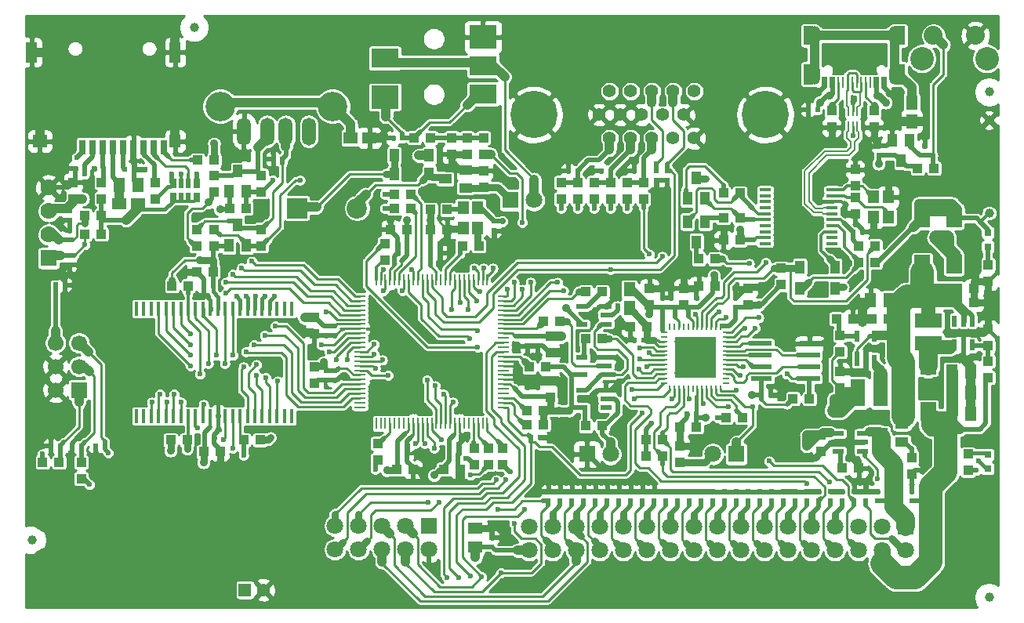
<source format=gbr>
G04 #@! TF.GenerationSoftware,KiCad,Pcbnew,5.1.0-rc2-unknown-036be7d~80~ubuntu16.04.1*
G04 #@! TF.CreationDate,2022-11-30T14:58:32+02:00*
G04 #@! TF.ProjectId,AgonLight2_Rev_A,41676f6e-4c69-4676-9874-325f5265765f,rev?*
G04 #@! TF.SameCoordinates,Original*
G04 #@! TF.FileFunction,Copper,L1,Top*
G04 #@! TF.FilePolarity,Positive*
%FSLAX46Y46*%
G04 Gerber Fmt 4.6, Leading zero omitted, Abs format (unit mm)*
G04 Created by KiCad (PCBNEW 5.1.0-rc2-unknown-036be7d~80~ubuntu16.04.1) date 2022-11-30 14:58:32*
%MOMM*%
%LPD*%
G04 APERTURE LIST*
%ADD10R,1.270000X1.524000*%
%ADD11C,1.700000*%
%ADD12R,1.700000X1.700000*%
%ADD13R,2.200000X0.600000*%
%ADD14C,1.800000*%
%ADD15R,1.800000X1.800000*%
%ADD16R,1.750000X1.750000*%
%ADD17R,2.200000X2.200000*%
%ADD18C,2.200000*%
%ADD19R,0.250000X1.000000*%
%ADD20C,2.032000*%
%ADD21C,2.540000*%
%ADD22C,5.100000*%
%ADD23C,1.400000*%
%ADD24C,1.000000*%
%ADD25R,1.778000X1.778000*%
%ADD26C,1.778000*%
%ADD27R,2.999999X2.100000*%
%ADD28R,2.999999X2.500000*%
%ADD29R,1.200000X0.550000*%
%ADD30R,1.016000X1.016000*%
%ADD31R,1.524000X1.270000*%
%ADD32R,0.800000X0.800000*%
%ADD33R,1.000000X1.400000*%
%ADD34R,1.192000X1.746000*%
%ADD35R,1.700000X2.000000*%
%ADD36R,1.400000X1.000000*%
%ADD37R,3.000000X1.600000*%
%ADD38R,1.600000X3.000000*%
%ADD39R,1.200000X2.200000*%
%ADD40R,1.600000X1.400000*%
%ADD41R,1.200000X1.400000*%
%ADD42R,0.700000X1.600000*%
%ADD43R,0.762000X1.016000*%
%ADD44R,0.508000X1.016000*%
%ADD45R,0.500000X0.550000*%
%ADD46R,0.550000X0.500000*%
%ADD47R,1.200000X0.250000*%
%ADD48R,0.250000X1.200000*%
%ADD49R,0.400000X1.500000*%
%ADD50C,1.600000*%
%ADD51R,4.500000X4.500000*%
%ADD52R,0.250000X0.700000*%
%ADD53R,0.700000X0.250000*%
%ADD54R,0.550000X1.200000*%
%ADD55R,1.270000X0.325000*%
%ADD56R,0.300000X1.150000*%
%ADD57O,1.200000X2.200000*%
%ADD58O,1.300000X2.000000*%
%ADD59R,0.250000X1.150000*%
%ADD60R,1.100000X2.200000*%
%ADD61R,1.100000X2.000000*%
%ADD62C,3.200000*%
%ADD63O,1.500000X3.000000*%
%ADD64R,1.400000X1.400000*%
%ADD65C,5.500000*%
%ADD66C,4.000000*%
%ADD67C,0.900000*%
%ADD68C,0.600000*%
%ADD69C,0.700000*%
%ADD70C,0.254000*%
%ADD71C,1.016000*%
%ADD72C,0.762000*%
%ADD73C,0.508000*%
%ADD74C,0.406400*%
%ADD75C,0.711200*%
%ADD76C,0.304800*%
%ADD77C,1.778000*%
%ADD78C,1.270000*%
%ADD79C,1.524000*%
%ADD80C,2.540000*%
%ADD81C,2.032000*%
%ADD82C,0.203200*%
%ADD83C,0.457200*%
%ADD84C,0.558800*%
G04 APERTURE END LIST*
D10*
X150495000Y-128651000D03*
X152527000Y-128651000D03*
D11*
X53730000Y-120960000D03*
X56270000Y-120960000D03*
X53730000Y-123500000D03*
X56270000Y-123500000D03*
X53730000Y-126040000D03*
D12*
X56270000Y-126040000D03*
D13*
X135188000Y-124841000D03*
X135188000Y-123571000D03*
X135188000Y-122301000D03*
X135188000Y-121031000D03*
X129988000Y-121031000D03*
X129988000Y-122301000D03*
X129988000Y-123571000D03*
X129988000Y-124841000D03*
D14*
X105410000Y-105537000D03*
D15*
X102870000Y-105537000D03*
D14*
X83920000Y-143270000D03*
X83920000Y-140730000D03*
X86460000Y-143270000D03*
X86460000Y-140730000D03*
X89000000Y-143270000D03*
X89000000Y-140730000D03*
X91540000Y-143270000D03*
X91540000Y-140730000D03*
X94080000Y-143270000D03*
D16*
X94080000Y-140730000D03*
D17*
X79808000Y-106400000D03*
D18*
X86308000Y-106400000D03*
D19*
X139827000Y-95964000D03*
X139327000Y-95964000D03*
X140327000Y-95964000D03*
X139327000Y-97584000D03*
X139827000Y-97584000D03*
X140327000Y-97584000D03*
D20*
X153060600Y-87755400D03*
X148539400Y-87755400D03*
D21*
X154305200Y-90244600D03*
X147294800Y-90244600D03*
D22*
X105403000Y-96310000D03*
X130397000Y-96310000D03*
D23*
X122715000Y-93770000D03*
X120429000Y-93770000D03*
X118143000Y-93770000D03*
X115857000Y-93770000D03*
X113571000Y-93770000D03*
X121572000Y-96310000D03*
X119286000Y-96310000D03*
X117000000Y-96310000D03*
X114714000Y-96310000D03*
X112428000Y-96310000D03*
X122715000Y-98850000D03*
X120429000Y-98850000D03*
X118143000Y-98850000D03*
X115857000Y-98850000D03*
X113571000Y-98850000D03*
D24*
X154559000Y-96901000D03*
D25*
X53000000Y-111810000D03*
D26*
X53000000Y-109270000D03*
X53000000Y-106730000D03*
X53000000Y-104190000D03*
D27*
X99900000Y-91000000D03*
X89300000Y-90200000D03*
X99900000Y-94100000D03*
D28*
X89300000Y-94400000D03*
X99900000Y-87900000D03*
D29*
X113187000Y-118933000D03*
X113187000Y-117983000D03*
X113187000Y-117033000D03*
X110587000Y-118933000D03*
X110587000Y-117033000D03*
X110587000Y-122494000D03*
X110587000Y-124394000D03*
X113187000Y-122494000D03*
X113187000Y-123444000D03*
X113187000Y-124394000D03*
X113187000Y-127950000D03*
X113187000Y-127000000D03*
X113187000Y-126050000D03*
X110587000Y-127950000D03*
X110587000Y-126050000D03*
D15*
X111125000Y-132969000D03*
D14*
X113665000Y-132969000D03*
X124714000Y-132969000D03*
D15*
X127254000Y-132969000D03*
D30*
X81661000Y-120015000D03*
X81661000Y-118237000D03*
X81661000Y-123571000D03*
X81661000Y-125349000D03*
X92329000Y-134620000D03*
X90551000Y-134620000D03*
X95631000Y-134620000D03*
X97409000Y-134620000D03*
X107188000Y-125095000D03*
X107188000Y-126873000D03*
X107188000Y-120269000D03*
X107188000Y-122047000D03*
X94234000Y-108712000D03*
X96012000Y-108712000D03*
X89916000Y-108712000D03*
X91694000Y-108712000D03*
X71501000Y-132715000D03*
X69723000Y-132715000D03*
X70739000Y-113284000D03*
X68961000Y-113284000D03*
X117856000Y-115062000D03*
X117856000Y-116840000D03*
X122936000Y-130048000D03*
X121158000Y-130048000D03*
X94234000Y-98806000D03*
X92456000Y-98806000D03*
X117602000Y-119253000D03*
X115824000Y-119253000D03*
X98171000Y-98806000D03*
X98171000Y-100584000D03*
X121539000Y-115062000D03*
X121539000Y-116840000D03*
X123190000Y-114808000D03*
X124968000Y-114808000D03*
X128524000Y-115062000D03*
X128524000Y-116840000D03*
D10*
X152527000Y-124079000D03*
X150495000Y-124079000D03*
D31*
X99060000Y-140970000D03*
X99060000Y-143002000D03*
D10*
X150495000Y-126365000D03*
X152527000Y-126365000D03*
D30*
X55626000Y-105410000D03*
X55626000Y-103632000D03*
D10*
X62611000Y-103886000D03*
X60579000Y-103886000D03*
D30*
X136398000Y-132715000D03*
X136398000Y-130937000D03*
X141859000Y-118364000D03*
X143637000Y-118364000D03*
D10*
X143764000Y-116332000D03*
X141732000Y-116332000D03*
D30*
X140081000Y-105283000D03*
X140081000Y-107061000D03*
X140081000Y-102235000D03*
X140081000Y-104013000D03*
X127635000Y-109855000D03*
X125857000Y-109855000D03*
X152908000Y-116586000D03*
X151130000Y-116586000D03*
X152908000Y-115062000D03*
X151130000Y-115062000D03*
X138430000Y-125857000D03*
X138430000Y-124079000D03*
D32*
X154400000Y-134562000D03*
X154400000Y-133038000D03*
X154400000Y-110562000D03*
X154400000Y-109038000D03*
D33*
X94102000Y-102743000D03*
X90302000Y-102743000D03*
X90302000Y-100711000D03*
X94102000Y-100711000D03*
D34*
X150749000Y-107609000D03*
X150749000Y-112355000D03*
D35*
X150749000Y-112482000D03*
X150749000Y-107482000D03*
X147320000Y-107482000D03*
X147320000Y-112482000D03*
D34*
X147320000Y-112355000D03*
X147320000Y-107609000D03*
X147955000Y-123484000D03*
X147955000Y-128230000D03*
D35*
X147955000Y-128357000D03*
X147955000Y-123357000D03*
D33*
X73403460Y-108244640D03*
X74358500Y-110454440D03*
X72456040Y-110454440D03*
X73403460Y-102402640D03*
X74358500Y-104612440D03*
X72456040Y-104612440D03*
D36*
X145125440Y-131632960D03*
X145125440Y-129730500D03*
X142915640Y-130685540D03*
D24*
X154559000Y-93853000D03*
X68707000Y-86868000D03*
X154559000Y-148463000D03*
X154559000Y-106934000D03*
D10*
X115697000Y-115189000D03*
X115697000Y-117221000D03*
D31*
X85598000Y-98806000D03*
X87630000Y-98806000D03*
X62611000Y-105918000D03*
X60579000Y-105918000D03*
D10*
X146177000Y-97028000D03*
X146177000Y-94996000D03*
D37*
X147955000Y-118561000D03*
X147955000Y-120961000D03*
D38*
X142805000Y-126365000D03*
X140405000Y-126365000D03*
D39*
X51150000Y-89570000D03*
X66650000Y-89570000D03*
D40*
X52050000Y-99170000D03*
D41*
X66650000Y-99170000D03*
D42*
X65450000Y-99800000D03*
X64350000Y-99800000D03*
X63250000Y-99800000D03*
X62150000Y-99800000D03*
X61050000Y-99800000D03*
X59950000Y-99800000D03*
X58850000Y-99800000D03*
X57750000Y-99800000D03*
X56650000Y-99800000D03*
D41*
X99352000Y-106342000D03*
X97752000Y-108542000D03*
X99352000Y-108542000D03*
X97752000Y-106342000D03*
D36*
X98008440Y-104200960D03*
X98008440Y-102298500D03*
X95798640Y-103253540D03*
D41*
X143675000Y-107399000D03*
X142075000Y-105199000D03*
X143675000Y-105199000D03*
X142075000Y-107399000D03*
D33*
X122933460Y-103164640D03*
X123888500Y-105374440D03*
X121986040Y-105374440D03*
X123885960Y-107858560D03*
X121983500Y-107858560D03*
X122938540Y-110068360D03*
D30*
X88519000Y-133604000D03*
X88519000Y-131826000D03*
X98933000Y-132334000D03*
X98933000Y-134112000D03*
X100457000Y-134112000D03*
X100457000Y-132334000D03*
X101981000Y-132334000D03*
X101981000Y-134112000D03*
X90297000Y-104902000D03*
X92075000Y-104902000D03*
X92075000Y-106426000D03*
X90297000Y-106426000D03*
X89281000Y-112014000D03*
X89281000Y-110236000D03*
X108204000Y-118618000D03*
X106426000Y-118618000D03*
X104648000Y-129794000D03*
X106426000Y-129794000D03*
X106426000Y-128270000D03*
X104648000Y-128270000D03*
X104902000Y-123571000D03*
X106680000Y-123571000D03*
X99441000Y-110490000D03*
X97663000Y-110490000D03*
X94234000Y-106553000D03*
X96012000Y-106553000D03*
X67945000Y-131445000D03*
X66167000Y-131445000D03*
X66294000Y-114808000D03*
X68072000Y-114808000D03*
X74041000Y-131445000D03*
X75819000Y-131445000D03*
X110998000Y-129921000D03*
X112776000Y-129921000D03*
X110998000Y-115443000D03*
X112776000Y-115443000D03*
X112776000Y-120523000D03*
X110998000Y-120523000D03*
X117475000Y-133223000D03*
X119253000Y-133223000D03*
X119253000Y-131445000D03*
X117475000Y-131445000D03*
X99949000Y-104140000D03*
X99949000Y-102362000D03*
X96520000Y-98806000D03*
X96520000Y-100584000D03*
X127889000Y-129032000D03*
X126111000Y-129032000D03*
X99949000Y-98806000D03*
X99949000Y-100584000D03*
X110109000Y-103632000D03*
X110109000Y-105410000D03*
X108331000Y-105410000D03*
X108331000Y-103632000D03*
X111887000Y-103632000D03*
X111887000Y-105410000D03*
X113665000Y-105410000D03*
X113665000Y-103632000D03*
X115443000Y-103632000D03*
X115443000Y-105410000D03*
X117221000Y-103632000D03*
X117221000Y-105410000D03*
X135128000Y-127000000D03*
X133350000Y-127000000D03*
X68961000Y-108712000D03*
X68961000Y-110490000D03*
X70866000Y-104648000D03*
X70866000Y-102870000D03*
X75946000Y-108712000D03*
X75946000Y-110490000D03*
X75946000Y-104648000D03*
X75946000Y-102870000D03*
X70866000Y-108712000D03*
X70866000Y-110490000D03*
X72517000Y-106426000D03*
X74295000Y-106426000D03*
X56896000Y-109220000D03*
X58674000Y-109220000D03*
X58674000Y-107188000D03*
X56896000Y-107188000D03*
X70866000Y-101219000D03*
X69088000Y-101219000D03*
X58674000Y-105410000D03*
X58674000Y-103632000D03*
X64516000Y-105410000D03*
X64516000Y-103632000D03*
X146177000Y-135128000D03*
X146177000Y-133350000D03*
X142113000Y-95885000D03*
X142113000Y-97663000D03*
X137541000Y-97663000D03*
X137541000Y-95885000D03*
X152273000Y-132969000D03*
X152273000Y-134747000D03*
X140462000Y-134493000D03*
X138684000Y-134493000D03*
X138430000Y-120142000D03*
X138430000Y-121920000D03*
X138049000Y-118364000D03*
X139827000Y-118364000D03*
D43*
X66421000Y-103759000D03*
X66421000Y-105283000D03*
X68961000Y-103759000D03*
X68961000Y-105283000D03*
D44*
X67310000Y-103759000D03*
X68072000Y-103759000D03*
X67310000Y-105283000D03*
X68072000Y-105283000D03*
D45*
X90170000Y-98806000D03*
X91186000Y-98806000D03*
X109093000Y-102362000D03*
X110109000Y-102362000D03*
X113665000Y-102362000D03*
X112649000Y-102362000D03*
D46*
X118618000Y-103378000D03*
X118618000Y-102362000D03*
D45*
X117221000Y-102362000D03*
X116205000Y-102362000D03*
D46*
X119761000Y-102362000D03*
X119761000Y-103378000D03*
X100838000Y-143002000D03*
X100838000Y-141986000D03*
D45*
X74549000Y-101092000D03*
X75565000Y-101092000D03*
D46*
X146177000Y-137033000D03*
X146177000Y-138049000D03*
D45*
X77216000Y-101092000D03*
X78232000Y-101092000D03*
D46*
X106934000Y-137033000D03*
X106934000Y-138049000D03*
X108204000Y-138049000D03*
X108204000Y-137033000D03*
X109474000Y-138049000D03*
X109474000Y-137033000D03*
X110744000Y-137033000D03*
X110744000Y-138049000D03*
D45*
X54737000Y-114681000D03*
X53721000Y-114681000D03*
D46*
X112014000Y-137033000D03*
X112014000Y-138049000D03*
X113284000Y-138049000D03*
X113284000Y-137033000D03*
X114554000Y-138049000D03*
X114554000Y-137033000D03*
X115824000Y-137033000D03*
X115824000Y-138049000D03*
X55245000Y-107696000D03*
X55245000Y-106680000D03*
X117094000Y-137033000D03*
X117094000Y-138049000D03*
X118364000Y-138049000D03*
X118364000Y-137033000D03*
X55245000Y-109855000D03*
X55245000Y-108839000D03*
D45*
X58039000Y-132080000D03*
X59055000Y-132080000D03*
D46*
X119634000Y-138049000D03*
X119634000Y-137033000D03*
X120904000Y-137033000D03*
X120904000Y-138049000D03*
X55245000Y-111506000D03*
X55245000Y-112522000D03*
D45*
X55499000Y-132080000D03*
X56515000Y-132080000D03*
D46*
X122174000Y-138049000D03*
X122174000Y-137033000D03*
X123444000Y-138049000D03*
X123444000Y-137033000D03*
D45*
X54229000Y-132080000D03*
X53213000Y-132080000D03*
D46*
X124714000Y-137033000D03*
X124714000Y-138049000D03*
X125984000Y-137033000D03*
X125984000Y-138049000D03*
X127254000Y-138049000D03*
X127254000Y-137033000D03*
X128524000Y-138049000D03*
X128524000Y-137033000D03*
X129794000Y-137033000D03*
X129794000Y-138049000D03*
X131064000Y-137033000D03*
X131064000Y-138049000D03*
X132334000Y-138049000D03*
X132334000Y-137033000D03*
X133604000Y-138049000D03*
X133604000Y-137033000D03*
X134874000Y-137033000D03*
X134874000Y-138049000D03*
X136144000Y-137033000D03*
X136144000Y-138049000D03*
X137414000Y-138049000D03*
X137414000Y-137033000D03*
X138684000Y-137033000D03*
X138684000Y-138049000D03*
D45*
X56896000Y-102108000D03*
X55880000Y-102108000D03*
D46*
X139954000Y-137033000D03*
X139954000Y-138049000D03*
D45*
X58928000Y-102108000D03*
X57912000Y-102108000D03*
X62230000Y-102235000D03*
X61214000Y-102235000D03*
X64389000Y-102235000D03*
X63373000Y-102235000D03*
X136017000Y-95758000D03*
X135001000Y-95758000D03*
D47*
X86611000Y-121920000D03*
X102111000Y-121920000D03*
X86611000Y-121420000D03*
X86611000Y-120920000D03*
X86611000Y-120420000D03*
X86611000Y-119920000D03*
X86611000Y-119420000D03*
X86611000Y-118920000D03*
X86611000Y-118420000D03*
X86611000Y-117920000D03*
X86611000Y-117420000D03*
X86611000Y-116920000D03*
X86611000Y-116420000D03*
X86611000Y-115920000D03*
X86611000Y-122420000D03*
X86611000Y-122920000D03*
X86611000Y-123420000D03*
X86611000Y-123920000D03*
X86611000Y-124420000D03*
X86611000Y-124920000D03*
X86611000Y-125420000D03*
X86611000Y-125920000D03*
X86611000Y-126420000D03*
X86611000Y-126920000D03*
X86611000Y-127420000D03*
X86611000Y-127920000D03*
D48*
X94361000Y-129670000D03*
X94361000Y-114170000D03*
X93861000Y-129670000D03*
X93361000Y-129670000D03*
X92861000Y-129670000D03*
X92361000Y-129670000D03*
X91861000Y-129670000D03*
X91361000Y-129670000D03*
X90861000Y-129670000D03*
X90361000Y-129670000D03*
X89861000Y-129670000D03*
X89361000Y-129670000D03*
X88861000Y-129670000D03*
X88361000Y-129670000D03*
X94861000Y-129670000D03*
X95361000Y-129670000D03*
X95861000Y-129670000D03*
X96361000Y-129670000D03*
X96861000Y-129670000D03*
X97361000Y-129670000D03*
X97861000Y-129670000D03*
X98361000Y-129670000D03*
X98861000Y-129670000D03*
X99361000Y-129670000D03*
X99861000Y-129670000D03*
X100361000Y-129670000D03*
D47*
X102111000Y-127920000D03*
X102111000Y-127420000D03*
X102111000Y-126920000D03*
X102111000Y-126420000D03*
X102111000Y-125920000D03*
X102111000Y-125420000D03*
X102111000Y-124920000D03*
X102111000Y-124420000D03*
X102111000Y-123920000D03*
X102111000Y-123420000D03*
X102111000Y-122920000D03*
X102111000Y-122420000D03*
X102111000Y-121420000D03*
X102111000Y-120920000D03*
X102111000Y-120420000D03*
X102111000Y-119920000D03*
X102111000Y-119420000D03*
X102111000Y-118920000D03*
X102111000Y-118420000D03*
X102111000Y-117920000D03*
X102111000Y-117420000D03*
X102111000Y-116920000D03*
X102111000Y-116420000D03*
X102111000Y-115920000D03*
D48*
X100361000Y-114170000D03*
X99861000Y-114170000D03*
X99361000Y-114170000D03*
X98861000Y-114170000D03*
X98361000Y-114170000D03*
X97861000Y-114170000D03*
X97361000Y-114170000D03*
X96861000Y-114170000D03*
X96361000Y-114170000D03*
X95861000Y-114170000D03*
X95361000Y-114170000D03*
X94861000Y-114170000D03*
X93861000Y-114170000D03*
X93361000Y-114170000D03*
X92861000Y-114170000D03*
X92361000Y-114170000D03*
X91861000Y-114170000D03*
X91361000Y-114170000D03*
X90861000Y-114170000D03*
X90361000Y-114170000D03*
X89861000Y-114170000D03*
X89361000Y-114170000D03*
X88861000Y-114170000D03*
X88361000Y-114170000D03*
D49*
X62466000Y-128863000D03*
X63266000Y-128863000D03*
X64066000Y-128863000D03*
X64866000Y-128863000D03*
X65666000Y-128863000D03*
X66466000Y-128863000D03*
X67266000Y-128863000D03*
X68066000Y-128863000D03*
X68866000Y-128863000D03*
X69666000Y-128863000D03*
X70466000Y-128863000D03*
X71266000Y-128863000D03*
X72066000Y-128863000D03*
X72866000Y-128863000D03*
X73666000Y-128863000D03*
X74466000Y-128863000D03*
X75266000Y-128863000D03*
X76066000Y-128863000D03*
X76866000Y-128863000D03*
X77666000Y-128863000D03*
X78466000Y-128863000D03*
X79266000Y-128863000D03*
X79266000Y-117263000D03*
X78466000Y-117263000D03*
X77666000Y-117263000D03*
X76866000Y-117263000D03*
X76066000Y-117263000D03*
X75266000Y-117263000D03*
X74466000Y-117263000D03*
X73666000Y-117263000D03*
X72866000Y-117263000D03*
X72066000Y-117263000D03*
X71266000Y-117263000D03*
X70466000Y-117263000D03*
X69666000Y-117263000D03*
X68866000Y-117263000D03*
X68066000Y-117263000D03*
X67266000Y-117263000D03*
X66466000Y-117263000D03*
X65666000Y-117263000D03*
X64866000Y-117263000D03*
X64066000Y-117263000D03*
X63266000Y-117263000D03*
X62466000Y-117263000D03*
D24*
X121109000Y-124255000D03*
X121109000Y-120855000D03*
X124509000Y-120855000D03*
X124509000Y-124255000D03*
D50*
X122809000Y-122555000D03*
D51*
X122809000Y-122555000D03*
D52*
X120059000Y-119190000D03*
X120559000Y-119190000D03*
X121059000Y-119190000D03*
X121559000Y-119190000D03*
X122059000Y-119190000D03*
X122559000Y-119190000D03*
X123059000Y-119190000D03*
X123559000Y-119190000D03*
X124059000Y-119190000D03*
X124559000Y-119190000D03*
X125059000Y-119190000D03*
X125559000Y-119190000D03*
D53*
X126174000Y-119805000D03*
X126174000Y-120305000D03*
X126174000Y-120805000D03*
X126174000Y-121305000D03*
X126174000Y-121805000D03*
X126174000Y-122305000D03*
X126174000Y-122805000D03*
X126174000Y-123305000D03*
X126174000Y-123805000D03*
X126174000Y-124305000D03*
X126174000Y-124805000D03*
X126174000Y-125305000D03*
D52*
X125559000Y-125920000D03*
X125059000Y-125920000D03*
X124559000Y-125920000D03*
X124059000Y-125920000D03*
X123559000Y-125920000D03*
X123059000Y-125920000D03*
X122559000Y-125920000D03*
X122059000Y-125920000D03*
X121559000Y-125920000D03*
X121059000Y-125920000D03*
X120559000Y-125920000D03*
X120059000Y-125920000D03*
D53*
X119444000Y-125305000D03*
X119444000Y-124805000D03*
X119444000Y-124305000D03*
X119444000Y-123805000D03*
X119444000Y-123305000D03*
X119444000Y-122805000D03*
X119444000Y-122305000D03*
X119444000Y-121805000D03*
X119444000Y-121305000D03*
X119444000Y-120805000D03*
X119444000Y-120305000D03*
X119444000Y-119805000D03*
D29*
X138273000Y-130749000D03*
X138273000Y-132649000D03*
X140873000Y-130749000D03*
X140873000Y-131699000D03*
X140873000Y-132649000D03*
D54*
X142174000Y-120239000D03*
X140274000Y-120239000D03*
X142174000Y-122839000D03*
X141224000Y-122839000D03*
X140274000Y-122839000D03*
X150815000Y-118587900D03*
X151765000Y-118587900D03*
X152715000Y-118587900D03*
X152715000Y-121188100D03*
X151765000Y-121188100D03*
X150815000Y-121188100D03*
D55*
X130365500Y-110240000D03*
X130365500Y-109590000D03*
X130365500Y-108940000D03*
X130365500Y-108290000D03*
X130365500Y-107640000D03*
X130365500Y-106990000D03*
X130365500Y-106340000D03*
X130365500Y-105690000D03*
X130365500Y-105040000D03*
X130365500Y-104390000D03*
X137604500Y-104390000D03*
X137604500Y-105040000D03*
X137604500Y-105690000D03*
X137604500Y-106340000D03*
X137604500Y-106990000D03*
X137604500Y-107640000D03*
X137604500Y-108290000D03*
X137604500Y-108940000D03*
X137604500Y-109590000D03*
X137604500Y-110240000D03*
D33*
X145984000Y-99103000D03*
X144084000Y-99103000D03*
X145034000Y-101303000D03*
D56*
X136675000Y-92832000D03*
X143325000Y-92832000D03*
X136925000Y-92832000D03*
X143075000Y-92832000D03*
X137475000Y-92832000D03*
X142525000Y-92832000D03*
X137725000Y-92832000D03*
X142275000Y-92832000D03*
D57*
X144320000Y-91930000D03*
D58*
X144320000Y-87750000D03*
X135680000Y-87750000D03*
D57*
X135680000Y-91930000D03*
D59*
X140250000Y-92832000D03*
X139250000Y-92832000D03*
X138750000Y-92832000D03*
X139750000Y-92832000D03*
X138250000Y-92832000D03*
X140750000Y-92832000D03*
X141250000Y-92832000D03*
X141750000Y-92832000D03*
D60*
X144927600Y-91930000D03*
D61*
X144927600Y-87750000D03*
D60*
X135072400Y-91930000D03*
D61*
X135072400Y-87750000D03*
D62*
X83670000Y-95400000D03*
X71530000Y-95400000D03*
D63*
X81100000Y-98110000D03*
X78600000Y-98110000D03*
X76600000Y-98110000D03*
X74100000Y-98110000D03*
D30*
X154432000Y-122936000D03*
X154432000Y-124714000D03*
X154432000Y-121285000D03*
X154432000Y-119507000D03*
X154432000Y-112522000D03*
X154432000Y-114300000D03*
X140462000Y-112268000D03*
X142240000Y-112268000D03*
X127635000Y-104775000D03*
X125857000Y-104775000D03*
X125857000Y-107442000D03*
X127635000Y-107442000D03*
X124968000Y-111887000D03*
X123190000Y-111887000D03*
X121158000Y-133858000D03*
X121158000Y-132080000D03*
X148590000Y-102108000D03*
X146812000Y-102108000D03*
D23*
X76203300Y-147645320D03*
D64*
X74191620Y-147647860D03*
D65*
X53300000Y-138800000D03*
X152800000Y-101300000D03*
X64500000Y-110000000D03*
X152800000Y-138800000D03*
D33*
X134117000Y-112776000D03*
X137917000Y-112776000D03*
X137917000Y-115062000D03*
X134117000Y-115062000D03*
D30*
X142240000Y-110490000D03*
X140462000Y-110490000D03*
X132080000Y-112903000D03*
X132080000Y-114681000D03*
D46*
X82931000Y-120142000D03*
X82931000Y-119126000D03*
X82931000Y-124968000D03*
X82931000Y-123952000D03*
D45*
X90678000Y-132842000D03*
X91694000Y-132842000D03*
X97282000Y-132842000D03*
X96266000Y-132842000D03*
X105029000Y-131191000D03*
X106045000Y-131191000D03*
D46*
X105791000Y-125730000D03*
X105791000Y-126746000D03*
X105791000Y-121285000D03*
X105791000Y-120269000D03*
D45*
X94234000Y-110236000D03*
X95250000Y-110236000D03*
X90678000Y-110236000D03*
X91694000Y-110236000D03*
D46*
X101092000Y-108839000D03*
X101092000Y-107823000D03*
D45*
X70866000Y-131191000D03*
X69850000Y-131191000D03*
X70739000Y-114808000D03*
X69723000Y-114808000D03*
D46*
X119253000Y-117094000D03*
X119253000Y-116078000D03*
D45*
X122936000Y-128651000D03*
X121920000Y-128651000D03*
X116205000Y-120650000D03*
X117221000Y-120650000D03*
X130937000Y-126619000D03*
X129921000Y-126619000D03*
D46*
X120142000Y-116078000D03*
X120142000Y-117094000D03*
X122936000Y-117094000D03*
X122936000Y-116078000D03*
X127127000Y-117094000D03*
X127127000Y-116078000D03*
D45*
X140843000Y-108966000D03*
X139827000Y-108966000D03*
D46*
X142621000Y-100711000D03*
X142621000Y-99695000D03*
X147574000Y-99695000D03*
X147574000Y-100711000D03*
X83820000Y-119126000D03*
X83820000Y-120142000D03*
X83820000Y-124968000D03*
X83820000Y-123952000D03*
D45*
X90678000Y-131953000D03*
X91694000Y-131953000D03*
X97282000Y-131953000D03*
X96266000Y-131953000D03*
D46*
X104648000Y-126746000D03*
X104648000Y-125730000D03*
X104648000Y-120269000D03*
X104648000Y-121285000D03*
D45*
X95250000Y-111252000D03*
X94234000Y-111252000D03*
X91694000Y-111252000D03*
X90678000Y-111252000D03*
D14*
X120120000Y-140830000D03*
X117580000Y-140830000D03*
X117580000Y-143370000D03*
X120120000Y-143370000D03*
X112500000Y-140830000D03*
X109960000Y-143370000D03*
X112500000Y-143370000D03*
X109960000Y-140830000D03*
X104880000Y-140830000D03*
X107420000Y-143370000D03*
X107420000Y-140830000D03*
X104880000Y-143370000D03*
X115040000Y-140830000D03*
X115040000Y-143370000D03*
X122660000Y-140830000D03*
X122660000Y-143370000D03*
X125200000Y-140830000D03*
X125200000Y-143370000D03*
X127740000Y-140830000D03*
X127740000Y-143370000D03*
X130280000Y-140830000D03*
X130280000Y-143370000D03*
X132820000Y-140830000D03*
X132820000Y-143370000D03*
X135360000Y-143370000D03*
X135360000Y-140830000D03*
X137900000Y-143370000D03*
X137900000Y-140830000D03*
X140440000Y-143370000D03*
X140440000Y-140830000D03*
X142980000Y-143370000D03*
X142980000Y-140830000D03*
X145520000Y-143370000D03*
D16*
X145520000Y-140830000D03*
D46*
X141224000Y-137033000D03*
X141224000Y-138049000D03*
X142494000Y-138049000D03*
X142494000Y-137033000D03*
D30*
X56515000Y-133858000D03*
X56515000Y-135636000D03*
X52324000Y-133858000D03*
X54102000Y-133858000D03*
D24*
X51181000Y-142240000D03*
D66*
X53008000Y-145003000D03*
X153105000Y-144944000D03*
X59024000Y-112431000D03*
X151057000Y-96047000D03*
D67*
X84836000Y-124587000D03*
X93345000Y-135255000D03*
X97409000Y-135636000D03*
X71501000Y-133858000D03*
X67818000Y-113284000D03*
X89916000Y-107696000D03*
X96012000Y-109855000D03*
D68*
X95250000Y-112268000D03*
X102743000Y-111887000D03*
X96139000Y-105156000D03*
X91567000Y-100711000D03*
X100457000Y-111887000D03*
D67*
X83820000Y-106426000D03*
D68*
X76073000Y-106045000D03*
X54356000Y-108077000D03*
D67*
X96774000Y-101727000D03*
X80645000Y-119761000D03*
X66675000Y-97663000D03*
X62230000Y-101346000D03*
X52070000Y-97663000D03*
X52578000Y-89535000D03*
X66675000Y-87630000D03*
X99060000Y-96774000D03*
D68*
X58166000Y-132842000D03*
X55372000Y-132842000D03*
D67*
X91948000Y-123825000D03*
X97663000Y-112649000D03*
D68*
X90297000Y-116332000D03*
D67*
X108331000Y-122047000D03*
D68*
X101092000Y-109474000D03*
X100965000Y-105537000D03*
X108204000Y-102362000D03*
X111760000Y-102362000D03*
X115316000Y-102362000D03*
D67*
X108458000Y-125603000D03*
X108458000Y-126746000D03*
D69*
X114681000Y-123444000D03*
X114427000Y-125349000D03*
D67*
X114808000Y-118745000D03*
X118999000Y-115062000D03*
X121539000Y-113919000D03*
X129794000Y-114935000D03*
X131953000Y-126619000D03*
X136779000Y-121031000D03*
D68*
X139827000Y-94996000D03*
D67*
X139065000Y-107061000D03*
X143637000Y-103759000D03*
X141986000Y-108966000D03*
D68*
X118618000Y-104775000D03*
D67*
X130429000Y-119761000D03*
X125857000Y-108712000D03*
X142113000Y-98806000D03*
X137541000Y-98806000D03*
X114173000Y-115443000D03*
X122555000Y-132461000D03*
X107696000Y-131191000D03*
X147447000Y-97028000D03*
X144653000Y-94234000D03*
X135636000Y-93853000D03*
D68*
X139954000Y-114173000D03*
X135509000Y-112649000D03*
X136144000Y-115062000D03*
X139192000Y-112268000D03*
D67*
X151638000Y-119888000D03*
X150495000Y-119888000D03*
X154432000Y-116586000D03*
X154432000Y-115443000D03*
X151638000Y-122555000D03*
X89154000Y-98552000D03*
D68*
X77216000Y-100330000D03*
D67*
X83566000Y-101219000D03*
X54102000Y-113665000D03*
D68*
X70358000Y-107061000D03*
X146177000Y-136271000D03*
D67*
X142621000Y-121539000D03*
X141097000Y-124079000D03*
X141478000Y-121539000D03*
X140843000Y-117602000D03*
X140843000Y-118745000D03*
X139573000Y-130429000D03*
X139573000Y-131699000D03*
X140462000Y-129286000D03*
X138430000Y-89916000D03*
X141097000Y-89916000D03*
D68*
X141224000Y-136271000D03*
X138049000Y-137033000D03*
X135509000Y-137033000D03*
X132969000Y-137033000D03*
X124079000Y-137033000D03*
X122809000Y-137033000D03*
X117729000Y-137033000D03*
X113919000Y-137033000D03*
X110109000Y-137033000D03*
X106172000Y-137033000D03*
X111379000Y-137033000D03*
D67*
X100838000Y-140970000D03*
D68*
X100584000Y-144145000D03*
X108712000Y-144399000D03*
X118872000Y-144653000D03*
X128397000Y-145796000D03*
X134239000Y-145669000D03*
X139954000Y-145669000D03*
X149098000Y-148082000D03*
X81534000Y-140970000D03*
X76962000Y-140970000D03*
X79375000Y-137160000D03*
X72009000Y-145161000D03*
X66802000Y-148590000D03*
X61595000Y-148590000D03*
X56007000Y-148717000D03*
X55880000Y-144018000D03*
X65151000Y-143891000D03*
X61468000Y-140970000D03*
X59690000Y-138049000D03*
X70612000Y-140970000D03*
X71755000Y-136525000D03*
X63881000Y-130937000D03*
X67056000Y-134112000D03*
X51308000Y-131826000D03*
X62738000Y-120269000D03*
X62865000Y-125857000D03*
X60960000Y-116078000D03*
X63500000Y-114427000D03*
X57658000Y-117983000D03*
X52451000Y-117729000D03*
X51562000Y-114046000D03*
X87503000Y-135636000D03*
X86868000Y-131191000D03*
X79375000Y-131191000D03*
X83693000Y-131191000D03*
X53467000Y-101346000D03*
X55753000Y-96520000D03*
X63754000Y-96647000D03*
X59436000Y-91948000D03*
X59309000Y-86487000D03*
X54102000Y-86614000D03*
X69850000Y-92964000D03*
X87122000Y-101219000D03*
X75184000Y-87630000D03*
X75184000Y-92075000D03*
X82550000Y-87630000D03*
X90043000Y-87630000D03*
X96647000Y-87884000D03*
X96647000Y-93726000D03*
X92329000Y-96012000D03*
X104648000Y-87884000D03*
X112903000Y-88011000D03*
X120015000Y-88011000D03*
X126492000Y-88011000D03*
X132715000Y-88011000D03*
X129921000Y-91313000D03*
X109347000Y-99314000D03*
X106045000Y-101727000D03*
X102870000Y-103505000D03*
X107442000Y-108458000D03*
X109093000Y-110236000D03*
X115697000Y-109728000D03*
X118872000Y-107950000D03*
X124460000Y-101219000D03*
X127127000Y-103378000D03*
X134874000Y-98171000D03*
X132842000Y-104013000D03*
X132842000Y-107188000D03*
X132842000Y-109347000D03*
X135382000Y-108204000D03*
X128143000Y-111379000D03*
X136398000Y-103632000D03*
X137668000Y-86106000D03*
X142875000Y-86106000D03*
X150114000Y-86106000D03*
X151511000Y-91440000D03*
X147320000Y-92710000D03*
X148590000Y-103759000D03*
X154813000Y-105410000D03*
X144653000Y-112141000D03*
X143256000Y-114046000D03*
X136779000Y-117602000D03*
X135001000Y-118872000D03*
X132588000Y-117475000D03*
X133096000Y-121158000D03*
X131318000Y-128778000D03*
X133096000Y-130429000D03*
X129286000Y-133858000D03*
X57404000Y-104394000D03*
X53213000Y-131318000D03*
X89154000Y-115316000D03*
X56896000Y-110363000D03*
X89154000Y-113030000D03*
X56896000Y-108077000D03*
D67*
X56642000Y-105410000D03*
X70231000Y-105791000D03*
X151384000Y-130302000D03*
X147955000Y-130302000D03*
X149098000Y-130302000D03*
X150241000Y-130302000D03*
X149987000Y-110744000D03*
X149987000Y-109601000D03*
X148844000Y-109601000D03*
D68*
X114427000Y-116967000D03*
X125222000Y-129032000D03*
D67*
X80645000Y-118237000D03*
X82677000Y-123063000D03*
X94615000Y-135255000D03*
X69723000Y-133858000D03*
D68*
X76962000Y-131191000D03*
D67*
X61341000Y-107696000D03*
X91694000Y-107696000D03*
X94234000Y-107696000D03*
X92964000Y-100711000D03*
D69*
X101981000Y-107823000D03*
D67*
X69342000Y-112014000D03*
X71501000Y-106553000D03*
X70866000Y-99441000D03*
X66167000Y-132588000D03*
X89535000Y-134747000D03*
X108331000Y-120269000D03*
X108839000Y-117221000D03*
X108077000Y-128270000D03*
X109220000Y-128270000D03*
X124841000Y-113665000D03*
X129667000Y-116840000D03*
X117856000Y-117856000D03*
X128905000Y-126619000D03*
X123952000Y-129032000D03*
X142621000Y-101600000D03*
D68*
X118110000Y-129667000D03*
D67*
X138938000Y-127000000D03*
X138938000Y-128270000D03*
X137795000Y-127000000D03*
X137795000Y-128270000D03*
D68*
X102870000Y-134874000D03*
D67*
X99060000Y-144145000D03*
D68*
X52324000Y-132969000D03*
X57404000Y-136271000D03*
X128651000Y-112395000D03*
X129032000Y-127889000D03*
X59436000Y-132842000D03*
X116713000Y-123825000D03*
X123952000Y-103251000D03*
X117094000Y-128524000D03*
X148463000Y-100711000D03*
X98552000Y-146177000D03*
X139827000Y-98552000D03*
D67*
X127635000Y-108712000D03*
X142494000Y-94234000D03*
X146939000Y-105918000D03*
X148082000Y-105918000D03*
X149225000Y-105918000D03*
X150368000Y-105918000D03*
X143383000Y-94996000D03*
X136271000Y-94996000D03*
X137287000Y-94234000D03*
D68*
X153416000Y-133731000D03*
X146177000Y-132461000D03*
D67*
X134874000Y-130937000D03*
X134874000Y-132080000D03*
D68*
X130429000Y-112268000D03*
X138811000Y-114935000D03*
X80137000Y-103378000D03*
X115951000Y-125984000D03*
X77216000Y-103378000D03*
X116205000Y-127000000D03*
X89281000Y-104902000D03*
X61050000Y-101309000D03*
X101346000Y-135763000D03*
X91186000Y-115316000D03*
X66294000Y-102743000D03*
X93980000Y-138176000D03*
X99314000Y-119634000D03*
X97409000Y-116586000D03*
X99187000Y-116459000D03*
X98933000Y-112903000D03*
X102362000Y-135763000D03*
X100965000Y-112903000D03*
X104394000Y-138938000D03*
X99758500Y-146240500D03*
X103251000Y-114427000D03*
X105029000Y-114427000D03*
X117856000Y-122047000D03*
X134874000Y-136144000D03*
X117602000Y-123571000D03*
X130810000Y-133731000D03*
X137287000Y-136017000D03*
X116840000Y-121539000D03*
X116840000Y-122682000D03*
X104140000Y-115189000D03*
X102489000Y-115189000D03*
X99949000Y-112903000D03*
X101854000Y-145796000D03*
X103251000Y-140462000D03*
X99568000Y-115443000D03*
X98298000Y-117348000D03*
X96520000Y-117348000D03*
X98425000Y-120523000D03*
X99314000Y-121412000D03*
X89281000Y-106426000D03*
X58928000Y-102743000D03*
X95123000Y-138176000D03*
X101473000Y-138938000D03*
X92202000Y-113030000D03*
X68961000Y-102743000D03*
X56896000Y-102743000D03*
X67310000Y-102743000D03*
X56007000Y-100965000D03*
X67945000Y-132461000D03*
X88265000Y-134620000D03*
X69342000Y-124333000D03*
X98044000Y-133477000D03*
X74041000Y-133096000D03*
X98552000Y-135255000D03*
X104140000Y-107950000D03*
X120269000Y-127000000D03*
X125349000Y-117602000D03*
X110109000Y-106426000D03*
X122809000Y-117856000D03*
X108331000Y-106426000D03*
X126111000Y-118237000D03*
X111887000Y-106426000D03*
X128143000Y-119380000D03*
X113665000Y-106426000D03*
X129286000Y-119380000D03*
X115443000Y-106426000D03*
X117856000Y-111379000D03*
X127254000Y-126111000D03*
X128016000Y-123571000D03*
X132715000Y-124333000D03*
X153162000Y-134747000D03*
X142494000Y-135636000D03*
X118618000Y-101600000D03*
X129667000Y-118237000D03*
X113665000Y-113030000D03*
X126365000Y-127889000D03*
X56515000Y-132842000D03*
X97282000Y-146304000D03*
X54229000Y-132842000D03*
X96012000Y-146304000D03*
X76327000Y-115951000D03*
X88138000Y-121114302D03*
X85217000Y-122809000D03*
X77724000Y-125095000D03*
X84074000Y-122809000D03*
X76454000Y-124714000D03*
X83312000Y-121920000D03*
X75438000Y-124460000D03*
X82423000Y-121158000D03*
X75438000Y-123317000D03*
X82931000Y-117602000D03*
X74041000Y-123571000D03*
X72136000Y-115570000D03*
X67310000Y-127381000D03*
X72136000Y-114427000D03*
X66548000Y-126492000D03*
X72898000Y-113538000D03*
X65786000Y-127381000D03*
X73850500Y-112839500D03*
X65024000Y-126492000D03*
X74930000Y-112141000D03*
X64135000Y-127381000D03*
X77343000Y-115951000D03*
X88138000Y-122174000D03*
X75311000Y-115951000D03*
X89027000Y-122809000D03*
X74295000Y-115951000D03*
X88265000Y-123698000D03*
X73279000Y-115951000D03*
X89662000Y-124460000D03*
X68326000Y-120015000D03*
X77470000Y-119126000D03*
X68326000Y-121158000D03*
X76327000Y-120142000D03*
X68326000Y-122301000D03*
X75184000Y-121158000D03*
X68326000Y-123444000D03*
X74295000Y-121920000D03*
X95377000Y-131445000D03*
X72898000Y-132334000D03*
X127635000Y-124460000D03*
X119253000Y-111633000D03*
X94615000Y-132334000D03*
X71882000Y-131445000D03*
X93599000Y-131826000D03*
X69723000Y-127635000D03*
X92583000Y-131826000D03*
X69088000Y-130175000D03*
X93853000Y-124968000D03*
X72898000Y-122301000D03*
X94742000Y-125603000D03*
X72009000Y-123190000D03*
X95631000Y-126492000D03*
X71120000Y-122301000D03*
X96647000Y-127381000D03*
X70231000Y-123190000D03*
X108585000Y-115316000D03*
X122199400Y-127000000D03*
X107950000Y-114427000D03*
X123698000Y-127508000D03*
D70*
X85169000Y-124920000D02*
X84836000Y-124587000D01*
X86611000Y-124920000D02*
X85169000Y-124920000D01*
D71*
X97409000Y-135636000D02*
X97409000Y-134620000D01*
D72*
X71501000Y-132715000D02*
X71501000Y-133858000D01*
D73*
X53000000Y-104190000D02*
X53050000Y-104140000D01*
X53050000Y-104140000D02*
X55118000Y-104140000D01*
X55118000Y-104140000D02*
X55626000Y-103632000D01*
D72*
X68961000Y-113284000D02*
X67818000Y-113284000D01*
D70*
X90297000Y-112562321D02*
X90297000Y-112141000D01*
X89861000Y-112998321D02*
X90297000Y-112562321D01*
X89861000Y-114170000D02*
X89861000Y-112998321D01*
D73*
X90297000Y-112141000D02*
X90297000Y-111633000D01*
X90297000Y-111633000D02*
X90678000Y-111252000D01*
X89916000Y-108712000D02*
X89916000Y-107696000D01*
X89916000Y-108712000D02*
X89916000Y-108839000D01*
X89916000Y-108839000D02*
X90678000Y-109601000D01*
X90678000Y-109601000D02*
X90678000Y-111252000D01*
D72*
X96012000Y-108712000D02*
X96012000Y-109855000D01*
D73*
X95631000Y-109855000D02*
X96012000Y-109855000D01*
X95250000Y-110236000D02*
X95631000Y-109855000D01*
X95250000Y-111252000D02*
X95250000Y-110236000D01*
X95250000Y-111252000D02*
X95250000Y-112268000D01*
D72*
X97682902Y-108611098D02*
X96112902Y-108611098D01*
X96112902Y-108611098D02*
X96012000Y-108712000D01*
X97752000Y-108542000D02*
X97682902Y-108611098D01*
X98008440Y-102298500D02*
X99885500Y-102298500D01*
X99885500Y-102298500D02*
X99949000Y-102362000D01*
D73*
X54356000Y-108077000D02*
X54737000Y-107696000D01*
X54737000Y-107696000D02*
X55245000Y-107696000D01*
X54864000Y-108839000D02*
X55245000Y-108839000D01*
X54356000Y-108331000D02*
X54864000Y-108839000D01*
X54356000Y-108077000D02*
X54356000Y-108331000D01*
D72*
X97944940Y-102235000D02*
X98008440Y-102298500D01*
X96774000Y-101727000D02*
X97282000Y-102235000D01*
X97282000Y-102235000D02*
X97944940Y-102235000D01*
X96520000Y-101473000D02*
X96774000Y-101727000D01*
X96520000Y-100584000D02*
X96520000Y-101473000D01*
X96520000Y-100584000D02*
X98171000Y-100584000D01*
D74*
X69723000Y-115563413D02*
X69723000Y-114808000D01*
X70466000Y-116306413D02*
X69723000Y-115563413D01*
X70466000Y-117263000D02*
X70466000Y-116306413D01*
D73*
X68961000Y-113284000D02*
X69723000Y-114046000D01*
X69723000Y-114046000D02*
X69723000Y-114808000D01*
D70*
X84669000Y-119420000D02*
X86611000Y-119420000D01*
X83947000Y-120142000D02*
X84669000Y-119420000D01*
X83820000Y-120142000D02*
X83947000Y-120142000D01*
D73*
X82931000Y-120142000D02*
X83820000Y-120142000D01*
X81661000Y-120015000D02*
X81788000Y-120142000D01*
X81788000Y-120142000D02*
X82931000Y-120142000D01*
D72*
X80645000Y-119761000D02*
X81407000Y-119761000D01*
X81407000Y-119761000D02*
X81661000Y-120015000D01*
D71*
X66650000Y-97688000D02*
X66675000Y-97663000D01*
X66650000Y-99170000D02*
X66650000Y-97688000D01*
D75*
X62150000Y-101266000D02*
X62230000Y-101346000D01*
X62150000Y-99800000D02*
X62150000Y-101266000D01*
D73*
X62230000Y-101346000D02*
X62230000Y-102235000D01*
X62230000Y-102235000D02*
X63373000Y-102235000D01*
X62611000Y-103886000D02*
X62230000Y-103505000D01*
X62230000Y-103505000D02*
X62230000Y-102235000D01*
D74*
X57658000Y-103257896D02*
X57283896Y-103632000D01*
X57283896Y-103632000D02*
X55626000Y-103632000D01*
X57658000Y-102362000D02*
X57658000Y-103257896D01*
X57912000Y-102108000D02*
X57658000Y-102362000D01*
D73*
X55626000Y-103632000D02*
X55880000Y-103378000D01*
X55880000Y-103378000D02*
X55880000Y-102108000D01*
D71*
X52050000Y-97683000D02*
X52070000Y-97663000D01*
X52050000Y-99170000D02*
X52050000Y-97683000D01*
X52543000Y-89570000D02*
X52578000Y-89535000D01*
X51150000Y-89570000D02*
X52543000Y-89570000D01*
X66650000Y-87655000D02*
X66675000Y-87630000D01*
X66650000Y-89570000D02*
X66650000Y-87655000D01*
D73*
X74168000Y-101092000D02*
X74549000Y-101092000D01*
X74100000Y-101024000D02*
X74168000Y-101092000D01*
X74100000Y-98110000D02*
X74100000Y-101024000D01*
D70*
X95123000Y-105156000D02*
X95123000Y-107823000D01*
D74*
X96139000Y-105156000D02*
X95123000Y-105156000D01*
X95123000Y-105156000D02*
X94234000Y-105156000D01*
D70*
X95123000Y-107823000D02*
X96012000Y-108712000D01*
D73*
X70866000Y-130909116D02*
X71267635Y-130507481D01*
X70866000Y-131191000D02*
X70866000Y-130909116D01*
D76*
X71266000Y-130505846D02*
X71267635Y-130507481D01*
X71266000Y-128863000D02*
X71266000Y-130505846D01*
D73*
X70866000Y-131869600D02*
X70866000Y-131191000D01*
X71501000Y-132504600D02*
X70866000Y-131869600D01*
X71501000Y-132715000D02*
X71501000Y-132504600D01*
X55499000Y-132715000D02*
X55372000Y-132842000D01*
X55499000Y-132080000D02*
X55499000Y-132715000D01*
X58039000Y-132715000D02*
X58166000Y-132842000D01*
X58039000Y-132080000D02*
X58039000Y-132715000D01*
X82931000Y-124968000D02*
X83820000Y-124968000D01*
X84557865Y-124587000D02*
X84176865Y-124968000D01*
X84176865Y-124968000D02*
X83820000Y-124968000D01*
X84836000Y-124587000D02*
X84557865Y-124587000D01*
X81661000Y-125349000D02*
X82042000Y-124968000D01*
X82042000Y-124968000D02*
X82931000Y-124968000D01*
X91694000Y-131953000D02*
X91694000Y-132842000D01*
X92329000Y-134397150D02*
X91694000Y-133762150D01*
X91694000Y-133762150D02*
X91694000Y-132842000D01*
X92329000Y-134620000D02*
X92329000Y-134397150D01*
X97409000Y-134620000D02*
X97155000Y-134366000D01*
X97155000Y-134366000D02*
X97155000Y-132969000D01*
X97155000Y-132969000D02*
X97282000Y-132842000D01*
X97282000Y-132842000D02*
X97282000Y-131953000D01*
X97282000Y-131953000D02*
X97536000Y-131699000D01*
X97536000Y-131699000D02*
X97536000Y-130937000D01*
D70*
X97361000Y-129670000D02*
X97361000Y-130635000D01*
X97536000Y-130810000D02*
X97536000Y-130937000D01*
X97361000Y-130635000D02*
X97536000Y-130810000D01*
X92361000Y-129670000D02*
X92361000Y-130905000D01*
D73*
X91694000Y-131572000D02*
X92075000Y-131191000D01*
X91694000Y-131953000D02*
X91694000Y-131572000D01*
D70*
X92361000Y-130905000D02*
X92075000Y-131191000D01*
D72*
X92852654Y-134620000D02*
X92329000Y-134620000D01*
X93345000Y-135112346D02*
X92852654Y-134620000D01*
X93345000Y-135255000D02*
X93345000Y-135112346D01*
D73*
X97536000Y-131699000D02*
X98044000Y-131191000D01*
D70*
X96361000Y-113316000D02*
X96361000Y-114170000D01*
X97663000Y-112649000D02*
X97028000Y-112649000D01*
X97028000Y-112649000D02*
X96361000Y-113316000D01*
D71*
X103632000Y-124676030D02*
X103632000Y-123952000D01*
X104050970Y-125095000D02*
X103632000Y-124676030D01*
D70*
X103388030Y-124920000D02*
X103632000Y-124676030D01*
X102111000Y-124920000D02*
X103388030Y-124920000D01*
X103375970Y-124420000D02*
X103632000Y-124676030D01*
X102111000Y-124420000D02*
X103375970Y-124420000D01*
X103100000Y-123420000D02*
X103632000Y-123952000D01*
X102111000Y-123420000D02*
X103100000Y-123420000D01*
X102111000Y-122920000D02*
X103565200Y-122920000D01*
X103632000Y-122986800D02*
X103632000Y-123952000D01*
X103565200Y-122920000D02*
X103632000Y-122986800D01*
D71*
X108331000Y-122047000D02*
X107188000Y-122047000D01*
D73*
X101092000Y-109474000D02*
X101092000Y-108839000D01*
D70*
X102489000Y-106934000D02*
X102997000Y-107442000D01*
X101854000Y-106934000D02*
X102489000Y-106934000D01*
X102997000Y-107442000D02*
X102997000Y-108585000D01*
D74*
X100965000Y-105537000D02*
X100584000Y-105156000D01*
X100584000Y-105156000D02*
X96139000Y-105156000D01*
D70*
X100965000Y-106045000D02*
X101854000Y-106934000D01*
X100965000Y-105537000D02*
X100965000Y-106045000D01*
D73*
X116205000Y-102362000D02*
X115316000Y-102362000D01*
X112649000Y-102362000D02*
X111760000Y-102362000D01*
X109093000Y-102362000D02*
X108204000Y-102362000D01*
X118618000Y-103378000D02*
X119761000Y-103378000D01*
D71*
X108458000Y-125603000D02*
X107950000Y-125095000D01*
X107950000Y-125095000D02*
X107188000Y-125095000D01*
X108458000Y-126746000D02*
X108458000Y-125603000D01*
D73*
X114112000Y-122494000D02*
X113187000Y-122494000D01*
X114681000Y-123444000D02*
X114681000Y-123063000D01*
X114681000Y-123063000D02*
X114112000Y-122494000D01*
X113726000Y-126050000D02*
X113187000Y-126050000D01*
X114427000Y-125349000D02*
X113726000Y-126050000D01*
D72*
X114808000Y-118745000D02*
X115316000Y-119253000D01*
X115316000Y-119253000D02*
X115824000Y-119253000D01*
D73*
X115857060Y-120302060D02*
X116205000Y-120650000D01*
X115857060Y-119286060D02*
X115857060Y-120302060D01*
X115824000Y-119253000D02*
X115857060Y-119286060D01*
X119253000Y-115316000D02*
X118999000Y-115062000D01*
X119253000Y-116078000D02*
X119253000Y-115316000D01*
D72*
X117856000Y-115062000D02*
X118999000Y-115062000D01*
D73*
X120142000Y-116078000D02*
X119253000Y-116078000D01*
X120142000Y-115062000D02*
X120142000Y-116078000D01*
X121539000Y-115062000D02*
X120142000Y-115062000D01*
X127231348Y-116078000D02*
X127127000Y-116078000D01*
X128247348Y-115062000D02*
X127231348Y-116078000D01*
X128524000Y-115062000D02*
X128247348Y-115062000D01*
D72*
X121539000Y-115062000D02*
X121539000Y-113919000D01*
X123190000Y-114808000D02*
X122936000Y-115062000D01*
X122936000Y-115062000D02*
X121539000Y-115062000D01*
D73*
X122936000Y-116078000D02*
X122936000Y-115062000D01*
D72*
X128651000Y-114935000D02*
X129667000Y-114935000D01*
X128524000Y-115062000D02*
X128651000Y-114935000D01*
D73*
X130937000Y-126619000D02*
X131953000Y-126619000D01*
X136779000Y-121031000D02*
X135188000Y-121031000D01*
D70*
X139827000Y-95964000D02*
X139827000Y-94996000D01*
D72*
X140081000Y-107061000D02*
X139065000Y-107061000D01*
D76*
X137604500Y-105690000D02*
X138583000Y-105690000D01*
X139065000Y-106172000D02*
X139065000Y-107061000D01*
X138583000Y-105690000D02*
X139065000Y-106172000D01*
D72*
X143675000Y-103797000D02*
X143637000Y-103759000D01*
X143675000Y-105199000D02*
X143675000Y-103797000D01*
X142075000Y-108877000D02*
X141986000Y-108966000D01*
X142075000Y-107399000D02*
X142075000Y-108877000D01*
D73*
X140843000Y-108966000D02*
X141986000Y-108966000D01*
X118618000Y-103378000D02*
X118618000Y-104775000D01*
D72*
X125857000Y-109855000D02*
X125857000Y-108712000D01*
X142113000Y-97663000D02*
X142113000Y-98806000D01*
X137541000Y-97663000D02*
X137541000Y-98806000D01*
D73*
X114173000Y-115443000D02*
X114173000Y-116047000D01*
X114173000Y-116047000D02*
X113187000Y-117033000D01*
D72*
X122174000Y-132080000D02*
X122555000Y-132461000D01*
X121158000Y-132080000D02*
X122174000Y-132080000D01*
X121158000Y-132080000D02*
X121158000Y-130048000D01*
D73*
X121920000Y-129032000D02*
X121920000Y-128651000D01*
X121158000Y-129794000D02*
X121920000Y-129032000D01*
X121158000Y-130048000D02*
X121158000Y-129794000D01*
X107188000Y-122047000D02*
X107061000Y-122047000D01*
X107061000Y-122047000D02*
X106299000Y-121285000D01*
X106299000Y-121285000D02*
X104648000Y-121285000D01*
X104648000Y-125730000D02*
X104648000Y-125349000D01*
X104648000Y-125349000D02*
X104394000Y-125095000D01*
D71*
X104394000Y-125095000D02*
X104050970Y-125095000D01*
D73*
X105791000Y-125222000D02*
X105664000Y-125095000D01*
X105791000Y-125730000D02*
X105791000Y-125222000D01*
D71*
X105664000Y-125095000D02*
X104394000Y-125095000D01*
X107188000Y-125095000D02*
X105664000Y-125095000D01*
D73*
X107696000Y-131191000D02*
X106045000Y-131191000D01*
X112649000Y-134493000D02*
X114935000Y-134493000D01*
X111125000Y-132969000D02*
X112649000Y-134493000D01*
X113187000Y-126050000D02*
X112329000Y-126050000D01*
X112329000Y-126050000D02*
X111887000Y-126492000D01*
X111976832Y-117602000D02*
X111887000Y-117602000D01*
X112545832Y-117033000D02*
X111976832Y-117602000D01*
X113187000Y-117033000D02*
X112545832Y-117033000D01*
D71*
X147447000Y-97028000D02*
X146177000Y-97028000D01*
D76*
X143075000Y-92832000D02*
X143075000Y-93418000D01*
X143891000Y-94234000D02*
X144653000Y-94234000D01*
X143075000Y-93418000D02*
X143891000Y-94234000D01*
X144399000Y-93980000D02*
X144653000Y-94234000D01*
X144018000Y-93980000D02*
X144399000Y-93980000D01*
X143325000Y-93287000D02*
X144018000Y-93980000D01*
X143325000Y-92832000D02*
X143325000Y-93287000D01*
D73*
X135001000Y-94488000D02*
X135001000Y-95758000D01*
X135636000Y-93853000D02*
X135001000Y-94488000D01*
D76*
X136925000Y-93299114D02*
X136925000Y-92832000D01*
X136371114Y-93853000D02*
X136925000Y-93299114D01*
X135636000Y-93853000D02*
X136371114Y-93853000D01*
X136675000Y-93195000D02*
X136675000Y-92832000D01*
X135890000Y-93599000D02*
X136271000Y-93599000D01*
X135636000Y-93853000D02*
X135890000Y-93599000D01*
X136271000Y-93599000D02*
X136675000Y-93195000D01*
D71*
X146177000Y-97028000D02*
X145034000Y-97028000D01*
D73*
X144084000Y-99103000D02*
X143492000Y-99695000D01*
X143492000Y-99695000D02*
X142621000Y-99695000D01*
X142113000Y-99187000D02*
X142113000Y-98806000D01*
X142621000Y-99695000D02*
X142113000Y-99187000D01*
X151765000Y-120015000D02*
X151638000Y-119888000D01*
X151765000Y-121188100D02*
X151765000Y-120015000D01*
D72*
X151638000Y-119888000D02*
X150495000Y-119888000D01*
X154432000Y-116586000D02*
X152908000Y-116586000D01*
X154432000Y-114300000D02*
X154432000Y-115443000D01*
X154432000Y-115443000D02*
X154432000Y-116586000D01*
X152908000Y-115062000D02*
X152908000Y-116586000D01*
X152908000Y-114300000D02*
X154432000Y-114300000D01*
X152908000Y-115062000D02*
X152908000Y-114300000D01*
D73*
X151765000Y-122428000D02*
X151638000Y-122555000D01*
X151765000Y-121188100D02*
X151765000Y-122428000D01*
D71*
X152527000Y-123444000D02*
X151638000Y-122555000D01*
X152527000Y-124079000D02*
X152527000Y-123444000D01*
X152527000Y-124079000D02*
X152527000Y-126365000D01*
X152527000Y-126365000D02*
X152527000Y-128651000D01*
D72*
X154432000Y-119507000D02*
X154432000Y-116586000D01*
X154305000Y-119507000D02*
X154432000Y-119507000D01*
X153924000Y-119888000D02*
X154305000Y-119507000D01*
X151638000Y-119888000D02*
X153924000Y-119888000D01*
D71*
X88900000Y-98806000D02*
X87630000Y-98806000D01*
X89154000Y-98552000D02*
X88900000Y-98806000D01*
D73*
X89154000Y-98552000D02*
X89408000Y-98806000D01*
X89408000Y-98806000D02*
X90170000Y-98806000D01*
D74*
X77216000Y-100330000D02*
X77216000Y-101092000D01*
D73*
X54102000Y-113665000D02*
X55245000Y-112522000D01*
X54737000Y-114681000D02*
X54737000Y-114300000D01*
X54737000Y-114300000D02*
X54102000Y-113665000D01*
X146177000Y-137033000D02*
X146177000Y-136271000D01*
X139954000Y-137033000D02*
X141224000Y-137033000D01*
X141224000Y-137033000D02*
X142494000Y-137033000D01*
X146177000Y-135128000D02*
X146177000Y-136271000D01*
D71*
X139827000Y-118364000D02*
X141859000Y-118364000D01*
X140843000Y-117221000D02*
X140843000Y-118745000D01*
X141732000Y-116332000D02*
X140843000Y-117221000D01*
D73*
X141224000Y-123952000D02*
X141097000Y-124079000D01*
X141224000Y-122839000D02*
X141224000Y-123952000D01*
X141224000Y-121793000D02*
X141478000Y-121539000D01*
X141224000Y-122839000D02*
X141224000Y-121793000D01*
D72*
X141478000Y-121539000D02*
X142621000Y-121539000D01*
X141097000Y-124079000D02*
X138430000Y-124079000D01*
D73*
X136398000Y-127635000D02*
X134747000Y-129286000D01*
X136779000Y-121031000D02*
X136906000Y-121158000D01*
X136906000Y-121158000D02*
X136906000Y-125349000D01*
X136906000Y-125349000D02*
X136398000Y-125857000D01*
X136398000Y-125857000D02*
X136398000Y-127635000D01*
X137541000Y-131699000D02*
X139573000Y-131699000D01*
X136525000Y-132715000D02*
X137541000Y-131699000D01*
X136398000Y-132715000D02*
X136525000Y-132715000D01*
D72*
X139573000Y-131699000D02*
X139573000Y-130429000D01*
X139573000Y-130175000D02*
X140462000Y-129286000D01*
X139573000Y-130429000D02*
X139573000Y-130175000D01*
D73*
X140873000Y-131699000D02*
X139573000Y-131699000D01*
D72*
X139573000Y-131699000D02*
X139573000Y-133223000D01*
X139573000Y-133223000D02*
X140462000Y-134112000D01*
X140462000Y-134112000D02*
X140462000Y-134493000D01*
D73*
X141224000Y-137033000D02*
X141224000Y-136271000D01*
X137414000Y-137033000D02*
X138049000Y-137033000D01*
X138049000Y-137033000D02*
X138684000Y-137033000D01*
X136144000Y-137033000D02*
X135509000Y-137033000D01*
X135509000Y-137033000D02*
X134874000Y-137033000D01*
X133604000Y-137033000D02*
X132969000Y-137033000D01*
X132334000Y-137033000D02*
X132969000Y-137033000D01*
X124714000Y-137033000D02*
X124079000Y-137033000D01*
X123444000Y-137033000D02*
X124079000Y-137033000D01*
X122174000Y-137033000D02*
X122809000Y-137033000D01*
X123444000Y-137033000D02*
X122809000Y-137033000D01*
X113284000Y-137033000D02*
X113919000Y-137033000D01*
X114554000Y-137033000D02*
X113919000Y-137033000D01*
X114554000Y-137033000D02*
X115824000Y-137033000D01*
X115824000Y-137033000D02*
X117094000Y-137033000D01*
X117094000Y-137033000D02*
X117729000Y-137033000D01*
X117729000Y-137033000D02*
X118364000Y-137033000D01*
X118364000Y-137033000D02*
X119634000Y-137033000D01*
X119634000Y-137033000D02*
X120904000Y-137033000D01*
X120904000Y-137033000D02*
X122174000Y-137033000D01*
X106934000Y-137033000D02*
X106172000Y-137033000D01*
X106934000Y-137033000D02*
X108204000Y-137033000D01*
X108204000Y-137033000D02*
X109474000Y-137033000D01*
X109474000Y-137033000D02*
X110109000Y-137033000D01*
X110744000Y-137033000D02*
X110109000Y-137033000D01*
X112014000Y-137033000D02*
X111379000Y-137033000D01*
X110744000Y-137033000D02*
X111379000Y-137033000D01*
X112014000Y-137033000D02*
X113284000Y-137033000D01*
X100838000Y-141986000D02*
X100838000Y-140970000D01*
D72*
X99060000Y-140970000D02*
X100838000Y-140970000D01*
D70*
X99568000Y-135636000D02*
X100203000Y-135636000D01*
X99187000Y-136017000D02*
X99568000Y-135636000D01*
X97790000Y-136017000D02*
X99187000Y-136017000D01*
X97409000Y-135636000D02*
X97790000Y-136017000D01*
D73*
X94080000Y-143270000D02*
X94080000Y-144880000D01*
X55499000Y-132080000D02*
X55499000Y-131826000D01*
X55499000Y-131826000D02*
X56134000Y-131191000D01*
D70*
X83820000Y-106426000D02*
X78740000Y-111506000D01*
X78740000Y-111506000D02*
X73660000Y-111506000D01*
X73660000Y-111506000D02*
X73279000Y-111887000D01*
D76*
X96774000Y-101727000D02*
X96901000Y-101854000D01*
X96901000Y-101854000D02*
X96901000Y-104140000D01*
D73*
X146558000Y-134747000D02*
X147320000Y-134747000D01*
X146177000Y-135128000D02*
X146558000Y-134747000D01*
D72*
X136398000Y-132715000D02*
X135763000Y-133350000D01*
X135763000Y-133350000D02*
X134112000Y-133350000D01*
D73*
X140843000Y-108966000D02*
X140843000Y-108712000D01*
X140843000Y-108712000D02*
X140081000Y-107950000D01*
D74*
X154432000Y-119507000D02*
X155448000Y-120523000D01*
X155448000Y-120523000D02*
X155448000Y-121158000D01*
X154432000Y-114300000D02*
X155448000Y-113284000D01*
X155448000Y-113284000D02*
X155448000Y-112903000D01*
D73*
X53213000Y-131318000D02*
X53213000Y-132080000D01*
D70*
X89361000Y-115109000D02*
X89361000Y-114170000D01*
X89154000Y-115316000D02*
X89361000Y-115109000D01*
X56896000Y-109220000D02*
X56896000Y-110363000D01*
D71*
X53000000Y-111810000D02*
X53304000Y-111506000D01*
X53304000Y-111506000D02*
X54229000Y-111506000D01*
D73*
X54229000Y-111506000D02*
X55245000Y-111506000D01*
D70*
X55753000Y-111506000D02*
X56896000Y-110363000D01*
D73*
X55245000Y-111506000D02*
X55753000Y-111506000D01*
X110744000Y-138049000D02*
X110744000Y-138557000D01*
D72*
X109960000Y-140830000D02*
X109960000Y-139341000D01*
D73*
X109960000Y-139341000D02*
X110744000Y-138557000D01*
D72*
X109960000Y-140830000D02*
X109960000Y-141329000D01*
X109960000Y-141329000D02*
X110490000Y-141859000D01*
D71*
X89000000Y-143270000D02*
X89000000Y-144626000D01*
D70*
X111201200Y-142570200D02*
X110490000Y-141859000D01*
X89000000Y-144626000D02*
X89000000Y-144753000D01*
X89000000Y-144753000D02*
X93091000Y-148844000D01*
X93091000Y-148844000D02*
X106934000Y-148844000D01*
X111201200Y-144576800D02*
X111201200Y-142570200D01*
X106934000Y-148844000D02*
X111201200Y-144576800D01*
X88861000Y-113323000D02*
X88861000Y-114170000D01*
X89154000Y-113030000D02*
X88861000Y-113323000D01*
D72*
X56896000Y-107188000D02*
X56896000Y-108077000D01*
D73*
X55245000Y-109855000D02*
X55626000Y-109855000D01*
D70*
X56007000Y-109474000D02*
X55626000Y-109855000D01*
X56007000Y-108326318D02*
X56007000Y-109474000D01*
X56256318Y-108077000D02*
X56007000Y-108326318D01*
X56896000Y-108077000D02*
X56256318Y-108077000D01*
D71*
X53000000Y-109270000D02*
X53517000Y-109270000D01*
X53517000Y-109270000D02*
X54102000Y-109855000D01*
D73*
X54102000Y-109855000D02*
X55245000Y-109855000D01*
X109474000Y-138049000D02*
X109474000Y-138557000D01*
D72*
X109960000Y-143370000D02*
X109960000Y-143361000D01*
X109960000Y-143361000D02*
X109093000Y-142494000D01*
D70*
X109093000Y-142494000D02*
X108712000Y-142113000D01*
X108712000Y-139319000D02*
X109474000Y-138557000D01*
X108712000Y-142113000D02*
X108712000Y-139319000D01*
D71*
X109960000Y-143370000D02*
X109960000Y-144504000D01*
X89000000Y-140730000D02*
X89000000Y-140816000D01*
X89000000Y-140816000D02*
X89789000Y-141605000D01*
D70*
X90297000Y-144971331D02*
X90297000Y-142113000D01*
X109960000Y-144504000D02*
X109960000Y-144675000D01*
X90297000Y-142113000D02*
X89789000Y-141605000D01*
X109960000Y-144675000D02*
X106299000Y-148336000D01*
X106299000Y-148336000D02*
X93661669Y-148336000D01*
X93661669Y-148336000D02*
X90297000Y-144971331D01*
D71*
X55626000Y-105410000D02*
X56642000Y-105410000D01*
X55626000Y-105791000D02*
X55626000Y-105410000D01*
X54958464Y-106458536D02*
X55626000Y-105791000D01*
X53271464Y-106458536D02*
X54958464Y-106458536D01*
X53000000Y-106730000D02*
X53271464Y-106458536D01*
D73*
X55179928Y-106680000D02*
X54958464Y-106458536D01*
X55245000Y-106680000D02*
X55179928Y-106680000D01*
X68961000Y-110490000D02*
X68834000Y-110490000D01*
X68834000Y-110490000D02*
X68326000Y-109982000D01*
X70612000Y-105410000D02*
X70231000Y-105791000D01*
X70612000Y-104902000D02*
X70612000Y-105410000D01*
X70866000Y-104648000D02*
X70612000Y-104902000D01*
D77*
X142980000Y-143370000D02*
X142980000Y-144758000D01*
D71*
X150749000Y-112268000D02*
X150749000Y-112482000D01*
D78*
X150495000Y-128651000D02*
X150495000Y-126365000D01*
X150495000Y-126365000D02*
X150495000Y-124079000D01*
D79*
X147955000Y-129921000D02*
X148336000Y-130302000D01*
X147955000Y-128230000D02*
X147955000Y-129921000D01*
D80*
X142980000Y-144758000D02*
X144526000Y-146304000D01*
X144526000Y-146304000D02*
X146558000Y-146304000D01*
X146558000Y-146304000D02*
X148209000Y-144653000D01*
D79*
X148336000Y-130302000D02*
X150241000Y-130302000D01*
D80*
X149860000Y-134874000D02*
X149860000Y-130302000D01*
X148209000Y-136525000D02*
X149860000Y-134874000D01*
D71*
X149860000Y-130302000D02*
X151384000Y-130302000D01*
X147955000Y-130302000D02*
X149860000Y-130302000D01*
D79*
X148780972Y-129095028D02*
X148717944Y-129032000D01*
X150177028Y-129095028D02*
X148780972Y-129095028D01*
D71*
X151384000Y-130302000D02*
X150177028Y-129095028D01*
D79*
X150749000Y-111506000D02*
X148844000Y-109601000D01*
X150749000Y-112482000D02*
X150749000Y-111506000D01*
X148844000Y-109601000D02*
X149987000Y-109601000D01*
X149987000Y-110744000D02*
X149987000Y-109601000D01*
D70*
X67945000Y-109601000D02*
X68326000Y-109982000D01*
X70231000Y-105791000D02*
X69596000Y-106426000D01*
X69596000Y-106426000D02*
X68453000Y-106426000D01*
X68453000Y-106426000D02*
X67945000Y-106934000D01*
X67945000Y-106934000D02*
X67945000Y-109601000D01*
D73*
X148082000Y-138049000D02*
X148209000Y-137922000D01*
X146177000Y-138049000D02*
X148082000Y-138049000D01*
D80*
X148209000Y-137922000D02*
X148209000Y-136525000D01*
X148209000Y-144653000D02*
X148209000Y-137922000D01*
D73*
X153543000Y-130302000D02*
X151384000Y-130302000D01*
X154178000Y-129667000D02*
X153543000Y-130302000D01*
X154178000Y-124968000D02*
X154178000Y-129667000D01*
X154432000Y-124714000D02*
X154178000Y-124968000D01*
D71*
X99900000Y-94100000D02*
X99321000Y-94100000D01*
X99321000Y-94100000D02*
X98171000Y-95250000D01*
D70*
X90424000Y-97536000D02*
X91186000Y-98298000D01*
D73*
X91186000Y-98298000D02*
X91186000Y-98806000D01*
X91186000Y-98806000D02*
X92456000Y-98806000D01*
X92456000Y-98806000D02*
X93091000Y-98171000D01*
D70*
X93091000Y-98171000D02*
X94107000Y-97155000D01*
X96266000Y-97155000D02*
X94107000Y-97155000D01*
X98171000Y-95250000D02*
X96266000Y-97155000D01*
D71*
X89300000Y-94400000D02*
X89408000Y-94508000D01*
X89408000Y-94508000D02*
X89408000Y-96520000D01*
D70*
X89408000Y-96520000D02*
X90424000Y-97536000D01*
D71*
X105410000Y-104648000D02*
X105410000Y-103300679D01*
X89778000Y-90678000D02*
X89300000Y-90200000D01*
X99578000Y-90678000D02*
X89778000Y-90678000D01*
X99900000Y-91000000D02*
X99578000Y-90678000D01*
X99900000Y-91000000D02*
X101033000Y-91000000D01*
X101033000Y-91000000D02*
X102235000Y-92202000D01*
D70*
X102235000Y-100125679D02*
X105410000Y-103300679D01*
X102235000Y-92202000D02*
X102235000Y-100125679D01*
D81*
X145520000Y-139934577D02*
X144299687Y-138714264D01*
X145520000Y-140830000D02*
X145520000Y-139934577D01*
D73*
X143634423Y-138049000D02*
X144299687Y-138714264D01*
X142494000Y-138049000D02*
X143634423Y-138049000D01*
X142915640Y-130685540D02*
X142915640Y-131150360D01*
X142915640Y-131150360D02*
X142875000Y-131191000D01*
D71*
X142915640Y-130685540D02*
X142786100Y-130556000D01*
X142786100Y-130556000D02*
X141605000Y-130556000D01*
D73*
X141412000Y-130749000D02*
X141605000Y-130556000D01*
X140873000Y-130749000D02*
X141412000Y-130749000D01*
D81*
X142875000Y-132711659D02*
X142875000Y-131191000D01*
X144299687Y-134136346D02*
X142875000Y-132711659D01*
X144299687Y-138714264D02*
X144299687Y-134136346D01*
D73*
X111058999Y-126050000D02*
X110587000Y-126050000D01*
X112714999Y-124394000D02*
X111058999Y-126050000D01*
X113187000Y-124394000D02*
X112714999Y-124394000D01*
X113187000Y-124394000D02*
X114107000Y-124394000D01*
D70*
X111887000Y-121285000D02*
X111887000Y-119761000D01*
X111887000Y-119761000D02*
X112395000Y-119253000D01*
X112268000Y-121666000D02*
X111887000Y-121285000D01*
X114427000Y-121666000D02*
X112268000Y-121666000D01*
X114107000Y-124394000D02*
X114874000Y-124394000D01*
X114874000Y-124394000D02*
X115443000Y-123825000D01*
X115443000Y-123825000D02*
X115443000Y-122682000D01*
X115443000Y-122682000D02*
X114427000Y-121666000D01*
D73*
X112715000Y-118933000D02*
X112395000Y-119253000D01*
X113187000Y-118933000D02*
X112715000Y-118933000D01*
X113859965Y-117983000D02*
X113187000Y-117983000D01*
X114427000Y-117415965D02*
X113859965Y-117983000D01*
X114427000Y-116967000D02*
X114427000Y-117415965D01*
X126111000Y-129032000D02*
X125222000Y-129032000D01*
D71*
X81661000Y-118237000D02*
X80645000Y-118237000D01*
D73*
X95250000Y-134620000D02*
X95631000Y-134620000D01*
X94615000Y-135255000D02*
X95250000Y-134620000D01*
D72*
X69723000Y-132715000D02*
X69723000Y-133858000D01*
X76708000Y-131445000D02*
X75819000Y-131445000D01*
X76962000Y-131191000D02*
X76708000Y-131445000D01*
D71*
X62611000Y-106426000D02*
X61341000Y-107696000D01*
X62611000Y-105918000D02*
X62611000Y-106426000D01*
D70*
X91059000Y-112498496D02*
X91059000Y-112141000D01*
X90361000Y-113196496D02*
X91059000Y-112498496D01*
X90361000Y-114170000D02*
X90361000Y-113196496D01*
D73*
X91059000Y-112141000D02*
X91694000Y-111506000D01*
X91694000Y-111252000D02*
X91694000Y-110236000D01*
X91694000Y-108712000D02*
X91694000Y-107696000D01*
X91694000Y-108712000D02*
X91694000Y-110236000D01*
D72*
X94234000Y-107696000D02*
X94234000Y-108712000D01*
D73*
X94234000Y-108712000D02*
X94234000Y-110236000D01*
X94234000Y-110236000D02*
X94234000Y-111252000D01*
D70*
X94861000Y-113276000D02*
X94234000Y-112649000D01*
X94861000Y-114170000D02*
X94861000Y-113276000D01*
D73*
X94234000Y-111252000D02*
X94234000Y-112649000D01*
D71*
X94102000Y-100711000D02*
X92964000Y-100711000D01*
D73*
X101092000Y-107823000D02*
X101981000Y-107823000D01*
D72*
X94234000Y-107696000D02*
X94234000Y-106553000D01*
D73*
X58674000Y-107188000D02*
X58674000Y-105410000D01*
X61341000Y-107696000D02*
X58674000Y-107696000D01*
X58674000Y-107696000D02*
X58674000Y-107188000D01*
X58674000Y-109220000D02*
X58674000Y-107696000D01*
D72*
X66294000Y-114808000D02*
X66294000Y-114173000D01*
D70*
X66294000Y-114173000D02*
X66294000Y-113411000D01*
X67691000Y-112014000D02*
X69342000Y-112014000D01*
X66294000Y-113411000D02*
X67691000Y-112014000D01*
D74*
X71266000Y-117263000D02*
X71266000Y-115970000D01*
X71266000Y-115970000D02*
X70739000Y-115443000D01*
X70739000Y-115443000D02*
X70739000Y-114808000D01*
D73*
X70739000Y-114808000D02*
X70739000Y-113284000D01*
D70*
X83947000Y-119126000D02*
X83820000Y-119126000D01*
X84153000Y-118920000D02*
X83947000Y-119126000D01*
X86611000Y-118920000D02*
X84153000Y-118920000D01*
D73*
X83820000Y-119126000D02*
X82931000Y-119126000D01*
X82703694Y-119126000D02*
X82931000Y-119126000D01*
X81814694Y-118237000D02*
X82703694Y-119126000D01*
X81661000Y-118237000D02*
X81814694Y-118237000D01*
D72*
X70739000Y-112014000D02*
X69342000Y-112014000D01*
X70739000Y-113284000D02*
X70739000Y-112014000D01*
D73*
X70739000Y-110617000D02*
X70739000Y-112014000D01*
X70866000Y-110490000D02*
X70739000Y-110617000D01*
X72456040Y-110454440D02*
X72420480Y-110490000D01*
X72420480Y-110490000D02*
X70866000Y-110490000D01*
X72456040Y-104612440D02*
X72517000Y-104673400D01*
X72517000Y-104673400D02*
X72517000Y-106426000D01*
X72390000Y-106553000D02*
X71501000Y-106553000D01*
X72517000Y-106426000D02*
X72390000Y-106553000D01*
D74*
X62865000Y-106172000D02*
X62611000Y-105918000D01*
X66421000Y-105283000D02*
X66421000Y-105664000D01*
X66421000Y-105664000D02*
X65532000Y-106553000D01*
X65532000Y-106553000D02*
X62865000Y-106553000D01*
X62865000Y-106553000D02*
X62865000Y-106172000D01*
D76*
X67310000Y-105283000D02*
X67310000Y-105664000D01*
X66421000Y-105283000D02*
X66421000Y-105537000D01*
X66421000Y-105537000D02*
X66548000Y-105664000D01*
X68961000Y-105283000D02*
X68961000Y-105410000D01*
X68961000Y-105410000D02*
X68707000Y-105664000D01*
X68072000Y-105410000D02*
X68326000Y-105664000D01*
X68072000Y-105283000D02*
X68072000Y-105410000D01*
X68326000Y-105664000D02*
X68707000Y-105664000D01*
X66548000Y-105664000D02*
X68326000Y-105664000D01*
D72*
X70866000Y-101219000D02*
X70866000Y-99441000D01*
D73*
X69723000Y-132715000D02*
X69850000Y-132588000D01*
X69850000Y-132588000D02*
X69850000Y-131191000D01*
X69850000Y-130683000D02*
X70466000Y-130067000D01*
X69850000Y-131191000D02*
X69850000Y-130683000D01*
D76*
X70466000Y-128863000D02*
X70466000Y-130067000D01*
D72*
X66167000Y-131445000D02*
X66167000Y-132588000D01*
D71*
X53730000Y-120960000D02*
X53730000Y-119643000D01*
D73*
X53730000Y-119643000D02*
X53721000Y-119634000D01*
X53721000Y-119634000D02*
X53721000Y-114681000D01*
X83820000Y-123952000D02*
X82931000Y-123952000D01*
X83820000Y-123952000D02*
X84074000Y-123952000D01*
X84074000Y-123952000D02*
X84328000Y-123698000D01*
D70*
X85894799Y-124420000D02*
X85172799Y-123698000D01*
X85172799Y-123698000D02*
X84328000Y-123698000D01*
X86611000Y-124420000D02*
X85894799Y-124420000D01*
D72*
X82677000Y-123416189D02*
X82677000Y-123063000D01*
X81815811Y-123416189D02*
X82677000Y-123416189D01*
X81661000Y-123571000D02*
X81815811Y-123416189D01*
D73*
X82931000Y-123670189D02*
X82677000Y-123416189D01*
X82931000Y-123952000D02*
X82931000Y-123670189D01*
D72*
X90424000Y-134747000D02*
X90551000Y-134620000D01*
X89535000Y-134747000D02*
X90424000Y-134747000D01*
D73*
X90551000Y-134620000D02*
X90678000Y-134493000D01*
X90678000Y-134493000D02*
X90678000Y-132842000D01*
X90678000Y-132842000D02*
X90678000Y-131953000D01*
X96266000Y-132842000D02*
X96266000Y-131953000D01*
X95631000Y-134620000D02*
X95631000Y-134366000D01*
X95631000Y-134366000D02*
X96266000Y-133731000D01*
X96266000Y-133731000D02*
X96266000Y-132842000D01*
X96266000Y-131953000D02*
X96266000Y-131445000D01*
X96266000Y-131445000D02*
X96774000Y-130937000D01*
D70*
X96861000Y-130850000D02*
X96774000Y-130937000D01*
X96861000Y-129670000D02*
X96861000Y-130850000D01*
X91861000Y-129670000D02*
X91861000Y-130389000D01*
D73*
X90678000Y-131572000D02*
X91503500Y-130746500D01*
X90678000Y-131953000D02*
X90678000Y-131572000D01*
D70*
X91861000Y-130389000D02*
X91503500Y-130746500D01*
D71*
X107188000Y-120269000D02*
X108331000Y-120269000D01*
D73*
X100711704Y-107442704D02*
X101092000Y-107823000D01*
X100710296Y-107442704D02*
X100711704Y-107442704D01*
X99609592Y-106342000D02*
X100710296Y-107442704D01*
X99352000Y-106342000D02*
X99609592Y-106342000D01*
X110921800Y-129844800D02*
X110998000Y-129921000D01*
X110921800Y-127965200D02*
X110921800Y-129844800D01*
X110602200Y-127965200D02*
X110921800Y-127965200D01*
X110587000Y-127950000D02*
X110602200Y-127965200D01*
D72*
X107188000Y-128270000D02*
X107188000Y-126873000D01*
X108077000Y-128270000D02*
X107188000Y-128270000D01*
X106426000Y-128270000D02*
X107188000Y-128270000D01*
D73*
X108585000Y-123571000D02*
X106680000Y-123571000D01*
X109408000Y-124394000D02*
X108585000Y-123571000D01*
X110587000Y-124394000D02*
X109408000Y-124394000D01*
D72*
X108077000Y-128270000D02*
X109220000Y-128270000D01*
D73*
X109408000Y-124394000D02*
X109474000Y-124460000D01*
X109474000Y-128016000D02*
X109220000Y-128270000D01*
X109474000Y-124460000D02*
X109474000Y-128016000D01*
X109540000Y-127950000D02*
X109220000Y-128270000D01*
X110587000Y-127950000D02*
X109540000Y-127950000D01*
X117856000Y-116840000D02*
X118110000Y-117094000D01*
X118110000Y-117094000D02*
X119253000Y-117094000D01*
X119253000Y-117094000D02*
X119253000Y-119659400D01*
D82*
X119298400Y-119659400D02*
X119253000Y-119659400D01*
X119444000Y-119805000D02*
X119298400Y-119659400D01*
D73*
X121539000Y-116840000D02*
X121285000Y-117094000D01*
X121539000Y-116840000D02*
X121666000Y-116967000D01*
X121285000Y-117094000D02*
X120650000Y-117094000D01*
X120650000Y-117094000D02*
X120650000Y-118237000D01*
X120650000Y-117094000D02*
X120142000Y-117094000D01*
X119253000Y-117094000D02*
X120142000Y-117094000D01*
D70*
X121059000Y-118646000D02*
X120650000Y-118237000D01*
X121059000Y-119190000D02*
X121059000Y-118646000D01*
D73*
X121539000Y-116840000D02*
X121793000Y-117094000D01*
X121793000Y-117094000D02*
X122936000Y-117094000D01*
D70*
X125559000Y-119190000D02*
X125623000Y-119126000D01*
X125623000Y-119126000D02*
X125730000Y-119126000D01*
D73*
X128524000Y-116840000D02*
X128270000Y-117094000D01*
X128270000Y-117094000D02*
X127127000Y-117094000D01*
X123190000Y-117094000D02*
X122936000Y-117094000D01*
X124714000Y-115570000D02*
X123190000Y-117094000D01*
X124714000Y-115062000D02*
X124714000Y-115570000D01*
X124968000Y-114808000D02*
X124714000Y-115062000D01*
D72*
X124841000Y-114681000D02*
X124841000Y-113665000D01*
X124968000Y-114808000D02*
X124841000Y-114681000D01*
D73*
X121539000Y-116840000D02*
X122047000Y-117348000D01*
X122047000Y-117348000D02*
X122047000Y-118110000D01*
D70*
X122559000Y-118622000D02*
X122047000Y-118110000D01*
X122559000Y-119190000D02*
X122559000Y-118622000D01*
D72*
X128524000Y-116840000D02*
X129540000Y-116840000D01*
D73*
X110587000Y-118933000D02*
X110551000Y-118933000D01*
X110551000Y-118933000D02*
X108839000Y-117221000D01*
D72*
X117856000Y-117856000D02*
X117856000Y-116840000D01*
X117674902Y-116840000D02*
X117856000Y-116840000D01*
X116023902Y-115189000D02*
X117674902Y-116840000D01*
X115697000Y-115189000D02*
X116023902Y-115189000D01*
D73*
X126492000Y-119126000D02*
X125730000Y-119126000D01*
X127127000Y-118491000D02*
X126492000Y-119126000D01*
X127127000Y-117094000D02*
X127127000Y-118491000D01*
X128905000Y-126619000D02*
X129921000Y-126619000D01*
X129988000Y-124841000D02*
X129921000Y-124908000D01*
X129921000Y-124908000D02*
X129921000Y-126619000D01*
X133350000Y-127000000D02*
X132715000Y-127635000D01*
X129921000Y-126619000D02*
X129921000Y-127127000D01*
D70*
X130429000Y-127635000D02*
X129921000Y-127127000D01*
X132715000Y-127635000D02*
X130429000Y-127635000D01*
X123059000Y-126623000D02*
X122936000Y-126746000D01*
X123059000Y-125920000D02*
X123059000Y-126623000D01*
D73*
X123063000Y-129032000D02*
X122936000Y-128905000D01*
X123952000Y-129032000D02*
X123063000Y-129032000D01*
X122936000Y-128905000D02*
X122936000Y-128651000D01*
X122936000Y-130048000D02*
X122936000Y-128905000D01*
D83*
X122936000Y-126746000D02*
X122936000Y-128651000D01*
D73*
X107188000Y-120269000D02*
X105791000Y-120269000D01*
X105791000Y-120269000D02*
X104648000Y-120269000D01*
X104648000Y-120269000D02*
X103378000Y-120269000D01*
D70*
X103029000Y-119920000D02*
X103378000Y-120269000D01*
X102111000Y-119920000D02*
X103029000Y-119920000D01*
D73*
X107188000Y-126873000D02*
X107061000Y-126746000D01*
X107061000Y-126746000D02*
X104648000Y-126746000D01*
X104140000Y-126746000D02*
X103251000Y-125857000D01*
X104648000Y-126746000D02*
X104140000Y-126746000D01*
D70*
X102814000Y-125420000D02*
X103251000Y-125857000D01*
X102111000Y-125420000D02*
X102814000Y-125420000D01*
D72*
X106426000Y-129794000D02*
X106426000Y-128270000D01*
D73*
X129921000Y-116840000D02*
X129667000Y-116840000D01*
X132080000Y-114681000D02*
X129921000Y-116840000D01*
X146558000Y-101854000D02*
X146812000Y-102108000D01*
X145585000Y-101854000D02*
X146558000Y-101854000D01*
X145034000Y-101303000D02*
X145585000Y-101854000D01*
X142621000Y-101600000D02*
X142621000Y-100711000D01*
X145034000Y-101303000D02*
X144442000Y-100711000D01*
X144442000Y-100711000D02*
X142621000Y-100711000D01*
X117475000Y-130302000D02*
X117475000Y-131445000D01*
X118110000Y-129667000D02*
X117475000Y-130302000D01*
X117475000Y-131445000D02*
X117475000Y-133223000D01*
D79*
X138500000Y-128270000D02*
X137795000Y-128270000D01*
X140405000Y-126365000D02*
X138500000Y-128270000D01*
D71*
X137795000Y-128270000D02*
X137795000Y-127000000D01*
X137795000Y-127000000D02*
X138938000Y-127000000D01*
X138430000Y-126492000D02*
X138938000Y-127000000D01*
X138430000Y-125857000D02*
X138430000Y-126492000D01*
X138806889Y-126233889D02*
X138430000Y-125857000D01*
X140273889Y-126233889D02*
X138806889Y-126233889D01*
X140405000Y-126365000D02*
X140273889Y-126233889D01*
D70*
X138430000Y-125857000D02*
X137541000Y-124968000D01*
X137541000Y-124968000D02*
X137541000Y-122809000D01*
X138430000Y-121920000D02*
X137541000Y-122809000D01*
D71*
X104880000Y-143370000D02*
X103619000Y-143370000D01*
D73*
X99060000Y-143002000D02*
X100838000Y-143002000D01*
X102743000Y-134874000D02*
X101981000Y-134112000D01*
X102870000Y-134874000D02*
X102743000Y-134874000D01*
D71*
X99060000Y-144145000D02*
X99060000Y-143002000D01*
D73*
X103606000Y-143383000D02*
X101219000Y-143383000D01*
X101219000Y-143383000D02*
X100838000Y-143002000D01*
X103619000Y-143370000D02*
X103606000Y-143383000D01*
X52324000Y-133858000D02*
X52324000Y-132969000D01*
X56769000Y-135636000D02*
X57404000Y-136271000D01*
X56515000Y-135636000D02*
X56769000Y-135636000D01*
X112776000Y-115443000D02*
X111186000Y-117033000D01*
X111186000Y-117033000D02*
X110587000Y-117033000D01*
X110853332Y-120667668D02*
X110998000Y-120523000D01*
X110853332Y-122227668D02*
X110853332Y-120667668D01*
X110587000Y-122494000D02*
X110853332Y-122227668D01*
X113187000Y-123444000D02*
X112268000Y-123444000D01*
D72*
X108204000Y-118618000D02*
X108966000Y-118618000D01*
D70*
X109855000Y-123444000D02*
X112268000Y-123444000D01*
X109452816Y-123041816D02*
X109855000Y-123444000D01*
X109452816Y-119104816D02*
X109452816Y-123041816D01*
X108966000Y-118618000D02*
X109452816Y-119104816D01*
D73*
X113187000Y-127000000D02*
X114118570Y-127000000D01*
X114118570Y-127000000D02*
X114427000Y-127308430D01*
X114427000Y-127308430D02*
X114427000Y-128524000D01*
X113030000Y-129921000D02*
X112776000Y-129921000D01*
X114427000Y-128524000D02*
X113030000Y-129921000D01*
D71*
X113665000Y-132969000D02*
X113665000Y-131699000D01*
D73*
X113665000Y-131699000D02*
X112776000Y-130810000D01*
X112776000Y-130810000D02*
X112776000Y-129921000D01*
D71*
X79808000Y-106400000D02*
X79909000Y-106299000D01*
X79909000Y-106299000D02*
X81915000Y-106299000D01*
D72*
X90302000Y-102743000D02*
X89408000Y-102743000D01*
X90302000Y-102743000D02*
X90302000Y-101605000D01*
X90302000Y-100711000D02*
X90302000Y-101605000D01*
D70*
X85471000Y-102743000D02*
X89408000Y-102743000D01*
X81915000Y-106299000D02*
X85471000Y-102743000D01*
D71*
X86308000Y-106400000D02*
X86308000Y-105843000D01*
X86308000Y-105843000D02*
X87249000Y-104902000D01*
D72*
X94102000Y-102743000D02*
X93980000Y-102743000D01*
X93980000Y-102743000D02*
X93345000Y-103378000D01*
D70*
X88265000Y-103886000D02*
X87249000Y-104902000D01*
X92837000Y-103886000D02*
X88265000Y-103886000D01*
X93345000Y-103378000D02*
X92837000Y-103886000D01*
D72*
X95606802Y-103061702D02*
X95798640Y-103253540D01*
X94420702Y-103061702D02*
X95606802Y-103061702D01*
X94102000Y-102743000D02*
X94420702Y-103061702D01*
X124968000Y-111887000D02*
X125730000Y-111887000D01*
D70*
X126238000Y-112395000D02*
X125730000Y-111887000D01*
X128651000Y-112395000D02*
X126238000Y-112395000D01*
D71*
X127254000Y-132969000D02*
X127254000Y-131699000D01*
D70*
X129032000Y-129921000D02*
X127254000Y-131699000D01*
X129032000Y-127889000D02*
X129032000Y-129921000D01*
X125059000Y-125920000D02*
X125059000Y-126456000D01*
X125059000Y-126456000D02*
X125222000Y-126619000D01*
X125222000Y-126619000D02*
X126873000Y-126619000D01*
X128143000Y-127889000D02*
X129032000Y-127889000D01*
X126873000Y-126619000D02*
X128143000Y-127889000D01*
D73*
X59055000Y-132080000D02*
X59055000Y-131572000D01*
D71*
X56270000Y-120960000D02*
X56317000Y-120960000D01*
X56317000Y-120960000D02*
X57277000Y-121920000D01*
D70*
X58674000Y-123317000D02*
X57277000Y-121920000D01*
X58674000Y-131191000D02*
X58674000Y-123317000D01*
X59055000Y-131572000D02*
X58674000Y-131191000D01*
D73*
X59436000Y-132842000D02*
X59055000Y-132461000D01*
X59055000Y-132461000D02*
X59055000Y-132080000D01*
D70*
X117094000Y-124206000D02*
X116713000Y-123825000D01*
X117983000Y-124206000D02*
X117094000Y-124206000D01*
X118384000Y-123805000D02*
X117983000Y-124206000D01*
X119444000Y-123805000D02*
X118384000Y-123805000D01*
D72*
X123019820Y-103251000D02*
X123952000Y-103251000D01*
D73*
X122933460Y-103164640D02*
X123019820Y-103251000D01*
X105029000Y-131191000D02*
X104775000Y-130937000D01*
D70*
X104140000Y-130937000D02*
X104775000Y-130937000D01*
X102111000Y-127920000D02*
X102520000Y-127920000D01*
X102520000Y-127920000D02*
X102616000Y-128016000D01*
X102616000Y-128016000D02*
X102616000Y-129413000D01*
X102616000Y-129413000D02*
X104140000Y-130937000D01*
D73*
X105029000Y-131191000D02*
X105029000Y-131699000D01*
D71*
X148539400Y-87755400D02*
X148588400Y-87755400D01*
X148588400Y-87755400D02*
X149606000Y-88773000D01*
D70*
X149606000Y-91948000D02*
X149606000Y-88773000D01*
X148463000Y-93091000D02*
X149606000Y-91948000D01*
X148463000Y-100711000D02*
X148463000Y-93091000D01*
D73*
X147574000Y-100711000D02*
X148463000Y-100711000D01*
X148463000Y-101981000D02*
X148463000Y-100711000D01*
X148590000Y-102108000D02*
X148463000Y-101981000D01*
X145984000Y-99103000D02*
X145984000Y-99629000D01*
X145984000Y-99629000D02*
X147066000Y-100711000D01*
X147066000Y-100711000D02*
X147574000Y-100711000D01*
D70*
X102997000Y-138176000D02*
X105029000Y-136144000D01*
X105029000Y-136144000D02*
X105029000Y-131699000D01*
X100965000Y-138176000D02*
X102997000Y-138176000D01*
X100203000Y-138938000D02*
X100965000Y-138176000D01*
X98552000Y-146177000D02*
X97028000Y-144653000D01*
X97028000Y-144653000D02*
X97028000Y-139573000D01*
X97028000Y-139573000D02*
X97663000Y-138938000D01*
X97663000Y-138938000D02*
X100203000Y-138938000D01*
X115824000Y-129794000D02*
X117094000Y-128524000D01*
X115824000Y-134747000D02*
X115824000Y-129794000D01*
X115316000Y-135255000D02*
X115824000Y-134747000D01*
X110363000Y-135255000D02*
X115316000Y-135255000D01*
X105029000Y-131699000D02*
X105484648Y-131699000D01*
X105484648Y-131699000D02*
X105992648Y-132207000D01*
X105992648Y-132207000D02*
X107315000Y-132207000D01*
X107315000Y-132207000D02*
X110363000Y-135255000D01*
D73*
X94234000Y-98806000D02*
X96520000Y-98806000D01*
X96520000Y-98806000D02*
X98171000Y-98806000D01*
X98171000Y-98806000D02*
X99949000Y-98806000D01*
X59950000Y-103066500D02*
X59950000Y-99800000D01*
X60198000Y-103314500D02*
X59950000Y-103066500D01*
X60198000Y-103505000D02*
X60198000Y-103314500D01*
X60579000Y-103886000D02*
X60198000Y-103505000D01*
D71*
X60579000Y-103886000D02*
X60579000Y-105918000D01*
D70*
X139827000Y-97584000D02*
X139827000Y-98552000D01*
D72*
X127635000Y-108712000D02*
X127635000Y-109855000D01*
D73*
X127635000Y-109855000D02*
X129159000Y-109855000D01*
D76*
X129424000Y-109590000D02*
X129159000Y-109855000D01*
X130365500Y-109590000D02*
X129424000Y-109590000D01*
D70*
X137725000Y-93796000D02*
X137287000Y-94234000D01*
X137725000Y-92832000D02*
X137725000Y-93796000D01*
X142275000Y-94015000D02*
X142494000Y-94234000D01*
X142275000Y-92832000D02*
X142275000Y-94015000D01*
X137475000Y-94046000D02*
X137287000Y-94234000D01*
X137475000Y-92832000D02*
X137475000Y-94046000D01*
X137725000Y-94075400D02*
X137312400Y-94488000D01*
X137725000Y-93796000D02*
X137725000Y-94075400D01*
X142525000Y-94203000D02*
X142494000Y-94234000D01*
X142525000Y-92832000D02*
X142525000Y-94203000D01*
D71*
X146939000Y-107101000D02*
X147320000Y-107482000D01*
X146939000Y-105918000D02*
X146939000Y-107101000D01*
X150749000Y-107482000D02*
X150074000Y-106807000D01*
X150074000Y-106807000D02*
X147447000Y-106807000D01*
X151130000Y-107101000D02*
X150749000Y-107482000D01*
X151130000Y-106499891D02*
X151130000Y-107101000D01*
X150548109Y-105918000D02*
X151130000Y-106499891D01*
X146939000Y-105918000D02*
X150548109Y-105918000D01*
D72*
X142621000Y-94234000D02*
X143383000Y-94996000D01*
X142494000Y-94234000D02*
X142621000Y-94234000D01*
D74*
X136017000Y-95250000D02*
X136017000Y-95758000D01*
X136271000Y-94996000D02*
X136017000Y-95250000D01*
D73*
X137033000Y-94234000D02*
X136271000Y-94996000D01*
X137287000Y-94234000D02*
X137033000Y-94234000D01*
D71*
X147320000Y-107482000D02*
X146344000Y-108458000D01*
D73*
X142240000Y-112268000D02*
X142494000Y-112268000D01*
X146304000Y-108458000D02*
X146344000Y-108458000D01*
X142494000Y-112268000D02*
X146304000Y-108458000D01*
D74*
X154247000Y-134562000D02*
X153416000Y-133731000D01*
X154400000Y-134562000D02*
X154247000Y-134562000D01*
D73*
X153202000Y-107482000D02*
X150749000Y-107482000D01*
X154400000Y-109038000D02*
X154400000Y-108680000D01*
D76*
X154559000Y-106934000D02*
X153606500Y-107886500D01*
D73*
X153606500Y-107886500D02*
X153202000Y-107482000D01*
X154400000Y-108680000D02*
X153606500Y-107886500D01*
D72*
X145293758Y-143370000D02*
X144036758Y-142113000D01*
D73*
X145520000Y-143370000D02*
X145293758Y-143370000D01*
X141224000Y-138557000D02*
X141224000Y-138049000D01*
D70*
X141732000Y-139065000D02*
X141224000Y-138557000D01*
X141732000Y-141605000D02*
X141732000Y-139065000D01*
X142240000Y-142113000D02*
X141732000Y-141605000D01*
X144036758Y-142113000D02*
X142240000Y-142113000D01*
D73*
X146177000Y-132461000D02*
X146177000Y-133350000D01*
X145348960Y-131632960D02*
X146177000Y-132461000D01*
X145125440Y-131632960D02*
X145348960Y-131632960D01*
D71*
X134874000Y-132080000D02*
X134874000Y-130937000D01*
X136017000Y-130937000D02*
X134874000Y-130937000D01*
X134874000Y-132080000D02*
X136017000Y-130937000D01*
X136398000Y-130937000D02*
X136017000Y-130937000D01*
X136398000Y-130937000D02*
X136652000Y-130683000D01*
X136652000Y-130683000D02*
X137414000Y-130683000D01*
D73*
X137480000Y-130749000D02*
X137414000Y-130683000D01*
X138273000Y-130749000D02*
X137480000Y-130749000D01*
D71*
X151130000Y-115062000D02*
X151130000Y-116586000D01*
X151130000Y-116586000D02*
X151130000Y-116840000D01*
X151130000Y-116840000D02*
X151892000Y-117602000D01*
D73*
X151765000Y-117729000D02*
X151892000Y-117602000D01*
D84*
X151765000Y-118587900D02*
X151765000Y-117729000D01*
D73*
X152715000Y-118587900D02*
X152715000Y-118044000D01*
X152273000Y-117602000D02*
X151892000Y-117602000D01*
X152715000Y-118044000D02*
X152273000Y-117602000D01*
D80*
X147320000Y-115824000D02*
X150368000Y-115824000D01*
D71*
X151130000Y-116586000D02*
X150368000Y-115824000D01*
X151130000Y-115062000D02*
X150114000Y-115062000D01*
X151130000Y-116586000D02*
X150241000Y-116586000D01*
D79*
X147955000Y-116459000D02*
X147320000Y-115824000D01*
X147955000Y-118561000D02*
X147955000Y-116459000D01*
D80*
X147320000Y-113284000D02*
X147320000Y-115824000D01*
D79*
X147320000Y-112482000D02*
X147320000Y-113284000D01*
D80*
X147320000Y-115824000D02*
X147193000Y-115951000D01*
X147193000Y-115951000D02*
X145669000Y-115951000D01*
X145669000Y-115951000D02*
X144780000Y-116840000D01*
D73*
X140274000Y-122839000D02*
X140274000Y-121986000D01*
D71*
X143637000Y-118364000D02*
X144399000Y-118364000D01*
X144399000Y-118364000D02*
X144780000Y-117983000D01*
D80*
X144780000Y-116840000D02*
X144780000Y-117983000D01*
D71*
X144780000Y-120142000D02*
X142494000Y-120142000D01*
D80*
X144780000Y-117983000D02*
X144780000Y-120142000D01*
D73*
X142397000Y-120239000D02*
X142494000Y-120142000D01*
X142174000Y-120239000D02*
X142397000Y-120239000D01*
X142174000Y-120239000D02*
X142144000Y-120269000D01*
X142144000Y-120269000D02*
X141605000Y-120269000D01*
D70*
X140274000Y-121600000D02*
X140274000Y-121986000D01*
X141605000Y-120269000D02*
X140274000Y-121600000D01*
D80*
X145288000Y-123063000D02*
X145288000Y-128905000D01*
X144780000Y-122555000D02*
X145288000Y-123063000D01*
X144780000Y-120142000D02*
X144780000Y-122555000D01*
D71*
X145125440Y-129067560D02*
X145288000Y-128905000D01*
X145125440Y-129730500D02*
X145125440Y-129067560D01*
D76*
X137604500Y-105040000D02*
X138949000Y-105040000D01*
X138949000Y-105040000D02*
X139192000Y-105283000D01*
X139192000Y-105283000D02*
X140081000Y-105283000D01*
D73*
X143675000Y-107399000D02*
X143357600Y-107081600D01*
X143357600Y-107081600D02*
X143357600Y-106629200D01*
D70*
X141097000Y-106299000D02*
X140081000Y-105283000D01*
X143027400Y-106299000D02*
X141097000Y-106299000D01*
X143357600Y-106629200D02*
X143027400Y-106299000D01*
D76*
X137604500Y-104390000D02*
X138815000Y-104390000D01*
X138815000Y-104390000D02*
X139192000Y-104013000D01*
X139192000Y-104013000D02*
X140081000Y-104013000D01*
D73*
X142075000Y-105199000D02*
X142075000Y-105118000D01*
X142075000Y-105199000D02*
X142029000Y-105199000D01*
X142029000Y-105199000D02*
X141478000Y-104648000D01*
D70*
X141478000Y-104648000D02*
X140843000Y-104013000D01*
X140843000Y-104013000D02*
X140081000Y-104013000D01*
D76*
X137604500Y-107640000D02*
X138501000Y-107640000D01*
X138501000Y-107640000D02*
X138811000Y-107950000D01*
D73*
X138811000Y-107950000D02*
X139827000Y-108966000D01*
X140462000Y-110490000D02*
X139827000Y-109855000D01*
X139827000Y-109855000D02*
X139827000Y-108966000D01*
D74*
X154400000Y-133038000D02*
X154204000Y-132842000D01*
X154204000Y-132842000D02*
X152400000Y-132842000D01*
X152400000Y-132842000D02*
X152273000Y-132969000D01*
D73*
X154400000Y-110562000D02*
X154400000Y-112490000D01*
X154400000Y-112490000D02*
X154432000Y-112522000D01*
D81*
X147955000Y-123484000D02*
X147955000Y-121539000D01*
D79*
X147955000Y-120961000D02*
X147955000Y-121539000D01*
X147955000Y-120961000D02*
X148406000Y-121412000D01*
X148406000Y-121412000D02*
X150241000Y-121412000D01*
D73*
X150530900Y-120904000D02*
X149225000Y-120904000D01*
X150815000Y-121188100D02*
X150530900Y-120904000D01*
X150464900Y-121188100D02*
X150241000Y-121412000D01*
X150815000Y-121188100D02*
X150464900Y-121188100D01*
D72*
X137917000Y-112776000D02*
X137917000Y-112517000D01*
X137917000Y-112517000D02*
X137287000Y-111887000D01*
D76*
X136398000Y-110998000D02*
X136398000Y-109296673D01*
X136754673Y-108940000D02*
X137604500Y-108940000D01*
X136398000Y-109296673D02*
X136754673Y-108940000D01*
X137287000Y-111887000D02*
X136398000Y-110998000D01*
D73*
X142240000Y-110490000D02*
X141732000Y-110998000D01*
D72*
X134117000Y-112776000D02*
X133990000Y-112903000D01*
X133990000Y-112903000D02*
X132969000Y-112903000D01*
X132969000Y-112903000D02*
X132080000Y-112903000D01*
D70*
X126365000Y-114681000D02*
X127044660Y-114001340D01*
X130219660Y-114001340D02*
X131318000Y-112903000D01*
X124059000Y-119190000D02*
X124059000Y-117877668D01*
X124059000Y-117877668D02*
X125223668Y-116713000D01*
X127044660Y-114001340D02*
X130219660Y-114001340D01*
X126365000Y-116078000D02*
X126365000Y-114681000D01*
X125223668Y-116713000D02*
X125730000Y-116713000D01*
X125730000Y-116713000D02*
X126365000Y-116078000D01*
D72*
X132080000Y-112903000D02*
X131318000Y-112903000D01*
D70*
X133096000Y-113030000D02*
X132969000Y-112903000D01*
X141732000Y-110998000D02*
X141351000Y-111379000D01*
X141351000Y-111379000D02*
X141351000Y-114173000D01*
X133096000Y-116051606D02*
X133096000Y-113030000D01*
X141351000Y-114173000D02*
X139065000Y-116459000D01*
X133503394Y-116459000D02*
X133096000Y-116051606D01*
X139065000Y-116459000D02*
X133503394Y-116459000D01*
D72*
X134117000Y-115062000D02*
X134366000Y-115062000D01*
X134366000Y-115062000D02*
X135001000Y-114427000D01*
D73*
X140462000Y-112268000D02*
X140462000Y-112141000D01*
X140462000Y-112141000D02*
X139954000Y-111633000D01*
D76*
X138938000Y-110617000D02*
X139954000Y-111633000D01*
X138262000Y-108290000D02*
X138938000Y-108966000D01*
X138938000Y-108966000D02*
X138938000Y-110617000D01*
X137604500Y-108290000D02*
X138262000Y-108290000D01*
D70*
X139065000Y-113919000D02*
X139954000Y-113030000D01*
X135509000Y-113919000D02*
X139065000Y-113919000D01*
X135001000Y-114427000D02*
X135509000Y-113919000D01*
D73*
X140462000Y-112522000D02*
X139954000Y-113030000D01*
X140462000Y-112268000D02*
X140462000Y-112522000D01*
D70*
X127000000Y-113284000D02*
X125857000Y-114427000D01*
X130429000Y-112268000D02*
X129413000Y-113284000D01*
X129413000Y-113284000D02*
X127000000Y-113284000D01*
X125857000Y-114427000D02*
X125857000Y-115824000D01*
X125857000Y-115824000D02*
X125603000Y-116078000D01*
X125603000Y-116078000D02*
X125095000Y-116078000D01*
X125095000Y-116078000D02*
X123559000Y-117614000D01*
X123559000Y-117614000D02*
X123559000Y-119190000D01*
D72*
X138044000Y-114935000D02*
X138811000Y-114935000D01*
X137917000Y-115062000D02*
X138044000Y-114935000D01*
D73*
X78232000Y-101092000D02*
X78232000Y-101600000D01*
D71*
X78600000Y-98110000D02*
X78600000Y-99708000D01*
D73*
X78613000Y-100711000D02*
X78232000Y-101092000D01*
X78613000Y-99721000D02*
X78613000Y-100711000D01*
X78600000Y-99708000D02*
X78613000Y-99721000D01*
X73403460Y-108244640D02*
X73743820Y-108585000D01*
X73743820Y-108585000D02*
X75819000Y-108585000D01*
X75819000Y-108585000D02*
X75946000Y-108712000D01*
X72981820Y-107823000D02*
X72390000Y-107823000D01*
X73403460Y-108244640D02*
X72981820Y-107823000D01*
X68961000Y-108712000D02*
X69469000Y-108204000D01*
D70*
X69850000Y-107823000D02*
X72390000Y-107823000D01*
X69469000Y-108204000D02*
X69850000Y-107823000D01*
D73*
X75946000Y-108712000D02*
X76581000Y-108077000D01*
D70*
X78232000Y-103632000D02*
X78232000Y-101600000D01*
X77216000Y-104648000D02*
X78232000Y-103632000D01*
X77216000Y-107442000D02*
X77216000Y-104648000D01*
X76581000Y-108077000D02*
X77216000Y-107442000D01*
D73*
X74358500Y-110454440D02*
X74394060Y-110490000D01*
X74394060Y-110490000D02*
X75946000Y-110490000D01*
X74358500Y-110454440D02*
X74358500Y-110299500D01*
X74358500Y-110299500D02*
X73787000Y-109728000D01*
D70*
X73787000Y-109728000D02*
X73406000Y-109347000D01*
X73406000Y-109347000D02*
X71501000Y-109347000D01*
D73*
X71501000Y-109347000D02*
X70866000Y-108712000D01*
X75946000Y-110490000D02*
X76581000Y-109855000D01*
D70*
X77978000Y-105029000D02*
X77978000Y-108458000D01*
X79629000Y-103378000D02*
X77978000Y-105029000D01*
X77978000Y-108458000D02*
X76581000Y-109855000D01*
X80137000Y-103378000D02*
X79629000Y-103378000D01*
X119377885Y-125305000D02*
X119444000Y-125305000D01*
X118698885Y-125984000D02*
X119377885Y-125305000D01*
X115951000Y-125984000D02*
X118698885Y-125984000D01*
D71*
X76600000Y-98787000D02*
X75565000Y-99822000D01*
X76600000Y-98110000D02*
X76600000Y-98787000D01*
D73*
X75565000Y-99822000D02*
X75565000Y-101092000D01*
X75946000Y-102870000D02*
X75565000Y-102489000D01*
X75565000Y-102489000D02*
X75565000Y-101092000D01*
X73403460Y-102402640D02*
X73489820Y-102489000D01*
X73489820Y-102489000D02*
X75565000Y-102489000D01*
X73403460Y-102402640D02*
X72936100Y-102870000D01*
X72936100Y-102870000D02*
X70866000Y-102870000D01*
D74*
X75946000Y-104648000D02*
X77216000Y-103378000D01*
D73*
X74358500Y-104612440D02*
X74394060Y-104648000D01*
X74394060Y-104648000D02*
X75946000Y-104648000D01*
X74358500Y-104612440D02*
X74295000Y-104675940D01*
X74295000Y-104675940D02*
X74295000Y-106426000D01*
D70*
X120059000Y-126067000D02*
X120059000Y-125920000D01*
X119380000Y-126746000D02*
X120059000Y-126067000D01*
X116459000Y-126746000D02*
X119380000Y-126746000D01*
X116205000Y-127000000D02*
X116459000Y-126746000D01*
D73*
X90297000Y-104902000D02*
X89281000Y-104902000D01*
X61050000Y-102071000D02*
X61214000Y-102235000D01*
X61050000Y-99800000D02*
X61050000Y-101309000D01*
X61050000Y-101309000D02*
X61050000Y-102071000D01*
X108204000Y-138049000D02*
X108204000Y-138557000D01*
D72*
X107420000Y-140830000D02*
X107420000Y-139341000D01*
D73*
X107420000Y-139341000D02*
X108204000Y-138557000D01*
D72*
X83920000Y-140730000D02*
X83920000Y-139473000D01*
D70*
X101346000Y-135763000D02*
X100965000Y-136144000D01*
X100965000Y-136144000D02*
X99822000Y-136144000D01*
X86741000Y-136652000D02*
X83920000Y-139473000D01*
X99822000Y-136144000D02*
X99314000Y-136652000D01*
X99314000Y-136652000D02*
X86741000Y-136652000D01*
X91361000Y-115141000D02*
X91186000Y-115316000D01*
X91361000Y-114170000D02*
X91361000Y-115141000D01*
D73*
X66294000Y-102743000D02*
X66294000Y-103632000D01*
X66294000Y-103632000D02*
X66421000Y-103759000D01*
D74*
X65862200Y-104063800D02*
X64516000Y-105410000D01*
X66116200Y-104063800D02*
X65862200Y-104063800D01*
X66421000Y-103759000D02*
X66116200Y-104063800D01*
D73*
X113284000Y-138049000D02*
X113284000Y-138557000D01*
D72*
X112500000Y-140830000D02*
X112500000Y-139341000D01*
D73*
X112500000Y-139341000D02*
X113284000Y-138557000D01*
D70*
X93980000Y-138176000D02*
X87757000Y-138176000D01*
D72*
X86460000Y-140730000D02*
X86460000Y-139473000D01*
D70*
X86460000Y-139473000D02*
X87757000Y-138176000D01*
X95377000Y-119507000D02*
X99187000Y-119507000D01*
X93361000Y-114170000D02*
X93361000Y-115967000D01*
X93361000Y-115967000D02*
X93980000Y-116586000D01*
X93980000Y-116586000D02*
X93980000Y-118110000D01*
X99187000Y-119507000D02*
X99314000Y-119634000D01*
X93980000Y-118110000D02*
X95377000Y-119507000D01*
D73*
X115824000Y-138049000D02*
X115824000Y-138557000D01*
D72*
X115040000Y-140830000D02*
X115040000Y-139341000D01*
D73*
X115040000Y-139341000D02*
X115824000Y-138557000D01*
D70*
X97361000Y-116538000D02*
X97361000Y-114170000D01*
X97409000Y-116586000D02*
X97361000Y-116538000D01*
D72*
X117580000Y-140830000D02*
X117580000Y-139341000D01*
D73*
X117580000Y-139341000D02*
X118364000Y-138557000D01*
X118364000Y-138557000D02*
X118364000Y-138049000D01*
D70*
X99187000Y-116332000D02*
X99187000Y-116459000D01*
X98361000Y-115506000D02*
X99187000Y-116332000D01*
X98361000Y-114170000D02*
X98361000Y-115506000D01*
D73*
X120904000Y-138049000D02*
X120904000Y-138557000D01*
D72*
X120120000Y-140830000D02*
X120120000Y-139468000D01*
D73*
X120904000Y-138684000D02*
X120904000Y-138557000D01*
X120120000Y-139468000D02*
X120904000Y-138684000D01*
D70*
X99361000Y-113331000D02*
X98933000Y-112903000D01*
X99361000Y-114170000D02*
X99361000Y-113331000D01*
D73*
X123444000Y-138049000D02*
X123444000Y-138557000D01*
D72*
X122660000Y-140830000D02*
X122660000Y-139468000D01*
D73*
X123444000Y-138684000D02*
X123444000Y-138557000D01*
X122660000Y-139468000D02*
X123444000Y-138684000D01*
D72*
X83920000Y-143270000D02*
X83933000Y-143270000D01*
X83933000Y-143270000D02*
X84709000Y-142494000D01*
D70*
X100076000Y-136652000D02*
X101473000Y-136652000D01*
X99441000Y-137287000D02*
X100076000Y-136652000D01*
X101473000Y-136652000D02*
X102362000Y-135763000D01*
X84709000Y-142494000D02*
X85217000Y-141986000D01*
X85217000Y-141986000D02*
X85217000Y-139319000D01*
X85217000Y-139319000D02*
X87249000Y-137287000D01*
X87249000Y-137287000D02*
X99441000Y-137287000D01*
X100965000Y-113157000D02*
X100361000Y-113761000D01*
X100361000Y-113761000D02*
X100361000Y-114170000D01*
X100965000Y-112903000D02*
X100965000Y-113157000D01*
D73*
X125984000Y-138049000D02*
X125984000Y-138557000D01*
D72*
X125200000Y-140830000D02*
X125200000Y-139468000D01*
D73*
X125984000Y-138684000D02*
X125984000Y-138557000D01*
X125200000Y-139468000D02*
X125984000Y-138684000D01*
D71*
X91540000Y-140816000D02*
X92329000Y-141605000D01*
X91540000Y-140730000D02*
X91540000Y-140816000D01*
D70*
X99758500Y-146240500D02*
X97663000Y-144145000D01*
X103632000Y-139700000D02*
X104394000Y-138938000D01*
X97663000Y-144145000D02*
X97663000Y-140081000D01*
X98044000Y-139700000D02*
X103632000Y-139700000D01*
X97663000Y-140081000D02*
X98044000Y-139700000D01*
X92837000Y-142113000D02*
X92329000Y-141605000D01*
X95250000Y-147320000D02*
X92837000Y-144907000D01*
X99758500Y-146240500D02*
X98679000Y-147320000D01*
X98679000Y-147320000D02*
X95250000Y-147320000D01*
X92837000Y-144907000D02*
X92837000Y-142113000D01*
X103251000Y-114427000D02*
X103251000Y-116078000D01*
X103251000Y-116078000D02*
X102909000Y-116420000D01*
X102909000Y-116420000D02*
X102111000Y-116420000D01*
D73*
X128524000Y-138049000D02*
X128524000Y-138557000D01*
D72*
X127740000Y-140830000D02*
X127740000Y-139468000D01*
D73*
X128524000Y-138684000D02*
X128524000Y-138557000D01*
X127740000Y-139468000D02*
X128524000Y-138684000D01*
D70*
X105029000Y-115824000D02*
X105029000Y-114427000D01*
X103433000Y-117420000D02*
X105029000Y-115824000D01*
X102111000Y-117420000D02*
X103433000Y-117420000D01*
D72*
X130280000Y-140830000D02*
X130280000Y-139468000D01*
D73*
X130280000Y-139468000D02*
X131064000Y-138684000D01*
X131064000Y-138684000D02*
X131064000Y-138049000D01*
D70*
X118114000Y-122305000D02*
X119444000Y-122305000D01*
X117856000Y-122047000D02*
X118114000Y-122305000D01*
D72*
X132820000Y-140830000D02*
X132820000Y-139468000D01*
D73*
X132820000Y-139468000D02*
X133604000Y-138684000D01*
X133604000Y-138684000D02*
X133604000Y-138049000D01*
X119253000Y-133223000D02*
X118745000Y-132715000D01*
X119253000Y-133223000D02*
X119253000Y-134112000D01*
D70*
X118364000Y-132334000D02*
X118745000Y-132715000D01*
X121059000Y-125920000D02*
X121059000Y-127353000D01*
X118364000Y-130556000D02*
X118364000Y-132334000D01*
X118999000Y-129921000D02*
X118364000Y-130556000D01*
X118999000Y-128524000D02*
X118999000Y-129921000D01*
X120523000Y-127889000D02*
X119634000Y-127889000D01*
X121059000Y-127353000D02*
X120523000Y-127889000D01*
X119634000Y-127889000D02*
X118999000Y-128524000D01*
D72*
X135360000Y-140830000D02*
X135360000Y-139468000D01*
D73*
X135360000Y-139468000D02*
X136144000Y-138684000D01*
X136144000Y-138684000D02*
X136144000Y-138049000D01*
D70*
X135636000Y-135382000D02*
X136779000Y-136525000D01*
X119761000Y-135382000D02*
X135636000Y-135382000D01*
X119253000Y-134874000D02*
X119761000Y-135382000D01*
X119253000Y-134112000D02*
X119253000Y-134874000D01*
D73*
X136144000Y-138049000D02*
X136398000Y-137795000D01*
D70*
X136779000Y-137414000D02*
X136779000Y-136525000D01*
X136398000Y-137795000D02*
X136779000Y-137414000D01*
D72*
X137900000Y-140830000D02*
X137900000Y-139468000D01*
D73*
X137900000Y-139468000D02*
X138684000Y-138684000D01*
X138684000Y-138684000D02*
X138684000Y-138176000D01*
D70*
X118491000Y-125222000D02*
X118908000Y-124805000D01*
X115570000Y-125222000D02*
X118491000Y-125222000D01*
X115189000Y-125603000D02*
X115570000Y-125222000D01*
X115189000Y-127127000D02*
X115189000Y-125603000D01*
X115824000Y-127762000D02*
X115189000Y-127127000D01*
X117602000Y-127762000D02*
X115824000Y-127762000D01*
X134620000Y-135890000D02*
X119126000Y-135890000D01*
X119126000Y-135890000D02*
X117729000Y-134493000D01*
X134874000Y-136144000D02*
X134620000Y-135890000D01*
X116332000Y-130302000D02*
X117983000Y-128651000D01*
X117983000Y-128143000D02*
X117602000Y-127762000D01*
X116840000Y-134493000D02*
X116332000Y-133985000D01*
X118908000Y-124805000D02*
X119444000Y-124805000D01*
X116332000Y-133985000D02*
X116332000Y-130302000D01*
X117729000Y-134493000D02*
X116840000Y-134493000D01*
X117983000Y-128651000D02*
X117983000Y-128143000D01*
X117868000Y-123305000D02*
X119444000Y-123305000D01*
X117602000Y-123571000D02*
X117868000Y-123305000D01*
D73*
X139954000Y-138049000D02*
X139954000Y-138557000D01*
D70*
X139954000Y-138557000D02*
X139192000Y-139319000D01*
D72*
X140440000Y-143370000D02*
X140440000Y-143361000D01*
X140440000Y-143361000D02*
X139573000Y-142494000D01*
D70*
X139192000Y-142113000D02*
X139192000Y-139319000D01*
X139573000Y-142494000D02*
X139192000Y-142113000D01*
D73*
X139954000Y-138049000D02*
X139700000Y-137795000D01*
D70*
X136525000Y-134239000D02*
X138049000Y-135763000D01*
X130810000Y-133731000D02*
X131318000Y-134239000D01*
X138049000Y-135763000D02*
X138684000Y-135763000D01*
X139319000Y-136398000D02*
X139319000Y-137414000D01*
X138684000Y-135763000D02*
X139319000Y-136398000D01*
X131318000Y-134239000D02*
X136525000Y-134239000D01*
X139319000Y-137414000D02*
X139700000Y-137795000D01*
D73*
X119253000Y-131445000D02*
X119253000Y-130683000D01*
X119253000Y-131445000D02*
X119761000Y-131953000D01*
D70*
X121559000Y-127742000D02*
X121559000Y-125920000D01*
X120729987Y-128571013D02*
X121559000Y-127742000D01*
X119253000Y-130683000D02*
X119761000Y-130175000D01*
X119761000Y-128905000D02*
X120094987Y-128571013D01*
X119761000Y-130175000D02*
X119761000Y-128905000D01*
X120094987Y-128571013D02*
X120729987Y-128571013D01*
D73*
X137414000Y-138049000D02*
X137414000Y-138557000D01*
D72*
X137900000Y-143370000D02*
X137900000Y-143361000D01*
X137900000Y-143361000D02*
X137160000Y-142621000D01*
D70*
X137160000Y-142621000D02*
X136652000Y-142113000D01*
X136652000Y-139319000D02*
X137414000Y-138557000D01*
X136652000Y-142113000D02*
X136652000Y-139319000D01*
X136144000Y-134874000D02*
X137287000Y-136017000D01*
X119761000Y-131953000D02*
X120142000Y-132334000D01*
X120142000Y-132334000D02*
X120142000Y-134620000D01*
X120142000Y-134620000D02*
X120396000Y-134874000D01*
X120396000Y-134874000D02*
X136144000Y-134874000D01*
X118630000Y-121805000D02*
X119444000Y-121805000D01*
X116840000Y-121539000D02*
X116967000Y-121412000D01*
X118237000Y-121412000D02*
X118630000Y-121805000D01*
X116967000Y-121412000D02*
X118237000Y-121412000D01*
D73*
X134874000Y-138049000D02*
X134874000Y-138557000D01*
D72*
X135360000Y-143370000D02*
X135242000Y-143370000D01*
X135242000Y-143370000D02*
X134493000Y-142621000D01*
D70*
X134493000Y-142621000D02*
X134112000Y-142240000D01*
X134112000Y-139319000D02*
X134874000Y-138557000D01*
X134112000Y-142240000D02*
X134112000Y-139319000D01*
X116840000Y-122682000D02*
X116963000Y-122805000D01*
X116963000Y-122805000D02*
X119444000Y-122805000D01*
D72*
X132820000Y-143370000D02*
X132820000Y-143361000D01*
X132820000Y-143361000D02*
X132080000Y-142621000D01*
D73*
X132334000Y-138049000D02*
X132334000Y-138557000D01*
D70*
X131585314Y-139305686D02*
X132334000Y-138557000D01*
X131585314Y-142126314D02*
X131585314Y-139305686D01*
X132080000Y-142621000D02*
X131585314Y-142126314D01*
X104140000Y-115951000D02*
X104140000Y-115189000D01*
X103171000Y-116920000D02*
X104140000Y-115951000D01*
X102111000Y-116920000D02*
X103171000Y-116920000D01*
D72*
X130280000Y-143370000D02*
X130162000Y-143370000D01*
X130162000Y-143370000D02*
X129413000Y-142621000D01*
D70*
X129032000Y-139319000D02*
X129794000Y-138557000D01*
X129032000Y-142240000D02*
X129032000Y-139319000D01*
X129413000Y-142621000D02*
X129032000Y-142240000D01*
D73*
X129794000Y-138049000D02*
X129794000Y-138557000D01*
D70*
X102367600Y-115920000D02*
X102111000Y-115920000D01*
X102489000Y-115798600D02*
X102367600Y-115920000D01*
X102489000Y-115189000D02*
X102489000Y-115798600D01*
D73*
X127254000Y-138049000D02*
X127254000Y-138557000D01*
D72*
X127740000Y-143370000D02*
X127622000Y-143370000D01*
X127622000Y-143370000D02*
X126873000Y-142621000D01*
D70*
X126873000Y-142621000D02*
X126492000Y-142240000D01*
X126492000Y-139319000D02*
X127254000Y-138557000D01*
X126492000Y-142240000D02*
X126492000Y-139319000D01*
X99861000Y-112991000D02*
X99949000Y-112903000D01*
X99861000Y-114170000D02*
X99861000Y-112991000D01*
D73*
X124714000Y-138049000D02*
X124714000Y-138557000D01*
D72*
X125200000Y-143370000D02*
X125082000Y-143370000D01*
X125082000Y-143370000D02*
X124333000Y-142621000D01*
D70*
X124333000Y-142621000D02*
X123952000Y-142240000D01*
X123952000Y-139319000D02*
X124714000Y-138557000D01*
X123952000Y-142240000D02*
X123952000Y-139319000D01*
D71*
X91540000Y-143270000D02*
X91540000Y-144626000D01*
D70*
X105156000Y-145796000D02*
X101854000Y-145796000D01*
X106172000Y-144780000D02*
X105156000Y-145796000D01*
X103251000Y-141351000D02*
X104013000Y-142113000D01*
X104013000Y-142113000D02*
X105537000Y-142113000D01*
X103251000Y-140462000D02*
X103251000Y-141351000D01*
X106172000Y-142748000D02*
X106172000Y-144780000D01*
X105537000Y-142113000D02*
X106172000Y-142748000D01*
X94615000Y-147828000D02*
X91540000Y-144753000D01*
X99822000Y-147828000D02*
X94615000Y-147828000D01*
X91540000Y-144753000D02*
X91540000Y-144626000D01*
X101854000Y-145796000D02*
X99822000Y-147828000D01*
X98861000Y-114927683D02*
X98861000Y-114170000D01*
X99376317Y-115443000D02*
X98861000Y-114927683D01*
X99568000Y-115443000D02*
X99376317Y-115443000D01*
D73*
X122174000Y-138049000D02*
X122174000Y-138557000D01*
D72*
X122660000Y-143370000D02*
X122542000Y-143370000D01*
X122542000Y-143370000D02*
X121793000Y-142621000D01*
D70*
X121793000Y-142621000D02*
X121412000Y-142240000D01*
X121412000Y-139319000D02*
X122174000Y-138557000D01*
X121412000Y-142240000D02*
X121412000Y-139319000D01*
X97861000Y-115895000D02*
X97861000Y-114170000D01*
X98298000Y-116332000D02*
X97861000Y-115895000D01*
X98298000Y-117348000D02*
X98298000Y-116332000D01*
D73*
X119634000Y-138049000D02*
X119634000Y-138557000D01*
D72*
X120120000Y-143370000D02*
X120120000Y-143361000D01*
X120120000Y-143361000D02*
X119253000Y-142494000D01*
D70*
X119253000Y-142494000D02*
X118872000Y-142113000D01*
X118872000Y-139319000D02*
X119634000Y-138557000D01*
X118872000Y-142113000D02*
X118872000Y-139319000D01*
X96861000Y-115102000D02*
X96861000Y-114170000D01*
X96520000Y-115443000D02*
X96861000Y-115102000D01*
X96520000Y-117348000D02*
X96520000Y-115443000D01*
D72*
X117580000Y-143370000D02*
X117580000Y-143361000D01*
X117580000Y-143361000D02*
X116840000Y-142621000D01*
D70*
X116840000Y-142621000D02*
X116332000Y-142113000D01*
X116332000Y-142113000D02*
X116332000Y-141478000D01*
X116332000Y-141478000D02*
X116332000Y-139319000D01*
X116332000Y-139319000D02*
X117094000Y-138557000D01*
D73*
X117094000Y-138557000D02*
X117094000Y-138049000D01*
D70*
X98171000Y-120269000D02*
X98425000Y-120523000D01*
X95123000Y-120269000D02*
X98171000Y-120269000D01*
X91861000Y-114170000D02*
X91861000Y-115483000D01*
X91861000Y-115483000D02*
X93218000Y-116840000D01*
X93218000Y-116840000D02*
X93218000Y-118364000D01*
X93218000Y-118364000D02*
X95123000Y-120269000D01*
D73*
X114554000Y-138049000D02*
X114554000Y-138557000D01*
D72*
X115040000Y-143370000D02*
X115040000Y-143361000D01*
X115040000Y-143361000D02*
X114300000Y-142621000D01*
D70*
X114300000Y-142621000D02*
X113792000Y-142113000D01*
X113792000Y-139319000D02*
X114554000Y-138557000D01*
X113792000Y-142113000D02*
X113792000Y-139319000D01*
D73*
X89281000Y-110236000D02*
X89154000Y-110236000D01*
X89154000Y-110236000D02*
X88519000Y-110871000D01*
D70*
X87249000Y-112141000D02*
X88519000Y-110871000D01*
X93853000Y-121412000D02*
X87249000Y-114808000D01*
X87249000Y-114808000D02*
X87249000Y-112141000D01*
X99314000Y-121412000D02*
X93853000Y-121412000D01*
D73*
X112014000Y-138049000D02*
X112014000Y-138557000D01*
D70*
X111252000Y-139319000D02*
X112014000Y-138557000D01*
D72*
X112500000Y-143370000D02*
X112500000Y-142980000D01*
X112500000Y-142980000D02*
X111887000Y-142367000D01*
D70*
X111887000Y-142367000D02*
X111252000Y-141732000D01*
X111252000Y-141732000D02*
X111252000Y-139319000D01*
D73*
X90297000Y-106426000D02*
X89281000Y-106426000D01*
X58928000Y-103378000D02*
X58674000Y-103632000D01*
X58928000Y-102743000D02*
X58928000Y-103378000D01*
X58850000Y-102030000D02*
X58928000Y-102108000D01*
X58850000Y-99800000D02*
X58850000Y-102030000D01*
X58928000Y-102108000D02*
X58928000Y-102743000D01*
X106934000Y-138049000D02*
X106934000Y-138557000D01*
D72*
X107420000Y-143370000D02*
X107420000Y-143361000D01*
D70*
X106172000Y-139319000D02*
X106934000Y-138557000D01*
D73*
X106934000Y-138049000D02*
X106299000Y-138049000D01*
D72*
X107420000Y-143370000D02*
X107420000Y-142980000D01*
X107420000Y-142980000D02*
X106680000Y-142240000D01*
D70*
X106680000Y-142240000D02*
X106172000Y-141732000D01*
X106172000Y-141732000D02*
X106172000Y-139319000D01*
X103251000Y-138938000D02*
X104140000Y-138049000D01*
X101473000Y-138938000D02*
X103251000Y-138938000D01*
X104140000Y-138049000D02*
X106299000Y-138049000D01*
D72*
X86460000Y-143270000D02*
X86473000Y-143270000D01*
X86473000Y-143270000D02*
X87376000Y-142367000D01*
D70*
X87757000Y-141986000D02*
X87376000Y-142367000D01*
X95123000Y-138176000D02*
X94234000Y-139065000D01*
X94234000Y-139065000D02*
X88265000Y-139065000D01*
X88265000Y-139065000D02*
X87757000Y-139573000D01*
X87757000Y-139573000D02*
X87757000Y-141986000D01*
D71*
X83266000Y-94996000D02*
X71934000Y-94996000D01*
X71934000Y-94996000D02*
X71530000Y-95400000D01*
X83670000Y-95400000D02*
X83266000Y-94996000D01*
X83670000Y-95400000D02*
X85598000Y-97328000D01*
X85598000Y-97328000D02*
X85598000Y-98806000D01*
X135680000Y-87750000D02*
X140328000Y-87750000D01*
X144927600Y-87750000D02*
X140328000Y-87750000D01*
D72*
X135072400Y-91930000D02*
X135680000Y-91322400D01*
X135680000Y-91322400D02*
X135680000Y-90761000D01*
D71*
X135680000Y-90761000D02*
X135680000Y-89833000D01*
X135680000Y-91930000D02*
X135680000Y-90761000D01*
D72*
X135072400Y-87750000D02*
X135680000Y-88357600D01*
X135680000Y-88357600D02*
X135680000Y-88690000D01*
D71*
X135680000Y-88690000D02*
X135680000Y-89833000D01*
X135680000Y-87750000D02*
X135680000Y-88690000D01*
D72*
X144320000Y-88357600D02*
X144320000Y-88948000D01*
X144927600Y-87750000D02*
X144320000Y-88357600D01*
D71*
X144320000Y-88948000D02*
X144320000Y-90091000D01*
X144320000Y-87750000D02*
X144320000Y-88948000D01*
D72*
X144320000Y-91322400D02*
X144320000Y-90884000D01*
X144927600Y-91930000D02*
X144320000Y-91322400D01*
D71*
X144320000Y-90884000D02*
X144320000Y-90091000D01*
X144320000Y-91930000D02*
X144320000Y-90884000D01*
X144927600Y-91930000D02*
X144927600Y-92095600D01*
X144927600Y-92095600D02*
X146177000Y-93345000D01*
X146177000Y-94996000D02*
X146177000Y-93345000D01*
D79*
X142805000Y-126365000D02*
X142805000Y-124276000D01*
D73*
X142174000Y-123645000D02*
X142805000Y-124276000D01*
X142174000Y-122839000D02*
X142174000Y-123645000D01*
X142174000Y-122946854D02*
X143052146Y-123825000D01*
X142174000Y-122839000D02*
X142174000Y-122946854D01*
X65450000Y-99800000D02*
X65450000Y-100375000D01*
X65450000Y-100375000D02*
X65913000Y-100838000D01*
D70*
X65913000Y-100838000D02*
X66294000Y-101219000D01*
X66294000Y-101219000D02*
X68326000Y-101219000D01*
D73*
X68326000Y-101219000D02*
X69088000Y-101219000D01*
X64350000Y-100595800D02*
X64795400Y-101041200D01*
X64350000Y-99800000D02*
X64350000Y-100595800D01*
D70*
X65608200Y-101854000D02*
X64795400Y-101041200D01*
X67691000Y-101854000D02*
X65608200Y-101854000D01*
X68072000Y-102235000D02*
X67691000Y-101854000D01*
X68072000Y-102743000D02*
X68072000Y-102235000D01*
D76*
X68072000Y-103759000D02*
X68072000Y-102743000D01*
D73*
X64516000Y-103632000D02*
X64389000Y-103505000D01*
X64389000Y-103505000D02*
X64389000Y-102235000D01*
X63250000Y-100570514D02*
X64389000Y-101709514D01*
X64389000Y-101709514D02*
X64389000Y-102235000D01*
X63250000Y-99800000D02*
X63250000Y-100570514D01*
D70*
X92361000Y-113189000D02*
X92361000Y-114170000D01*
X92202000Y-113030000D02*
X92361000Y-113189000D01*
D73*
X68961000Y-103759000D02*
X68961000Y-102743000D01*
X56896000Y-101723561D02*
X56896000Y-102108000D01*
X57750000Y-100869561D02*
X56896000Y-101723561D01*
X57750000Y-99800000D02*
X57750000Y-100869561D01*
X56896000Y-102743000D02*
X56896000Y-102108000D01*
D76*
X67310000Y-102743000D02*
X67310000Y-103759000D01*
D73*
X56650000Y-100322000D02*
X56007000Y-100965000D01*
X56650000Y-99800000D02*
X56650000Y-100322000D01*
D72*
X99352000Y-108542000D02*
X99352000Y-110401000D01*
X99352000Y-110401000D02*
X99441000Y-110490000D01*
D73*
X97752000Y-106342000D02*
X97541000Y-106553000D01*
X97541000Y-106553000D02*
X96012000Y-106553000D01*
D76*
X130365500Y-107640000D02*
X129230000Y-107640000D01*
D73*
X127833000Y-107640000D02*
X129230000Y-107640000D01*
X127635000Y-107442000D02*
X127833000Y-107640000D01*
X127635000Y-107442000D02*
X127000000Y-106807000D01*
X123888500Y-105374440D02*
X123888500Y-105473500D01*
X123888500Y-105473500D02*
X124460000Y-106045000D01*
D70*
X126619000Y-106426000D02*
X127000000Y-106807000D01*
X124841000Y-106426000D02*
X126619000Y-106426000D01*
X124460000Y-106045000D02*
X124841000Y-106426000D01*
D73*
X121986040Y-105374440D02*
X121793000Y-105181400D01*
X121793000Y-105181400D02*
X121793000Y-104394000D01*
D70*
X123825000Y-101854000D02*
X125857000Y-103886000D01*
X122174000Y-101854000D02*
X123825000Y-101854000D01*
X121793000Y-102235000D02*
X122174000Y-101854000D01*
X121793000Y-104394000D02*
X121793000Y-102235000D01*
D73*
X125857000Y-104775000D02*
X125857000Y-103886000D01*
X123885960Y-107858560D02*
X124302520Y-107442000D01*
X124302520Y-107442000D02*
X125857000Y-107442000D01*
X121983500Y-107858560D02*
X121983500Y-107759500D01*
X121983500Y-107759500D02*
X122555000Y-107188000D01*
X127635000Y-105002627D02*
X129032000Y-106399627D01*
X127635000Y-104775000D02*
X127635000Y-105002627D01*
D76*
X129622373Y-106990000D02*
X129032000Y-106399627D01*
X130365500Y-106990000D02*
X129622373Y-106990000D01*
D73*
X127635000Y-104775000D02*
X127000000Y-105410000D01*
D70*
X122936000Y-106807000D02*
X122555000Y-107188000D01*
X122936000Y-104521000D02*
X122936000Y-106807000D01*
X123204979Y-104252021D02*
X122936000Y-104521000D01*
X124572021Y-104252021D02*
X123204979Y-104252021D01*
X127000000Y-105410000D02*
X126619000Y-105791000D01*
X126619000Y-105791000D02*
X125222000Y-105791000D01*
X124841000Y-104521000D02*
X124572021Y-104252021D01*
X124841000Y-105410000D02*
X124841000Y-104521000D01*
X125222000Y-105791000D02*
X124841000Y-105410000D01*
D73*
X122938540Y-110068360D02*
X122938540Y-111635540D01*
X122938540Y-111635540D02*
X123190000Y-111887000D01*
D76*
X68066000Y-128863000D02*
X68066000Y-131324000D01*
X68066000Y-131324000D02*
X67945000Y-131445000D01*
D72*
X67945000Y-131445000D02*
X67945000Y-132461000D01*
D73*
X88265000Y-133858000D02*
X88265000Y-134620000D01*
X88519000Y-133604000D02*
X88265000Y-133858000D01*
D70*
X89861000Y-130611000D02*
X89861000Y-129670000D01*
D73*
X88646000Y-131826000D02*
X89217500Y-131254500D01*
X88519000Y-131826000D02*
X88646000Y-131826000D01*
D70*
X89217500Y-131254500D02*
X89861000Y-130611000D01*
D73*
X98861000Y-132262000D02*
X98861000Y-131644000D01*
X98933000Y-132334000D02*
X98861000Y-132262000D01*
D70*
X98861000Y-129670000D02*
X98861000Y-131644000D01*
X68066000Y-118485000D02*
X68066000Y-117263000D01*
X69342000Y-119761000D02*
X68066000Y-118485000D01*
X69342000Y-124333000D02*
X69342000Y-119761000D01*
D76*
X68066000Y-117263000D02*
X68066000Y-115703000D01*
D73*
X68066000Y-114814000D02*
X68066000Y-115703000D01*
X68072000Y-114808000D02*
X68066000Y-114814000D01*
X98298000Y-133477000D02*
X98044000Y-133477000D01*
X98933000Y-134112000D02*
X98298000Y-133477000D01*
D70*
X73666000Y-128863000D02*
X73666000Y-131070000D01*
X73666000Y-131070000D02*
X74041000Y-131445000D01*
D73*
X74041000Y-133096000D02*
X74041000Y-131445000D01*
X100457000Y-134112000D02*
X99949000Y-134620000D01*
D70*
X98679000Y-135128000D02*
X98552000Y-135255000D01*
X99441000Y-135128000D02*
X98679000Y-135128000D01*
X99949000Y-134620000D02*
X99441000Y-135128000D01*
X99361000Y-129670000D02*
X99361000Y-131111000D01*
D73*
X100457000Y-132207000D02*
X99949000Y-131699000D01*
X100457000Y-132334000D02*
X100457000Y-132207000D01*
D70*
X99361000Y-131111000D02*
X99949000Y-131699000D01*
D73*
X101981000Y-132334000D02*
X101981000Y-132080000D01*
X101981000Y-132080000D02*
X101473000Y-131572000D01*
D70*
X100361000Y-130460000D02*
X101473000Y-131572000D01*
X100361000Y-129670000D02*
X100361000Y-130460000D01*
X92861000Y-113260000D02*
X92861000Y-114170000D01*
X93218000Y-105918000D02*
X93218000Y-112903000D01*
X93218000Y-112903000D02*
X92861000Y-113260000D01*
D73*
X92202000Y-104902000D02*
X92710000Y-105410000D01*
X92075000Y-104902000D02*
X92202000Y-104902000D01*
D70*
X92710000Y-105410000D02*
X93218000Y-105918000D01*
X90861000Y-113366592D02*
X90861000Y-114170000D01*
X92628467Y-111599125D02*
X90861000Y-113366592D01*
X92628467Y-106979467D02*
X92628467Y-111599125D01*
D73*
X92075000Y-106426000D02*
X92628467Y-106979467D01*
D76*
X89154000Y-112014000D02*
X89281000Y-112014000D01*
X88361000Y-112807000D02*
X89154000Y-112014000D01*
X88361000Y-114170000D02*
X88361000Y-112807000D01*
D72*
X106426000Y-118618000D02*
X106045000Y-118999000D01*
D70*
X105624000Y-119420000D02*
X106045000Y-118999000D01*
X102111000Y-119420000D02*
X105624000Y-119420000D01*
D73*
X104648000Y-129794000D02*
X104394000Y-129794000D01*
X104394000Y-129794000D02*
X103886000Y-129286000D01*
D70*
X102111000Y-127420000D02*
X102909000Y-127420000D01*
X102909000Y-127420000D02*
X103251000Y-127762000D01*
X103251000Y-128651000D02*
X103886000Y-129286000D01*
X103251000Y-127762000D02*
X103251000Y-128651000D01*
D73*
X104648000Y-128270000D02*
X104521000Y-128270000D01*
X104521000Y-128270000D02*
X104013000Y-127762000D01*
D70*
X103171000Y-126920000D02*
X104013000Y-127762000D01*
X102111000Y-126920000D02*
X103171000Y-126920000D01*
D72*
X104902000Y-123444000D02*
X104394000Y-122936000D01*
D70*
X103878000Y-122420000D02*
X104394000Y-122936000D01*
X102111000Y-122420000D02*
X103878000Y-122420000D01*
D73*
X97663000Y-110490000D02*
X97409000Y-110744000D01*
X97409000Y-110744000D02*
X97409000Y-111379000D01*
D70*
X95861000Y-112927000D02*
X97409000Y-111379000D01*
X95861000Y-114170000D02*
X95861000Y-112927000D01*
X109474000Y-116205000D02*
X110236000Y-115443000D01*
X106934000Y-116205000D02*
X109474000Y-116205000D01*
X104219000Y-118920000D02*
X106934000Y-116205000D01*
X102111000Y-118920000D02*
X104219000Y-118920000D01*
D72*
X110998000Y-115443000D02*
X110236000Y-115443000D01*
X112776000Y-120523000D02*
X113538000Y-120523000D01*
D70*
X116078000Y-122301000D02*
X114300000Y-120523000D01*
X116078000Y-124333000D02*
X116078000Y-122301000D01*
X119444000Y-124305000D02*
X118646000Y-124305000D01*
X114300000Y-120523000D02*
X113538000Y-120523000D01*
X118237000Y-124714000D02*
X116459000Y-124714000D01*
X118646000Y-124305000D02*
X118237000Y-124714000D01*
X116459000Y-124714000D02*
X116078000Y-124333000D01*
X126619000Y-127127000D02*
X127254000Y-127762000D01*
X125018800Y-127127000D02*
X126619000Y-127127000D01*
X124559000Y-126667200D02*
X125018800Y-127127000D01*
X124559000Y-125920000D02*
X124559000Y-126667200D01*
D73*
X127889000Y-129032000D02*
X127889000Y-128905000D01*
X127889000Y-128905000D02*
X127254000Y-128270000D01*
D70*
X127254000Y-128270000D02*
X127254000Y-127762000D01*
D71*
X99949000Y-100584000D02*
X100711000Y-100584000D01*
D70*
X102743000Y-102616000D02*
X100711000Y-100584000D01*
X104140000Y-103251000D02*
X103505000Y-102616000D01*
X104140000Y-107950000D02*
X104140000Y-103251000D01*
X103505000Y-102616000D02*
X102743000Y-102616000D01*
X120559000Y-126710000D02*
X120269000Y-127000000D01*
X120559000Y-125920000D02*
X120559000Y-126710000D01*
D71*
X113571000Y-98850000D02*
X113538000Y-98883000D01*
X113538000Y-98883000D02*
X113538000Y-100076000D01*
D73*
X110109000Y-103632000D02*
X108331000Y-103632000D01*
X113538000Y-100076000D02*
X112395000Y-101219000D01*
X110109000Y-103632000D02*
X110109000Y-102362000D01*
X111252000Y-101219000D02*
X112395000Y-101219000D01*
X110109000Y-102362000D02*
X111252000Y-101219000D01*
D70*
X125349000Y-117602000D02*
X125222000Y-117602000D01*
X125222000Y-117602000D02*
X124559000Y-118265000D01*
X124559000Y-118265000D02*
X124559000Y-119190000D01*
D73*
X110109000Y-105410000D02*
X110109000Y-106426000D01*
D70*
X122809000Y-117983000D02*
X123059000Y-118233000D01*
X123059000Y-118233000D02*
X123059000Y-119190000D01*
X122809000Y-117856000D02*
X122809000Y-117983000D01*
D73*
X108331000Y-105410000D02*
X108331000Y-106426000D01*
D71*
X115857000Y-98850000D02*
X115824000Y-98883000D01*
X115824000Y-98883000D02*
X115824000Y-100076000D01*
D73*
X113665000Y-103632000D02*
X111887000Y-103632000D01*
X115824000Y-100076000D02*
X114554000Y-101346000D01*
X113665000Y-103632000D02*
X113665000Y-102362000D01*
X113665000Y-102235000D02*
X114554000Y-101346000D01*
X113665000Y-102362000D02*
X113665000Y-102235000D01*
D70*
X125348998Y-118364000D02*
X125059000Y-118653998D01*
X125984000Y-118364000D02*
X125348998Y-118364000D01*
X125059000Y-118653998D02*
X125059000Y-119190000D01*
X126111000Y-118237000D02*
X125984000Y-118364000D01*
D73*
X111887000Y-105410000D02*
X111887000Y-106426000D01*
D70*
X126964000Y-120305000D02*
X126174000Y-120305000D01*
X127889000Y-119380000D02*
X126964000Y-120305000D01*
X128143000Y-119380000D02*
X127889000Y-119380000D01*
D73*
X113665000Y-105410000D02*
X113665000Y-106426000D01*
D71*
X118143000Y-98850000D02*
X118110000Y-98883000D01*
X118110000Y-98883000D02*
X118110000Y-100076000D01*
D73*
X117221000Y-103632000D02*
X115443000Y-103632000D01*
X118110000Y-100076000D02*
X117221000Y-100965000D01*
X117221000Y-103632000D02*
X117221000Y-102362000D01*
X117221000Y-102362000D02*
X117221000Y-100965000D01*
D70*
X127226000Y-120805000D02*
X126174000Y-120805000D01*
X129286000Y-119380000D02*
X129286000Y-119406830D01*
X129286000Y-119406830D02*
X128423830Y-120269000D01*
X128423830Y-120269000D02*
X127762000Y-120269000D01*
X127762000Y-120269000D02*
X127226000Y-120805000D01*
D73*
X115443000Y-105410000D02*
X115443000Y-106426000D01*
X117221000Y-105410000D02*
X117221000Y-106426000D01*
D70*
X117221000Y-110744000D02*
X117856000Y-111379000D01*
X117221000Y-106426000D02*
X117221000Y-110744000D01*
X125627232Y-126135232D02*
X125559000Y-126067000D01*
X127254000Y-126111000D02*
X127229768Y-126135232D01*
X125559000Y-126067000D02*
X125559000Y-125920000D01*
X127229768Y-126135232D02*
X125627232Y-126135232D01*
X127242000Y-123305000D02*
X126174000Y-123305000D01*
X127508000Y-123571000D02*
X127242000Y-123305000D01*
X128016000Y-123571000D02*
X127508000Y-123571000D01*
D73*
X135188000Y-124841000D02*
X135128000Y-124901000D01*
X135128000Y-124901000D02*
X135128000Y-127000000D01*
D70*
X133223000Y-124841000D02*
X132715000Y-124333000D01*
X133858000Y-124841000D02*
X133223000Y-124841000D01*
D73*
X135188000Y-124841000D02*
X133858000Y-124841000D01*
D72*
X142113000Y-95885000D02*
X142113000Y-95250000D01*
D70*
X141250000Y-94387000D02*
X142113000Y-95250000D01*
X141250000Y-92832000D02*
X141250000Y-94387000D01*
D72*
X137541000Y-95885000D02*
X137541000Y-95250000D01*
D70*
X138250000Y-94541000D02*
X137541000Y-95250000D01*
X138250000Y-92832000D02*
X138250000Y-94541000D01*
D73*
X153162000Y-134747000D02*
X152273000Y-134747000D01*
X140873000Y-132649000D02*
X141097000Y-132873000D01*
X141097000Y-132873000D02*
X141097000Y-133223000D01*
D70*
X142494000Y-135636000D02*
X142494000Y-134620000D01*
X142494000Y-134620000D02*
X141097000Y-133223000D01*
D73*
X138472495Y-134281495D02*
X138684000Y-134493000D01*
X138472495Y-132848495D02*
X138472495Y-134281495D01*
X138273000Y-132649000D02*
X138472495Y-132848495D01*
X152715000Y-121188100D02*
X152811900Y-121285000D01*
X152811900Y-121285000D02*
X154432000Y-121285000D01*
X154432000Y-121285000D02*
X154432000Y-122936000D01*
X140274000Y-120239000D02*
X138527000Y-120239000D01*
X138527000Y-120239000D02*
X138430000Y-120142000D01*
X138049000Y-118364000D02*
X138303000Y-118618000D01*
X138303000Y-118618000D02*
X138303000Y-120015000D01*
X138303000Y-120015000D02*
X138430000Y-120142000D01*
D71*
X118143000Y-93770000D02*
X118110000Y-93803000D01*
X118110000Y-93803000D02*
X118110000Y-94996000D01*
D73*
X118618000Y-102362000D02*
X118618000Y-101600000D01*
D70*
X128270000Y-118237000D02*
X126702000Y-119805000D01*
X126702000Y-119805000D02*
X126174000Y-119805000D01*
X129667000Y-118237000D02*
X128270000Y-118237000D01*
X118110000Y-96901000D02*
X118110000Y-94996000D01*
X119253000Y-100965000D02*
X119253000Y-98044000D01*
X119253000Y-98044000D02*
X118110000Y-96901000D01*
X118618000Y-101600000D02*
X119253000Y-100965000D01*
D71*
X120429000Y-93770000D02*
X120396000Y-93803000D01*
X120396000Y-93803000D02*
X120396000Y-94996000D01*
D73*
X119761000Y-102362000D02*
X119761000Y-101600000D01*
X119761000Y-102362000D02*
X120142000Y-102362000D01*
D70*
X93861000Y-115451000D02*
X93861000Y-114170000D01*
X94742000Y-117856000D02*
X94742000Y-116332000D01*
X94742000Y-116332000D02*
X93861000Y-115451000D01*
X95631000Y-118745000D02*
X94742000Y-117856000D01*
X103632000Y-113030000D02*
X100965000Y-115697000D01*
X99441000Y-118745000D02*
X95631000Y-118745000D01*
X100965000Y-115697000D02*
X100965000Y-117221000D01*
X113665000Y-113030000D02*
X103632000Y-113030000D01*
X100965000Y-117221000D02*
X99441000Y-118745000D01*
X120396000Y-96901000D02*
X120396000Y-94996000D01*
X121539221Y-98044221D02*
X120396000Y-96901000D01*
X121539221Y-99821779D02*
X121539221Y-98044221D01*
X119761000Y-101600000D02*
X121539221Y-99821779D01*
X118999000Y-113030000D02*
X113665000Y-113030000D01*
X120523000Y-111506000D02*
X118999000Y-113030000D01*
X120523000Y-102743000D02*
X120523000Y-111506000D01*
X120142000Y-102362000D02*
X120523000Y-102743000D01*
X124059000Y-126853000D02*
X124059000Y-125920000D01*
X125095000Y-127889000D02*
X124059000Y-126853000D01*
X126365000Y-127889000D02*
X125095000Y-127889000D01*
D73*
X56515000Y-132842000D02*
X56515000Y-132080000D01*
D71*
X56270000Y-123500000D02*
X56825000Y-123500000D01*
X56825000Y-123500000D02*
X57404000Y-124079000D01*
D70*
X57912000Y-130683000D02*
X56896000Y-131699000D01*
X57912000Y-124587000D02*
X57912000Y-130683000D01*
X57404000Y-124079000D02*
X57912000Y-124587000D01*
D73*
X56515000Y-132080000D02*
X56896000Y-131699000D01*
D70*
X100838000Y-128143000D02*
X100838000Y-122428000D01*
X101854000Y-129159000D02*
X100838000Y-128143000D01*
X96301338Y-139171741D02*
X97170079Y-138303000D01*
X97170079Y-138303000D02*
X100076000Y-138303000D01*
X100076000Y-138303000D02*
X100711000Y-137668000D01*
X101346000Y-121920000D02*
X102111000Y-121920000D01*
X100838000Y-122428000D02*
X101346000Y-121920000D01*
X96301338Y-145323338D02*
X96301338Y-139171741D01*
X100711000Y-137668000D02*
X102489000Y-137668000D01*
X97282000Y-146304000D02*
X96301338Y-145323338D01*
X102489000Y-137668000D02*
X104394000Y-135763000D01*
X104394000Y-135763000D02*
X104394000Y-132080000D01*
X104394000Y-132080000D02*
X101854000Y-129540000D01*
X101854000Y-129540000D02*
X101854000Y-129159000D01*
D73*
X56515000Y-132842000D02*
X56515000Y-133858000D01*
X54229000Y-132080000D02*
X54229000Y-132842000D01*
D71*
X56270000Y-126040000D02*
X56261000Y-126049000D01*
X56261000Y-126049000D02*
X56261000Y-127381000D01*
D70*
X56261000Y-127381000D02*
X56261000Y-130048000D01*
X56261000Y-130048000D02*
X54610000Y-131699000D01*
D73*
X54610000Y-131699000D02*
X54229000Y-132080000D01*
D70*
X101261031Y-120920000D02*
X102111000Y-120920000D01*
X100203000Y-121978031D02*
X101261031Y-120920000D01*
X101092000Y-129159000D02*
X100203000Y-128270000D01*
X96647000Y-137795000D02*
X99695000Y-137795000D01*
X95631000Y-145923000D02*
X95631000Y-138811000D01*
X101981000Y-137160000D02*
X103759000Y-135382000D01*
X95631000Y-138811000D02*
X96647000Y-137795000D01*
X99695000Y-137795000D02*
X100330000Y-137160000D01*
X100203000Y-128270000D02*
X100203000Y-121978031D01*
X96012000Y-146304000D02*
X95631000Y-145923000D01*
X100330000Y-137160000D02*
X101981000Y-137160000D01*
X103759000Y-135382000D02*
X103759000Y-132461000D01*
X103759000Y-132461000D02*
X101092000Y-129794000D01*
X101092000Y-129794000D02*
X101092000Y-129159000D01*
D73*
X54229000Y-132842000D02*
X54229000Y-133731000D01*
X54229000Y-133731000D02*
X54102000Y-133858000D01*
D74*
X76066000Y-116212000D02*
X76327000Y-115951000D01*
X76066000Y-117263000D02*
X76066000Y-116212000D01*
D70*
X87332302Y-121920000D02*
X86611000Y-121920000D01*
X88138000Y-121114302D02*
X87332302Y-121920000D01*
X85217000Y-122047000D02*
X85217000Y-122809000D01*
X85844000Y-121420000D02*
X85217000Y-122047000D01*
X86611000Y-121420000D02*
X85844000Y-121420000D01*
X77724000Y-125095000D02*
X77666000Y-125153000D01*
X77666000Y-125153000D02*
X77666000Y-128863000D01*
X85582000Y-120920000D02*
X84074000Y-122428000D01*
X84074000Y-122428000D02*
X84074000Y-122809000D01*
X86611000Y-120920000D02*
X85582000Y-120920000D01*
X76866000Y-125634000D02*
X76866000Y-128863000D01*
X76454000Y-125222000D02*
X76866000Y-125634000D01*
X76454000Y-124714000D02*
X76454000Y-125222000D01*
X83820000Y-121920000D02*
X83312000Y-121920000D01*
X85320000Y-120420000D02*
X83820000Y-121920000D01*
X86611000Y-120420000D02*
X85320000Y-120420000D01*
X76066000Y-126104000D02*
X76066000Y-128863000D01*
X75438000Y-125476000D02*
X76066000Y-126104000D01*
X75438000Y-124460000D02*
X75438000Y-125476000D01*
X83820000Y-121158000D02*
X82423000Y-121158000D01*
X85058000Y-119920000D02*
X83820000Y-121158000D01*
X86611000Y-119920000D02*
X85058000Y-119920000D01*
X75266000Y-126447000D02*
X75266000Y-128863000D01*
X74549000Y-125730000D02*
X75266000Y-126447000D01*
X74549000Y-124206000D02*
X74549000Y-125730000D01*
X75438000Y-123317000D02*
X74549000Y-124206000D01*
X83312000Y-117602000D02*
X84130000Y-118420000D01*
X82931000Y-117602000D02*
X83312000Y-117602000D01*
X84130000Y-118420000D02*
X86611000Y-118420000D01*
X74466000Y-126790000D02*
X74466000Y-128863000D01*
X73787000Y-123825000D02*
X73787000Y-126111000D01*
X73787000Y-126111000D02*
X74466000Y-126790000D01*
X74041000Y-123571000D02*
X73787000Y-123825000D01*
X84519000Y-117920000D02*
X86611000Y-117920000D01*
X83185000Y-116586000D02*
X84519000Y-117920000D01*
X80518000Y-116586000D02*
X83185000Y-116586000D01*
X72644000Y-115062000D02*
X78994000Y-115062000D01*
X72136000Y-115570000D02*
X72644000Y-115062000D01*
X78994000Y-115062000D02*
X80518000Y-116586000D01*
X67266000Y-127425000D02*
X67310000Y-127381000D01*
X67266000Y-128863000D02*
X67266000Y-127425000D01*
X80899000Y-115951000D02*
X83439000Y-115951000D01*
X83439000Y-115951000D02*
X84908000Y-117420000D01*
X72136000Y-114427000D02*
X79375000Y-114427000D01*
X84908000Y-117420000D02*
X86611000Y-117420000D01*
X79375000Y-114427000D02*
X80899000Y-115951000D01*
X66466000Y-126574000D02*
X66548000Y-126492000D01*
X66466000Y-128863000D02*
X66466000Y-126574000D01*
X85297000Y-116920000D02*
X86611000Y-116920000D01*
X81280000Y-115316000D02*
X83693000Y-115316000D01*
X83693000Y-115316000D02*
X85297000Y-116920000D01*
X72898000Y-113538000D02*
X73152000Y-113792000D01*
X73152000Y-113792000D02*
X79756000Y-113792000D01*
X79756000Y-113792000D02*
X81280000Y-115316000D01*
X65666000Y-127501000D02*
X65786000Y-127381000D01*
X65666000Y-128863000D02*
X65666000Y-127501000D01*
X80137000Y-113157000D02*
X74168000Y-113157000D01*
X86611000Y-116420000D02*
X85686000Y-116420000D01*
X85686000Y-116420000D02*
X83947000Y-114681000D01*
X74168000Y-113157000D02*
X73850500Y-112839500D01*
X83947000Y-114681000D02*
X81661000Y-114681000D01*
X81661000Y-114681000D02*
X80137000Y-113157000D01*
X64866000Y-126650000D02*
X65024000Y-126492000D01*
X64866000Y-128863000D02*
X64866000Y-126650000D01*
X86075000Y-115920000D02*
X86611000Y-115920000D01*
X80518000Y-112522000D02*
X82042000Y-114046000D01*
X74930000Y-112141000D02*
X75311000Y-112522000D01*
X84201000Y-114046000D02*
X86075000Y-115920000D01*
X82042000Y-114046000D02*
X84201000Y-114046000D01*
X75311000Y-112522000D02*
X80518000Y-112522000D01*
X64066000Y-127450000D02*
X64135000Y-127381000D01*
X64066000Y-128863000D02*
X64066000Y-127450000D01*
D74*
X76866000Y-116428000D02*
X76866000Y-117263000D01*
X77343000Y-115951000D02*
X76866000Y-116428000D01*
D70*
X88138000Y-122174000D02*
X87892000Y-122420000D01*
X87892000Y-122420000D02*
X86611000Y-122420000D01*
D74*
X75266000Y-115996000D02*
X75311000Y-115951000D01*
X75266000Y-117263000D02*
X75266000Y-115996000D01*
D70*
X88916000Y-122920000D02*
X89027000Y-122809000D01*
X86611000Y-122920000D02*
X88916000Y-122920000D01*
D74*
X74466000Y-116122000D02*
X74295000Y-115951000D01*
X74466000Y-117263000D02*
X74466000Y-116122000D01*
D70*
X87987000Y-123420000D02*
X86611000Y-123420000D01*
X88265000Y-123698000D02*
X87987000Y-123420000D01*
D74*
X73666000Y-116338000D02*
X73279000Y-115951000D01*
X73666000Y-117263000D02*
X73666000Y-116338000D01*
D70*
X87344000Y-123920000D02*
X87884000Y-124460000D01*
X87884000Y-124460000D02*
X89662000Y-124460000D01*
X86611000Y-123920000D02*
X87344000Y-123920000D01*
X68326000Y-120015000D02*
X67266000Y-118955000D01*
X67266000Y-118955000D02*
X67266000Y-117263000D01*
X77470000Y-119126000D02*
X78613000Y-119126000D01*
X78613000Y-119126000D02*
X80518000Y-121031000D01*
X80518000Y-121031000D02*
X80518000Y-125857000D01*
X80518000Y-125857000D02*
X81026000Y-126365000D01*
X81026000Y-126365000D02*
X83693000Y-126365000D01*
X83693000Y-126365000D02*
X84638000Y-125420000D01*
X84638000Y-125420000D02*
X86611000Y-125420000D01*
X66466000Y-119298000D02*
X68326000Y-121158000D01*
X66466000Y-117263000D02*
X66466000Y-119298000D01*
X85027000Y-125920000D02*
X86611000Y-125920000D01*
X76327000Y-120142000D02*
X78486000Y-120142000D01*
X79883000Y-121539000D02*
X79883000Y-126111000D01*
X79883000Y-126111000D02*
X80645000Y-126873000D01*
X84074000Y-126873000D02*
X85027000Y-125920000D01*
X78486000Y-120142000D02*
X79883000Y-121539000D01*
X80645000Y-126873000D02*
X84074000Y-126873000D01*
X68326000Y-122301000D02*
X65666000Y-119641000D01*
X65666000Y-119641000D02*
X65666000Y-117263000D01*
X85416000Y-126420000D02*
X86611000Y-126420000D01*
X84455000Y-127381000D02*
X85416000Y-126420000D01*
X80264000Y-127381000D02*
X84455000Y-127381000D01*
X75184000Y-121158000D02*
X78359000Y-121158000D01*
X78359000Y-121158000D02*
X79248000Y-122047000D01*
X79248000Y-122047000D02*
X79248000Y-126365000D01*
X79248000Y-126365000D02*
X80264000Y-127381000D01*
X64866000Y-119984000D02*
X64866000Y-117263000D01*
X68326000Y-123444000D02*
X64866000Y-119984000D01*
X79883000Y-127889000D02*
X84836000Y-127889000D01*
X78613000Y-126619000D02*
X79883000Y-127889000D01*
X74295000Y-121920000D02*
X74422000Y-122047000D01*
X78105000Y-122047000D02*
X78613000Y-122555000D01*
X78613000Y-122555000D02*
X78613000Y-126619000D01*
X85805000Y-126920000D02*
X86611000Y-126920000D01*
X84836000Y-127889000D02*
X85805000Y-126920000D01*
X74422000Y-122047000D02*
X78105000Y-122047000D01*
X95377000Y-131445000D02*
X94361000Y-130429000D01*
X94361000Y-130429000D02*
X94361000Y-129670000D01*
X72898000Y-132334000D02*
X72866000Y-132302000D01*
X72866000Y-132302000D02*
X72866000Y-128863000D01*
X126853000Y-123805000D02*
X126174000Y-123805000D01*
X127508000Y-124460000D02*
X126853000Y-123805000D01*
X127635000Y-124460000D02*
X127508000Y-124460000D01*
X95504000Y-116078000D02*
X94361000Y-114935000D01*
X95504000Y-117602000D02*
X95504000Y-116078000D01*
X94361000Y-114935000D02*
X94361000Y-114170000D01*
X96012000Y-118110000D02*
X95504000Y-117602000D01*
X99060000Y-118110000D02*
X96012000Y-118110000D01*
X100330000Y-116840000D02*
X99060000Y-118110000D01*
X119253000Y-111633000D02*
X118618000Y-112268000D01*
X118618000Y-112268000D02*
X103632000Y-112268000D01*
X100330000Y-115570000D02*
X100330000Y-116840000D01*
X103632000Y-112268000D02*
X100330000Y-115570000D01*
X93861000Y-130945000D02*
X93861000Y-129670000D01*
X94615000Y-131699000D02*
X93861000Y-130945000D01*
X94615000Y-132334000D02*
X94615000Y-131699000D01*
X72066000Y-131261000D02*
X72066000Y-128863000D01*
X71882000Y-131445000D02*
X72066000Y-131261000D01*
X93361000Y-131588000D02*
X93361000Y-129670000D01*
X93599000Y-131826000D02*
X93361000Y-131588000D01*
D76*
X69666000Y-127692000D02*
X69723000Y-127635000D01*
X69666000Y-128863000D02*
X69666000Y-127692000D01*
D70*
X92583000Y-131826000D02*
X92861000Y-131548000D01*
X92861000Y-131548000D02*
X92861000Y-129670000D01*
D76*
X68866000Y-129953000D02*
X69088000Y-130175000D01*
X68866000Y-128863000D02*
X68866000Y-129953000D01*
D70*
X94861000Y-129670000D02*
X94861000Y-128135000D01*
X93853000Y-127127000D02*
X93853000Y-124968000D01*
X94861000Y-128135000D02*
X93853000Y-127127000D01*
X72898000Y-118491000D02*
X72866000Y-118459000D01*
X72898000Y-122301000D02*
X72898000Y-118491000D01*
X72866000Y-118459000D02*
X72866000Y-117263000D01*
X94742000Y-125603000D02*
X94742000Y-127000000D01*
X94742000Y-127000000D02*
X95361000Y-127619000D01*
X95361000Y-127619000D02*
X95361000Y-129670000D01*
X72066000Y-118421000D02*
X72066000Y-117263000D01*
X72009000Y-118478000D02*
X72066000Y-118421000D01*
X72009000Y-123190000D02*
X72009000Y-118478000D01*
X95631000Y-126492000D02*
X95861000Y-126722000D01*
X95861000Y-126722000D02*
X95861000Y-129670000D01*
D74*
X69666000Y-118053000D02*
X69666000Y-117263000D01*
D70*
X71120000Y-119507000D02*
X69666000Y-118053000D01*
X71120000Y-122301000D02*
X71120000Y-119507000D01*
X96647000Y-127381000D02*
X96361000Y-127667000D01*
X96361000Y-127667000D02*
X96361000Y-129670000D01*
X68866000Y-118269000D02*
X68866000Y-117263000D01*
X70231000Y-119634000D02*
X68866000Y-118269000D01*
X70231000Y-123190000D02*
X70231000Y-119634000D01*
X107061000Y-115316000D02*
X108585000Y-115316000D01*
X103957000Y-118420000D02*
X107061000Y-115316000D01*
X102111000Y-118420000D02*
X103957000Y-118420000D01*
D82*
X122059000Y-126859600D02*
X122199400Y-127000000D01*
X122059000Y-125920000D02*
X122059000Y-126859600D01*
D70*
X107188000Y-114427000D02*
X107950000Y-114427000D01*
X103695000Y-117920000D02*
X107188000Y-114427000D01*
X102111000Y-117920000D02*
X103695000Y-117920000D01*
X123559000Y-127369000D02*
X123559000Y-125920000D01*
X123698000Y-127508000D02*
X123559000Y-127369000D01*
D73*
X135188000Y-123571000D02*
X133985000Y-123571000D01*
D70*
X126980055Y-124643255D02*
X126641800Y-124305000D01*
X128345283Y-124892717D02*
X128016000Y-125222000D01*
X126641800Y-124305000D02*
X126174000Y-124305000D01*
X132207000Y-123571000D02*
X131576799Y-124201201D01*
X128650838Y-124201201D02*
X128345283Y-124506756D01*
X133985000Y-123571000D02*
X132207000Y-123571000D01*
X131576799Y-124201201D02*
X128650838Y-124201201D01*
X126980055Y-124948055D02*
X126980055Y-124643255D01*
X128345283Y-124506756D02*
X128345283Y-124892717D01*
X128016000Y-125222000D02*
X127254000Y-125222000D01*
X127254000Y-125222000D02*
X126980055Y-124948055D01*
D73*
X129032000Y-123571000D02*
X128778000Y-123317000D01*
X129988000Y-123571000D02*
X129032000Y-123571000D01*
D70*
X128266000Y-122805000D02*
X128778000Y-123317000D01*
X126174000Y-122805000D02*
X128266000Y-122805000D01*
X126174000Y-122305000D02*
X128655000Y-122305000D01*
D73*
X128659000Y-122301000D02*
X128655000Y-122305000D01*
X129988000Y-122301000D02*
X128659000Y-122301000D01*
X135188000Y-122301000D02*
X133858000Y-122301000D01*
D70*
X132207000Y-122301000D02*
X133858000Y-122301000D01*
X126174000Y-121805000D02*
X128142592Y-121805000D01*
X131572000Y-121666000D02*
X132207000Y-122301000D01*
X128142592Y-121805000D02*
X128281592Y-121666000D01*
X128281592Y-121666000D02*
X131572000Y-121666000D01*
X127615000Y-121305000D02*
X127889000Y-121031000D01*
X126174000Y-121305000D02*
X127615000Y-121305000D01*
D73*
X129988000Y-121031000D02*
X128651000Y-121031000D01*
D70*
X128651000Y-121031000D02*
X129607000Y-121031000D01*
X127889000Y-121031000D02*
X128651000Y-121031000D01*
D82*
X135842690Y-106436400D02*
X135102600Y-105696310D01*
X136555599Y-106436400D02*
X135842690Y-106436400D01*
X135102600Y-102583690D02*
X137000690Y-100685600D01*
X136651999Y-106340000D02*
X136555599Y-106436400D01*
X137604500Y-106340000D02*
X136651999Y-106340000D01*
X137000690Y-100685600D02*
X139413690Y-100685600D01*
X139413690Y-100685600D02*
X140055600Y-100043690D01*
X140055600Y-100043690D02*
X140055600Y-99240401D01*
X135102600Y-105696310D02*
X135102600Y-102583690D01*
X140055600Y-99240401D02*
X140462000Y-98834001D01*
X140327000Y-98036000D02*
X140462000Y-98171000D01*
X140327000Y-97584000D02*
X140327000Y-98036000D01*
X140462000Y-98834001D02*
X140462000Y-98171000D01*
X136651999Y-106990000D02*
X137604500Y-106990000D01*
X136555599Y-106893600D02*
X136651999Y-106990000D01*
X135653310Y-106893600D02*
X136555599Y-106893600D01*
X139192000Y-98834001D02*
X139598400Y-99240401D01*
X139192000Y-98187938D02*
X139192000Y-98834001D01*
X139327000Y-98052938D02*
X139192000Y-98187938D01*
X134645400Y-105885690D02*
X135653310Y-106893600D01*
X134645400Y-102394310D02*
X134645400Y-105885690D01*
X139598400Y-99240401D02*
X139598400Y-99854310D01*
X139598400Y-99854310D02*
X139224310Y-100228400D01*
X136811310Y-100228400D02*
X134645400Y-102394310D01*
X139327000Y-97584000D02*
X139327000Y-98052938D01*
X139224310Y-100228400D02*
X136811310Y-100228400D01*
D70*
X139250000Y-92832000D02*
X139250000Y-93668000D01*
X139250000Y-92832000D02*
X139250000Y-92017000D01*
X139250000Y-92017000D02*
X139446000Y-91821000D01*
X140250000Y-92832000D02*
X140250000Y-91990000D01*
X140081000Y-91821000D02*
X139446000Y-91821000D01*
X140250000Y-91990000D02*
X140081000Y-91821000D01*
D82*
X139327000Y-95512000D02*
X139327000Y-95964000D01*
X139192000Y-93726000D02*
X139192000Y-95377000D01*
X139192000Y-95377000D02*
X139327000Y-95512000D01*
X139250000Y-93668000D02*
X139192000Y-93726000D01*
D70*
X139750000Y-92832000D02*
X139750000Y-93649000D01*
X140750000Y-92832000D02*
X140750000Y-93692000D01*
X140750000Y-93692000D02*
X140589000Y-93853000D01*
X139954000Y-93853000D02*
X139750000Y-93649000D01*
X140589000Y-93853000D02*
X139954000Y-93853000D01*
D82*
X140327000Y-95512000D02*
X140327000Y-95964000D01*
X140589000Y-95250000D02*
X140327000Y-95512000D01*
X140589000Y-93853000D02*
X140589000Y-95250000D01*
D72*
X98008440Y-104200960D02*
X99888040Y-104200960D01*
X99888040Y-104200960D02*
X99949000Y-104140000D01*
X102870000Y-105537000D02*
X101473000Y-104140000D01*
X101473000Y-104140000D02*
X99949000Y-104140000D01*
X124714000Y-132969000D02*
X123825000Y-133858000D01*
X123825000Y-133858000D02*
X121158000Y-133858000D01*
X117602000Y-120650000D02*
X118364000Y-120650000D01*
X117602000Y-119253000D02*
X117602000Y-120650000D01*
D70*
X118364000Y-120802495D02*
X118364000Y-120650000D01*
X118866505Y-121305000D02*
X118364000Y-120802495D01*
X119444000Y-121305000D02*
X118866505Y-121305000D01*
X119444000Y-120805000D02*
X118976200Y-120805000D01*
X118821200Y-120650000D02*
X118364000Y-120650000D01*
X118976200Y-120805000D02*
X118821200Y-120650000D01*
D73*
X117221000Y-120650000D02*
X117602000Y-120650000D01*
D72*
X117602000Y-119126000D02*
X117602000Y-119253000D01*
X115697000Y-117221000D02*
X117602000Y-119126000D01*
D70*
G36*
X67430798Y-85820648D02*
G01*
X67250992Y-86089748D01*
X67127139Y-86388755D01*
X67064000Y-86706179D01*
X67064000Y-87029821D01*
X67127139Y-87347245D01*
X67250992Y-87646252D01*
X67387006Y-87849812D01*
X67312542Y-87835000D01*
X66935750Y-87835000D01*
X66777000Y-87993750D01*
X66777000Y-89443000D01*
X67726250Y-89443000D01*
X67885000Y-89284250D01*
X67885000Y-88407458D01*
X67860597Y-88284777D01*
X67856986Y-88276058D01*
X67928748Y-88324008D01*
X68227755Y-88447861D01*
X68545179Y-88511000D01*
X68868821Y-88511000D01*
X69186245Y-88447861D01*
X69485252Y-88324008D01*
X69754352Y-88144202D01*
X69919797Y-87978757D01*
X93369000Y-87978757D01*
X93369000Y-88221243D01*
X93416307Y-88459069D01*
X93509102Y-88683097D01*
X93643820Y-88884717D01*
X93815283Y-89056180D01*
X94016903Y-89190898D01*
X94240931Y-89283693D01*
X94478757Y-89331000D01*
X94721243Y-89331000D01*
X94959069Y-89283693D01*
X95183097Y-89190898D01*
X95384717Y-89056180D01*
X95556180Y-88884717D01*
X95690898Y-88683097D01*
X95783693Y-88459069D01*
X95831000Y-88221243D01*
X95831000Y-87978757D01*
X95783693Y-87740931D01*
X95690898Y-87516903D01*
X95556180Y-87315283D01*
X95384717Y-87143820D01*
X95183097Y-87009102D01*
X94959069Y-86916307D01*
X94721243Y-86869000D01*
X94478757Y-86869000D01*
X94240931Y-86916307D01*
X94016903Y-87009102D01*
X93815283Y-87143820D01*
X93643820Y-87315283D01*
X93509102Y-87516903D01*
X93416307Y-87740931D01*
X93369000Y-87978757D01*
X69919797Y-87978757D01*
X69983202Y-87915352D01*
X70163008Y-87646252D01*
X70286861Y-87347245D01*
X70350000Y-87029821D01*
X70350000Y-86706179D01*
X70326386Y-86587458D01*
X97765001Y-86587458D01*
X97765001Y-87614250D01*
X97923751Y-87773000D01*
X99773000Y-87773000D01*
X99773000Y-86173750D01*
X100027000Y-86173750D01*
X100027000Y-87773000D01*
X101876249Y-87773000D01*
X102034999Y-87614250D01*
X102034999Y-86587458D01*
X102010596Y-86464777D01*
X101962729Y-86349215D01*
X101893236Y-86245211D01*
X101804788Y-86156763D01*
X101700784Y-86087270D01*
X101585222Y-86039403D01*
X101462541Y-86015000D01*
X100185750Y-86015000D01*
X100027000Y-86173750D01*
X99773000Y-86173750D01*
X99614250Y-86015000D01*
X98337459Y-86015000D01*
X98214778Y-86039403D01*
X98099216Y-86087270D01*
X97995212Y-86156763D01*
X97906764Y-86245211D01*
X97837271Y-86349215D01*
X97789404Y-86464777D01*
X97765001Y-86587458D01*
X70326386Y-86587458D01*
X70286861Y-86388755D01*
X70163008Y-86089748D01*
X69983202Y-85820648D01*
X69800554Y-85638000D01*
X155542001Y-85638000D01*
X155542001Y-89146535D01*
X155357651Y-88962185D01*
X155087242Y-88781503D01*
X154786779Y-88657047D01*
X154486878Y-88597393D01*
X154615948Y-88332579D01*
X154698664Y-88018056D01*
X154718431Y-87693438D01*
X154674488Y-87371202D01*
X154568524Y-87063730D01*
X154473460Y-86885878D01*
X154207423Y-86788182D01*
X153240205Y-87755400D01*
X153254348Y-87769543D01*
X153074743Y-87949148D01*
X153060600Y-87935005D01*
X152093382Y-88902223D01*
X152191078Y-89168260D01*
X152483421Y-89310748D01*
X152797944Y-89393464D01*
X152884739Y-89398749D01*
X152842103Y-89462558D01*
X152717647Y-89763021D01*
X152654200Y-90081991D01*
X152654200Y-90407209D01*
X152717647Y-90726179D01*
X152842103Y-91026642D01*
X153022785Y-91297051D01*
X153252749Y-91527015D01*
X153523158Y-91707697D01*
X153823621Y-91832153D01*
X154142591Y-91895600D01*
X154467809Y-91895600D01*
X154786779Y-91832153D01*
X155087242Y-91707697D01*
X155357651Y-91527015D01*
X155542001Y-91342665D01*
X155542001Y-92533800D01*
X155337252Y-92396992D01*
X155038245Y-92273139D01*
X154720821Y-92210000D01*
X154397179Y-92210000D01*
X154079755Y-92273139D01*
X153780748Y-92396992D01*
X153511648Y-92576798D01*
X153282798Y-92805648D01*
X153102992Y-93074748D01*
X152979139Y-93373755D01*
X152916000Y-93691179D01*
X152916000Y-94014821D01*
X152979139Y-94332245D01*
X153102992Y-94631252D01*
X153282798Y-94900352D01*
X153511648Y-95129202D01*
X153780748Y-95309008D01*
X154079755Y-95432861D01*
X154397179Y-95496000D01*
X154720821Y-95496000D01*
X155038245Y-95432861D01*
X155337252Y-95309008D01*
X155542001Y-95172200D01*
X155542001Y-96336137D01*
X155337166Y-96302439D01*
X154738605Y-96901000D01*
X155337166Y-97499561D01*
X155542001Y-97465863D01*
X155542001Y-113586023D01*
X155502730Y-113491215D01*
X155433237Y-113387211D01*
X155344789Y-113298763D01*
X155258995Y-113241437D01*
X155293701Y-113176508D01*
X155315487Y-113104689D01*
X155322843Y-113030000D01*
X155322843Y-112014000D01*
X155315487Y-111939311D01*
X155293701Y-111867492D01*
X155258322Y-111801304D01*
X155210711Y-111743289D01*
X155152696Y-111695678D01*
X155086508Y-111660299D01*
X155035000Y-111644674D01*
X155035000Y-111262018D01*
X155070711Y-111232711D01*
X155118322Y-111174696D01*
X155153701Y-111108508D01*
X155175487Y-111036689D01*
X155182843Y-110962000D01*
X155182843Y-110162000D01*
X155175487Y-110087311D01*
X155153701Y-110015492D01*
X155118322Y-109949304D01*
X155070711Y-109891289D01*
X155012696Y-109843678D01*
X154946508Y-109808299D01*
X154919150Y-109800000D01*
X154946508Y-109791701D01*
X155012696Y-109756322D01*
X155070711Y-109708711D01*
X155118322Y-109650696D01*
X155153701Y-109584508D01*
X155175487Y-109512689D01*
X155182843Y-109438000D01*
X155182843Y-108638000D01*
X155175487Y-108563311D01*
X155153701Y-108491492D01*
X155118322Y-108425304D01*
X155070711Y-108367289D01*
X155012696Y-108319678D01*
X154946508Y-108284299D01*
X154880217Y-108264190D01*
X154871068Y-108253042D01*
X154871065Y-108253039D01*
X154851185Y-108228815D01*
X154826960Y-108208934D01*
X154432683Y-107814658D01*
X154438959Y-107808382D01*
X154472229Y-107815000D01*
X154645771Y-107815000D01*
X154815978Y-107781144D01*
X154976310Y-107714732D01*
X155120605Y-107618318D01*
X155243318Y-107495605D01*
X155339732Y-107351310D01*
X155406144Y-107190978D01*
X155440000Y-107020771D01*
X155440000Y-106847229D01*
X155406144Y-106677022D01*
X155339732Y-106516690D01*
X155243318Y-106372395D01*
X155120605Y-106249682D01*
X154976310Y-106153268D01*
X154815978Y-106086856D01*
X154645771Y-106053000D01*
X154472229Y-106053000D01*
X154302022Y-106086856D01*
X154141690Y-106153268D01*
X153997395Y-106249682D01*
X153874682Y-106372395D01*
X153778268Y-106516690D01*
X153711856Y-106677022D01*
X153678000Y-106847229D01*
X153678000Y-107020771D01*
X153684618Y-107054041D01*
X153678341Y-107060317D01*
X153673074Y-107055050D01*
X153653185Y-107030815D01*
X153556494Y-106951463D01*
X153446180Y-106892498D01*
X153326482Y-106856188D01*
X153233192Y-106847000D01*
X153233181Y-106847000D01*
X153202000Y-106843929D01*
X153170819Y-106847000D01*
X152019000Y-106847000D01*
X152019000Y-106543550D01*
X152023300Y-106499890D01*
X152019000Y-106456225D01*
X152019000Y-106456224D01*
X152006136Y-106325617D01*
X152006136Y-106325615D01*
X151967578Y-106198506D01*
X151955303Y-106158040D01*
X151872753Y-106003600D01*
X151761659Y-105868232D01*
X151727737Y-105840393D01*
X151207608Y-105320264D01*
X151179768Y-105286341D01*
X151044400Y-105175247D01*
X150889960Y-105092697D01*
X150722383Y-105041864D01*
X150591776Y-105029000D01*
X150591769Y-105029000D01*
X150548109Y-105024700D01*
X150504449Y-105029000D01*
X146982667Y-105029000D01*
X146939000Y-105024699D01*
X146876621Y-105030843D01*
X146764726Y-105041864D01*
X146597149Y-105092697D01*
X146442709Y-105175247D01*
X146307341Y-105286341D01*
X146196247Y-105421709D01*
X146113697Y-105576149D01*
X146062864Y-105743726D01*
X146045699Y-105918000D01*
X146050000Y-105961667D01*
X146050001Y-107057331D01*
X146045700Y-107101000D01*
X146062864Y-107275274D01*
X146087157Y-107355358D01*
X146087157Y-107457608D01*
X145684505Y-107860260D01*
X145601248Y-107961709D01*
X145518698Y-108116148D01*
X145467864Y-108283726D01*
X145455586Y-108408388D01*
X143130843Y-110733132D01*
X143130843Y-109982000D01*
X143123487Y-109907311D01*
X143101701Y-109835492D01*
X143066322Y-109769304D01*
X143018711Y-109711289D01*
X142960696Y-109663678D01*
X142894508Y-109628299D01*
X142822689Y-109606513D01*
X142748000Y-109599157D01*
X141732000Y-109599157D01*
X141657311Y-109606513D01*
X141601084Y-109623569D01*
X141655730Y-109541785D01*
X141703597Y-109426223D01*
X141728000Y-109303542D01*
X141728000Y-109251750D01*
X141569250Y-109093000D01*
X140968000Y-109093000D01*
X140968000Y-109113000D01*
X140718000Y-109113000D01*
X140718000Y-109093000D01*
X140696000Y-109093000D01*
X140696000Y-108839000D01*
X140718000Y-108839000D01*
X140718000Y-108819000D01*
X140968000Y-108819000D01*
X140968000Y-108839000D01*
X141569250Y-108839000D01*
X141674250Y-108734000D01*
X141789250Y-108734000D01*
X141948000Y-108575250D01*
X141948000Y-107526000D01*
X141928000Y-107526000D01*
X141928000Y-107272000D01*
X141948000Y-107272000D01*
X141948000Y-107252000D01*
X142202000Y-107252000D01*
X142202000Y-107272000D01*
X142222000Y-107272000D01*
X142222000Y-107526000D01*
X142202000Y-107526000D01*
X142202000Y-108575250D01*
X142360750Y-108734000D01*
X142737542Y-108734000D01*
X142860223Y-108709597D01*
X142975785Y-108661730D01*
X143079789Y-108592237D01*
X143168237Y-108503789D01*
X143182901Y-108481843D01*
X144275000Y-108481843D01*
X144349689Y-108474487D01*
X144421508Y-108452701D01*
X144487696Y-108417322D01*
X144545711Y-108369711D01*
X144593322Y-108311696D01*
X144628701Y-108245508D01*
X144650487Y-108173689D01*
X144657843Y-108099000D01*
X144657843Y-106699000D01*
X144650487Y-106624311D01*
X144628701Y-106552492D01*
X144593322Y-106486304D01*
X144573822Y-106462543D01*
X144575785Y-106461730D01*
X144679789Y-106392237D01*
X144768237Y-106303789D01*
X144837730Y-106199785D01*
X144885597Y-106084223D01*
X144910000Y-105961542D01*
X144910000Y-105484750D01*
X144751250Y-105326000D01*
X143802000Y-105326000D01*
X143802000Y-105346000D01*
X143548000Y-105346000D01*
X143548000Y-105326000D01*
X143528000Y-105326000D01*
X143528000Y-105072000D01*
X143548000Y-105072000D01*
X143548000Y-104022750D01*
X143802000Y-104022750D01*
X143802000Y-105072000D01*
X144751250Y-105072000D01*
X144910000Y-104913250D01*
X144910000Y-104436458D01*
X144885597Y-104313777D01*
X144837730Y-104198215D01*
X144768237Y-104094211D01*
X144679789Y-104005763D01*
X144575785Y-103936270D01*
X144460223Y-103888403D01*
X144337542Y-103864000D01*
X143960750Y-103864000D01*
X143802000Y-104022750D01*
X143548000Y-104022750D01*
X143389250Y-103864000D01*
X143012458Y-103864000D01*
X142889777Y-103888403D01*
X142774215Y-103936270D01*
X142670211Y-104005763D01*
X142581763Y-104094211D01*
X142567099Y-104116157D01*
X141830050Y-104116157D01*
X141722179Y-104058498D01*
X141602481Y-104022189D01*
X141567127Y-104018707D01*
X141219855Y-103671435D01*
X141203948Y-103652052D01*
X141126595Y-103588571D01*
X141038343Y-103541399D01*
X140971843Y-103521226D01*
X140971843Y-103505000D01*
X140964487Y-103430311D01*
X140942701Y-103358492D01*
X140907995Y-103293563D01*
X140993789Y-103236237D01*
X141082237Y-103147789D01*
X141151730Y-103043785D01*
X141199597Y-102928223D01*
X141224000Y-102805542D01*
X141224000Y-102520750D01*
X141065250Y-102362000D01*
X140208000Y-102362000D01*
X140208000Y-102382000D01*
X139954000Y-102382000D01*
X139954000Y-102362000D01*
X139096750Y-102362000D01*
X138938000Y-102520750D01*
X138938000Y-102805542D01*
X138962403Y-102928223D01*
X139010270Y-103043785D01*
X139079763Y-103147789D01*
X139168211Y-103236237D01*
X139254005Y-103293563D01*
X139219299Y-103358492D01*
X139197513Y-103430311D01*
X139192904Y-103477109D01*
X139192000Y-103477020D01*
X139165806Y-103479600D01*
X139165805Y-103479600D01*
X139087435Y-103487319D01*
X138986889Y-103517819D01*
X138894225Y-103567349D01*
X138813005Y-103634005D01*
X138796304Y-103654355D01*
X138594059Y-103856600D01*
X138329310Y-103856600D01*
X138314189Y-103852013D01*
X138239500Y-103844657D01*
X136969500Y-103844657D01*
X136894811Y-103852013D01*
X136822992Y-103873799D01*
X136756804Y-103909178D01*
X136698789Y-103956789D01*
X136651178Y-104014804D01*
X136615799Y-104080992D01*
X136594013Y-104152811D01*
X136586657Y-104227500D01*
X136586657Y-104552500D01*
X136594013Y-104627189D01*
X136615799Y-104699008D01*
X136624347Y-104715000D01*
X136615799Y-104730992D01*
X136594013Y-104802811D01*
X136586657Y-104877500D01*
X136586657Y-105019599D01*
X136564711Y-105034263D01*
X136476263Y-105122711D01*
X136406770Y-105226715D01*
X136358903Y-105342277D01*
X136336982Y-105452482D01*
X136493250Y-105608750D01*
X137477500Y-105608750D01*
X137477500Y-105585343D01*
X137731500Y-105585343D01*
X137731500Y-105608750D01*
X137751500Y-105608750D01*
X137751500Y-105771250D01*
X137731500Y-105771250D01*
X137731500Y-105794657D01*
X137477500Y-105794657D01*
X137477500Y-105771250D01*
X136493250Y-105771250D01*
X136336982Y-105927518D01*
X136342210Y-105953800D01*
X136042589Y-105953800D01*
X136018789Y-105930000D01*
X136334500Y-105930000D01*
X136336982Y-105927518D01*
X136334500Y-105915042D01*
X136334500Y-105930000D01*
X136018789Y-105930000D01*
X135585200Y-105496411D01*
X135585200Y-105464958D01*
X136334500Y-105464958D01*
X136336982Y-105452482D01*
X136334500Y-105450000D01*
X136334500Y-105464958D01*
X135585200Y-105464958D01*
X135585200Y-102783589D01*
X137200590Y-101168200D01*
X139266333Y-101168200D01*
X139168211Y-101233763D01*
X139079763Y-101322211D01*
X139010270Y-101426215D01*
X138962403Y-101541777D01*
X138938000Y-101664458D01*
X138938000Y-101949250D01*
X139096750Y-102108000D01*
X139954000Y-102108000D01*
X139954000Y-101250750D01*
X140208000Y-101250750D01*
X140208000Y-102108000D01*
X141065250Y-102108000D01*
X141224000Y-101949250D01*
X141224000Y-101664458D01*
X141199597Y-101541777D01*
X141151730Y-101426215D01*
X141082237Y-101322211D01*
X140993789Y-101233763D01*
X140889785Y-101164270D01*
X140774223Y-101116403D01*
X140651542Y-101092000D01*
X140366750Y-101092000D01*
X140208000Y-101250750D01*
X139954000Y-101250750D01*
X139795250Y-101092000D01*
X139677135Y-101092000D01*
X139683105Y-101088809D01*
X139756591Y-101028501D01*
X139771707Y-101010082D01*
X140380087Y-100401703D01*
X140398501Y-100386591D01*
X140458809Y-100313105D01*
X140503622Y-100229267D01*
X140515718Y-100189390D01*
X140531217Y-100138297D01*
X140540535Y-100043690D01*
X140538200Y-100019983D01*
X140538200Y-99440300D01*
X140596042Y-99382458D01*
X141711000Y-99382458D01*
X141711000Y-99411250D01*
X141869750Y-99570000D01*
X142494000Y-99570000D01*
X142494000Y-98968750D01*
X142335250Y-98810000D01*
X142283458Y-98810000D01*
X142160777Y-98834403D01*
X142045215Y-98882270D01*
X141941211Y-98951763D01*
X141852763Y-99040211D01*
X141783270Y-99144215D01*
X141735403Y-99259777D01*
X141711000Y-99382458D01*
X140596042Y-99382458D01*
X140786482Y-99192018D01*
X140804901Y-99176902D01*
X140865209Y-99103416D01*
X140910022Y-99019578D01*
X140937617Y-98928607D01*
X140944600Y-98857708D01*
X140944600Y-98857699D01*
X140946934Y-98834002D01*
X140944600Y-98810305D01*
X140944600Y-98194707D01*
X140946935Y-98171000D01*
X140937617Y-98076393D01*
X140923819Y-98030908D01*
X140910022Y-97985423D01*
X140890420Y-97948750D01*
X140970000Y-97948750D01*
X140970000Y-98233542D01*
X140994403Y-98356223D01*
X141042270Y-98471785D01*
X141111763Y-98575789D01*
X141200211Y-98664237D01*
X141304215Y-98733730D01*
X141419777Y-98781597D01*
X141542458Y-98806000D01*
X141827250Y-98806000D01*
X141986000Y-98647250D01*
X141986000Y-97790000D01*
X141128750Y-97790000D01*
X140970000Y-97948750D01*
X140890420Y-97948750D01*
X140865209Y-97901585D01*
X140834843Y-97864584D01*
X140834843Y-97084000D01*
X140827487Y-97009311D01*
X140805701Y-96937492D01*
X140770322Y-96871304D01*
X140722711Y-96813289D01*
X140674837Y-96774000D01*
X140722711Y-96734711D01*
X140770322Y-96676696D01*
X140805701Y-96610508D01*
X140827487Y-96538689D01*
X140834843Y-96464000D01*
X140834843Y-95686656D01*
X140913482Y-95608017D01*
X140931901Y-95592901D01*
X140992209Y-95519415D01*
X141037022Y-95435577D01*
X141047420Y-95401300D01*
X141064617Y-95344607D01*
X141073935Y-95250000D01*
X141071600Y-95226293D01*
X141071600Y-94927020D01*
X141296687Y-95152108D01*
X141286678Y-95164304D01*
X141251299Y-95230492D01*
X141229513Y-95302311D01*
X141222157Y-95377000D01*
X141222157Y-96393000D01*
X141229513Y-96467689D01*
X141251299Y-96539508D01*
X141286005Y-96604437D01*
X141200211Y-96661763D01*
X141111763Y-96750211D01*
X141042270Y-96854215D01*
X140994403Y-96969777D01*
X140970000Y-97092458D01*
X140970000Y-97377250D01*
X141128750Y-97536000D01*
X141986000Y-97536000D01*
X141986000Y-97516000D01*
X142240000Y-97516000D01*
X142240000Y-97536000D01*
X143097250Y-97536000D01*
X143256000Y-97377250D01*
X143256000Y-97092458D01*
X143231597Y-96969777D01*
X143183730Y-96854215D01*
X143114237Y-96750211D01*
X143025789Y-96661763D01*
X142939995Y-96604437D01*
X142974701Y-96539508D01*
X142996487Y-96467689D01*
X143003843Y-96393000D01*
X143003843Y-95738416D01*
X143140606Y-95795065D01*
X143301154Y-95827000D01*
X143464846Y-95827000D01*
X143625394Y-95795065D01*
X143776626Y-95732423D01*
X143912732Y-95641480D01*
X144028480Y-95525732D01*
X144119423Y-95389626D01*
X144182065Y-95238394D01*
X144214000Y-95077846D01*
X144214000Y-94914154D01*
X144182065Y-94753606D01*
X144119423Y-94602374D01*
X144028480Y-94466268D01*
X143912732Y-94350520D01*
X143776626Y-94259577D01*
X143687143Y-94222512D01*
X143506631Y-94042000D01*
X143537542Y-94042000D01*
X143558750Y-94042000D01*
X143555231Y-94038481D01*
X143537542Y-94042000D01*
X143506631Y-94042000D01*
X143461138Y-93996508D01*
X143497992Y-93981242D01*
X143555231Y-94038481D01*
X143660223Y-94017597D01*
X143775785Y-93969730D01*
X143879789Y-93900237D01*
X143968237Y-93811789D01*
X144037730Y-93707785D01*
X144085597Y-93592223D01*
X144110000Y-93469542D01*
X144110000Y-93391439D01*
X144127690Y-93396805D01*
X144320000Y-93415746D01*
X144363537Y-93411458D01*
X144377600Y-93412843D01*
X144987608Y-93412843D01*
X145288001Y-93713236D01*
X145288001Y-93949574D01*
X145271289Y-93963289D01*
X145223678Y-94021304D01*
X145188299Y-94087492D01*
X145166513Y-94159311D01*
X145159157Y-94234000D01*
X145159157Y-95758000D01*
X145159166Y-95758093D01*
X145137211Y-95772763D01*
X145048763Y-95861211D01*
X144979270Y-95965215D01*
X144931403Y-96080777D01*
X144907000Y-96203458D01*
X144907000Y-96742250D01*
X145065750Y-96901000D01*
X146050000Y-96901000D01*
X146050000Y-96881000D01*
X146304000Y-96881000D01*
X146304000Y-96901000D01*
X147288250Y-96901000D01*
X147447000Y-96742250D01*
X147447000Y-96203458D01*
X147422597Y-96080777D01*
X147374730Y-95965215D01*
X147305237Y-95861211D01*
X147216789Y-95772763D01*
X147194834Y-95758093D01*
X147194843Y-95758000D01*
X147194843Y-94234000D01*
X147187487Y-94159311D01*
X147165701Y-94087492D01*
X147130322Y-94021304D01*
X147082711Y-93963289D01*
X147066000Y-93949575D01*
X147066000Y-93388659D01*
X147070300Y-93344999D01*
X147066000Y-93301339D01*
X147066000Y-93301333D01*
X147055092Y-93190584D01*
X147053136Y-93170724D01*
X147009642Y-93027343D01*
X147002303Y-93003149D01*
X146919753Y-92848709D01*
X146808659Y-92713341D01*
X146774736Y-92685501D01*
X145860443Y-91771208D01*
X145860443Y-91069654D01*
X146012385Y-91297051D01*
X146242349Y-91527015D01*
X146512758Y-91707697D01*
X146813221Y-91832153D01*
X147132191Y-91895600D01*
X147457409Y-91895600D01*
X147776379Y-91832153D01*
X148076842Y-91707697D01*
X148347251Y-91527015D01*
X148577215Y-91297051D01*
X148757897Y-91026642D01*
X148882353Y-90726179D01*
X148945800Y-90407209D01*
X148945800Y-90081991D01*
X148882353Y-89763021D01*
X148757897Y-89462558D01*
X148577215Y-89192149D01*
X148537466Y-89152400D01*
X148676992Y-89152400D01*
X148719674Y-89143910D01*
X149008259Y-89432495D01*
X149098001Y-89506144D01*
X149098000Y-91737579D01*
X148121430Y-92714150D01*
X148102053Y-92730052D01*
X148086151Y-92749429D01*
X148086150Y-92749430D01*
X148038571Y-92807405D01*
X148001533Y-92876700D01*
X147991400Y-92895657D01*
X147966514Y-92977697D01*
X147962352Y-92991416D01*
X147952543Y-93091000D01*
X147955001Y-93115954D01*
X147955000Y-98818644D01*
X147911542Y-98810000D01*
X147859750Y-98810000D01*
X147701000Y-98968750D01*
X147701000Y-99570000D01*
X147721000Y-99570000D01*
X147721000Y-99820000D01*
X147701000Y-99820000D01*
X147701000Y-99842000D01*
X147447000Y-99842000D01*
X147447000Y-99820000D01*
X147427000Y-99820000D01*
X147427000Y-99570000D01*
X147447000Y-99570000D01*
X147447000Y-98968750D01*
X147288250Y-98810000D01*
X147236458Y-98810000D01*
X147113777Y-98834403D01*
X146998215Y-98882270D01*
X146894211Y-98951763D01*
X146866843Y-98979131D01*
X146866843Y-98425000D01*
X146874542Y-98425000D01*
X146997223Y-98400597D01*
X147112785Y-98352730D01*
X147216789Y-98283237D01*
X147305237Y-98194789D01*
X147374730Y-98090785D01*
X147422597Y-97975223D01*
X147447000Y-97852542D01*
X147447000Y-97313750D01*
X147288250Y-97155000D01*
X146304000Y-97155000D01*
X146304000Y-97175000D01*
X146050000Y-97175000D01*
X146050000Y-97155000D01*
X145065750Y-97155000D01*
X144907000Y-97313750D01*
X144907000Y-97852542D01*
X144907590Y-97855508D01*
X144884785Y-97840270D01*
X144769223Y-97792403D01*
X144646542Y-97768000D01*
X144369750Y-97768000D01*
X144211000Y-97926750D01*
X144211000Y-98976000D01*
X144231000Y-98976000D01*
X144231000Y-99230000D01*
X144211000Y-99230000D01*
X144211000Y-99250000D01*
X143957000Y-99250000D01*
X143957000Y-99230000D01*
X143937000Y-99230000D01*
X143937000Y-98976000D01*
X143957000Y-98976000D01*
X143957000Y-97926750D01*
X143798250Y-97768000D01*
X143521458Y-97768000D01*
X143398777Y-97792403D01*
X143283215Y-97840270D01*
X143201872Y-97894622D01*
X143097250Y-97790000D01*
X142240000Y-97790000D01*
X142240000Y-98647250D01*
X142398750Y-98806000D01*
X142683542Y-98806000D01*
X142806223Y-98781597D01*
X142921785Y-98733730D01*
X142949000Y-98715546D01*
X142949000Y-98810000D01*
X142906750Y-98810000D01*
X142748000Y-98968750D01*
X142748000Y-99570000D01*
X142768000Y-99570000D01*
X142768000Y-99820000D01*
X142748000Y-99820000D01*
X142748000Y-99842000D01*
X142494000Y-99842000D01*
X142494000Y-99820000D01*
X141869750Y-99820000D01*
X141711000Y-99978750D01*
X141711000Y-100007542D01*
X141735403Y-100130223D01*
X141783270Y-100245785D01*
X141852763Y-100349789D01*
X141941211Y-100438237D01*
X141963905Y-100453401D01*
X141963157Y-100461000D01*
X141963157Y-100961000D01*
X141970513Y-101035689D01*
X141979726Y-101066062D01*
X141975520Y-101070268D01*
X141884577Y-101206374D01*
X141821935Y-101357606D01*
X141790000Y-101518154D01*
X141790000Y-101681846D01*
X141821935Y-101842394D01*
X141884577Y-101993626D01*
X141975520Y-102129732D01*
X142091268Y-102245480D01*
X142227374Y-102336423D01*
X142378606Y-102399065D01*
X142539154Y-102431000D01*
X142702846Y-102431000D01*
X142863394Y-102399065D01*
X143014626Y-102336423D01*
X143150732Y-102245480D01*
X143266480Y-102129732D01*
X143357423Y-101993626D01*
X143420065Y-101842394D01*
X143452000Y-101681846D01*
X143452000Y-101518154D01*
X143420065Y-101357606D01*
X143415258Y-101346000D01*
X144151157Y-101346000D01*
X144151157Y-102003000D01*
X144158513Y-102077689D01*
X144180299Y-102149508D01*
X144215678Y-102215696D01*
X144263289Y-102273711D01*
X144321304Y-102321322D01*
X144387492Y-102356701D01*
X144459311Y-102378487D01*
X144534000Y-102385843D01*
X145232947Y-102385843D01*
X145325322Y-102435218D01*
X145340820Y-102443502D01*
X145460518Y-102479812D01*
X145553808Y-102489000D01*
X145553811Y-102489000D01*
X145585000Y-102492072D01*
X145616189Y-102489000D01*
X145921157Y-102489000D01*
X145921157Y-102616000D01*
X145928513Y-102690689D01*
X145950299Y-102762508D01*
X145985678Y-102828696D01*
X146033289Y-102886711D01*
X146091304Y-102934322D01*
X146157492Y-102969701D01*
X146229311Y-102991487D01*
X146304000Y-102998843D01*
X147320000Y-102998843D01*
X147394689Y-102991487D01*
X147466508Y-102969701D01*
X147532696Y-102934322D01*
X147590711Y-102886711D01*
X147638322Y-102828696D01*
X147673701Y-102762508D01*
X147695487Y-102690689D01*
X147701000Y-102634713D01*
X147706513Y-102690689D01*
X147728299Y-102762508D01*
X147763678Y-102828696D01*
X147811289Y-102886711D01*
X147869304Y-102934322D01*
X147935492Y-102969701D01*
X148007311Y-102991487D01*
X148082000Y-102998843D01*
X149098000Y-102998843D01*
X149172689Y-102991487D01*
X149244508Y-102969701D01*
X149310696Y-102934322D01*
X149368711Y-102886711D01*
X149416322Y-102828696D01*
X149451701Y-102762508D01*
X149473487Y-102690689D01*
X149480843Y-102616000D01*
X149480843Y-101600000D01*
X149473487Y-101525311D01*
X149451701Y-101453492D01*
X149416322Y-101387304D01*
X149368711Y-101329289D01*
X149310696Y-101281678D01*
X149244508Y-101246299D01*
X149172689Y-101224513D01*
X149098000Y-101217157D01*
X149098000Y-100957512D01*
X149117829Y-100909640D01*
X149144000Y-100778073D01*
X149144000Y-100643927D01*
X149117829Y-100512360D01*
X149066494Y-100388426D01*
X148991967Y-100276888D01*
X148971000Y-100255921D01*
X148971000Y-97679166D01*
X153960439Y-97679166D01*
X153995550Y-97892588D01*
X154199826Y-97983458D01*
X154417905Y-98032731D01*
X154641406Y-98038511D01*
X154861740Y-98000577D01*
X155070440Y-97920387D01*
X155122450Y-97892588D01*
X155157561Y-97679166D01*
X154559000Y-97080605D01*
X153960439Y-97679166D01*
X148971000Y-97679166D01*
X148971000Y-96983406D01*
X153421489Y-96983406D01*
X153459423Y-97203740D01*
X153539613Y-97412440D01*
X153567412Y-97464450D01*
X153780834Y-97499561D01*
X154379395Y-96901000D01*
X153780834Y-96302439D01*
X153567412Y-96337550D01*
X153476542Y-96541826D01*
X153427269Y-96759905D01*
X153421489Y-96983406D01*
X148971000Y-96983406D01*
X148971000Y-96122834D01*
X153960439Y-96122834D01*
X154559000Y-96721395D01*
X155157561Y-96122834D01*
X155122450Y-95909412D01*
X154918174Y-95818542D01*
X154700095Y-95769269D01*
X154476594Y-95763489D01*
X154256260Y-95801423D01*
X154047560Y-95881613D01*
X153995550Y-95909412D01*
X153960439Y-96122834D01*
X148971000Y-96122834D01*
X148971000Y-93301420D01*
X149947571Y-92324850D01*
X149966948Y-92308948D01*
X149999016Y-92269873D01*
X150030429Y-92231596D01*
X150059582Y-92177054D01*
X150077601Y-92143343D01*
X150106649Y-92047585D01*
X150114000Y-91972947D01*
X150114000Y-91972945D01*
X150116457Y-91948001D01*
X150114000Y-91923057D01*
X150114000Y-89506143D01*
X150237659Y-89404659D01*
X150348752Y-89269291D01*
X150431302Y-89114852D01*
X150482136Y-88947275D01*
X150499300Y-88773000D01*
X150482136Y-88598725D01*
X150431302Y-88431148D01*
X150348752Y-88276708D01*
X150265495Y-88175259D01*
X149936400Y-87846164D01*
X149936400Y-87817362D01*
X151402769Y-87817362D01*
X151446712Y-88139598D01*
X151552676Y-88447070D01*
X151647740Y-88624922D01*
X151913777Y-88722618D01*
X152880995Y-87755400D01*
X151913777Y-86788182D01*
X151647740Y-86885878D01*
X151505252Y-87178221D01*
X151422536Y-87492744D01*
X151402769Y-87817362D01*
X149936400Y-87817362D01*
X149936400Y-87617808D01*
X149882714Y-87347910D01*
X149777405Y-87093673D01*
X149624520Y-86864865D01*
X149429935Y-86670280D01*
X149337591Y-86608577D01*
X152093382Y-86608577D01*
X153060600Y-87575795D01*
X154027818Y-86608577D01*
X153930122Y-86342540D01*
X153637779Y-86200052D01*
X153323256Y-86117336D01*
X152998638Y-86097569D01*
X152676402Y-86141512D01*
X152368930Y-86247476D01*
X152191078Y-86342540D01*
X152093382Y-86608577D01*
X149337591Y-86608577D01*
X149201127Y-86517395D01*
X148946890Y-86412086D01*
X148676992Y-86358400D01*
X148401808Y-86358400D01*
X148131910Y-86412086D01*
X147877673Y-86517395D01*
X147648865Y-86670280D01*
X147454280Y-86864865D01*
X147301395Y-87093673D01*
X147196086Y-87347910D01*
X147142400Y-87617808D01*
X147142400Y-87892992D01*
X147196086Y-88162890D01*
X147301395Y-88417127D01*
X147419311Y-88593600D01*
X147132191Y-88593600D01*
X146813221Y-88657047D01*
X146512758Y-88781503D01*
X146242349Y-88962185D01*
X146012385Y-89192149D01*
X145831703Y-89462558D01*
X145707247Y-89763021D01*
X145643800Y-90081991D01*
X145643800Y-90407209D01*
X145661521Y-90496297D01*
X145624108Y-90476299D01*
X145552289Y-90454513D01*
X145477600Y-90447157D01*
X145209000Y-90447157D01*
X145209000Y-89132843D01*
X145477600Y-89132843D01*
X145552289Y-89125487D01*
X145624108Y-89103701D01*
X145690296Y-89068322D01*
X145748311Y-89020711D01*
X145795922Y-88962696D01*
X145831301Y-88896508D01*
X145853087Y-88824689D01*
X145860443Y-88750000D01*
X145860443Y-86750000D01*
X145853087Y-86675311D01*
X145831301Y-86603492D01*
X145795922Y-86537304D01*
X145748311Y-86479289D01*
X145690296Y-86431678D01*
X145624108Y-86396299D01*
X145552289Y-86374513D01*
X145477600Y-86367157D01*
X144377600Y-86367157D01*
X144364766Y-86368421D01*
X144320000Y-86364012D01*
X144117890Y-86383918D01*
X143923546Y-86442872D01*
X143744437Y-86538607D01*
X143587447Y-86667446D01*
X143458608Y-86824436D01*
X143439064Y-86861000D01*
X136560937Y-86861000D01*
X136541393Y-86824436D01*
X136412554Y-86667446D01*
X136255564Y-86538607D01*
X136076455Y-86442872D01*
X135882111Y-86383918D01*
X135680000Y-86364012D01*
X135635234Y-86368421D01*
X135622400Y-86367157D01*
X134522400Y-86367157D01*
X134447711Y-86374513D01*
X134375892Y-86396299D01*
X134309704Y-86431678D01*
X134251689Y-86479289D01*
X134204078Y-86537304D01*
X134168699Y-86603492D01*
X134146913Y-86675311D01*
X134139557Y-86750000D01*
X134139557Y-88750000D01*
X134146913Y-88824689D01*
X134168699Y-88896508D01*
X134204078Y-88962696D01*
X134251689Y-89020711D01*
X134309704Y-89068322D01*
X134375892Y-89103701D01*
X134447711Y-89125487D01*
X134522400Y-89132843D01*
X134791000Y-89132843D01*
X134791001Y-89789333D01*
X134791000Y-90447157D01*
X134522400Y-90447157D01*
X134447711Y-90454513D01*
X134375892Y-90476299D01*
X134309704Y-90511678D01*
X134251689Y-90559289D01*
X134204078Y-90617304D01*
X134168699Y-90683492D01*
X134146913Y-90755311D01*
X134139557Y-90830000D01*
X134139557Y-93030000D01*
X134146913Y-93104689D01*
X134168699Y-93176508D01*
X134204078Y-93242696D01*
X134251689Y-93300711D01*
X134309704Y-93348322D01*
X134375892Y-93383701D01*
X134447711Y-93405487D01*
X134522400Y-93412843D01*
X135622400Y-93412843D01*
X135636463Y-93411458D01*
X135680000Y-93415746D01*
X135872309Y-93396805D01*
X135890000Y-93391439D01*
X135890000Y-93469542D01*
X135914403Y-93592223D01*
X135962270Y-93707785D01*
X136031763Y-93811789D01*
X136120211Y-93900237D01*
X136224215Y-93969730D01*
X136339777Y-94017597D01*
X136349453Y-94019522D01*
X136203975Y-94165000D01*
X136189154Y-94165000D01*
X136028606Y-94196935D01*
X135877374Y-94259577D01*
X135741268Y-94350520D01*
X135625520Y-94466268D01*
X135534577Y-94602374D01*
X135471935Y-94753606D01*
X135447385Y-94877026D01*
X135436223Y-94872403D01*
X135313542Y-94848000D01*
X135284750Y-94848000D01*
X135126000Y-95006750D01*
X135126000Y-95631000D01*
X135148000Y-95631000D01*
X135148000Y-95885000D01*
X135126000Y-95885000D01*
X135126000Y-96509250D01*
X135284750Y-96668000D01*
X135313542Y-96668000D01*
X135436223Y-96643597D01*
X135551785Y-96595730D01*
X135655789Y-96526237D01*
X135744237Y-96437789D01*
X135759401Y-96415095D01*
X135767000Y-96415843D01*
X136267000Y-96415843D01*
X136341689Y-96408487D01*
X136413508Y-96386701D01*
X136479696Y-96351322D01*
X136537711Y-96303711D01*
X136585322Y-96245696D01*
X136620701Y-96179508D01*
X136642487Y-96107689D01*
X136649843Y-96033000D01*
X136649843Y-95738546D01*
X136650157Y-95738416D01*
X136650157Y-96393000D01*
X136657513Y-96467689D01*
X136679299Y-96539508D01*
X136714005Y-96604437D01*
X136628211Y-96661763D01*
X136539763Y-96750211D01*
X136470270Y-96854215D01*
X136422403Y-96969777D01*
X136398000Y-97092458D01*
X136398000Y-97377250D01*
X136556750Y-97536000D01*
X137414000Y-97536000D01*
X137414000Y-97516000D01*
X137668000Y-97516000D01*
X137668000Y-97536000D01*
X138525250Y-97536000D01*
X138684000Y-97377250D01*
X138684000Y-97092458D01*
X138659597Y-96969777D01*
X138611730Y-96854215D01*
X138542237Y-96750211D01*
X138453789Y-96661763D01*
X138367995Y-96604437D01*
X138402701Y-96539508D01*
X138424487Y-96467689D01*
X138431843Y-96393000D01*
X138431843Y-95377000D01*
X138424487Y-95302311D01*
X138402701Y-95230492D01*
X138367322Y-95164304D01*
X138357313Y-95152108D01*
X138591570Y-94917851D01*
X138610948Y-94901948D01*
X138645528Y-94859812D01*
X138674429Y-94824596D01*
X138709401Y-94759168D01*
X138709401Y-95353285D01*
X138707065Y-95377000D01*
X138716384Y-95471606D01*
X138743978Y-95562576D01*
X138788792Y-95646415D01*
X138819157Y-95683415D01*
X138819157Y-96464000D01*
X138826513Y-96538689D01*
X138848299Y-96610508D01*
X138883678Y-96676696D01*
X138931289Y-96734711D01*
X138979163Y-96774000D01*
X138931289Y-96813289D01*
X138883678Y-96871304D01*
X138848299Y-96937492D01*
X138826513Y-97009311D01*
X138819157Y-97084000D01*
X138819157Y-97881522D01*
X138788791Y-97918523D01*
X138743978Y-98002362D01*
X138716383Y-98093333D01*
X138710655Y-98151492D01*
X138707065Y-98187938D01*
X138709400Y-98211643D01*
X138709401Y-98810287D01*
X138707065Y-98834001D01*
X138716384Y-98928607D01*
X138743978Y-99019577D01*
X138788792Y-99103416D01*
X138825369Y-99147985D01*
X138849100Y-99176902D01*
X138867513Y-99192013D01*
X139115800Y-99440300D01*
X139115801Y-99654410D01*
X139024411Y-99745800D01*
X136835014Y-99745800D01*
X136811309Y-99743465D01*
X136787604Y-99745800D01*
X136787603Y-99745800D01*
X136716704Y-99752783D01*
X136625733Y-99780378D01*
X136541895Y-99825191D01*
X136468409Y-99885499D01*
X136453293Y-99903918D01*
X134320918Y-102036293D01*
X134302499Y-102051409D01*
X134242191Y-102124895D01*
X134197378Y-102208734D01*
X134169783Y-102299705D01*
X134163239Y-102366150D01*
X134160465Y-102394310D01*
X134162800Y-102418015D01*
X134162801Y-105861975D01*
X134160465Y-105885690D01*
X134169784Y-105980296D01*
X134197378Y-106071266D01*
X134242192Y-106155105D01*
X134286476Y-106209065D01*
X134302500Y-106228591D01*
X134320913Y-106243702D01*
X135295296Y-107218086D01*
X135310409Y-107236501D01*
X135328822Y-107251612D01*
X135328823Y-107251613D01*
X135350009Y-107269000D01*
X135383895Y-107296809D01*
X135467733Y-107341622D01*
X135558704Y-107369217D01*
X135629603Y-107376200D01*
X135629605Y-107376200D01*
X135653310Y-107378535D01*
X135677015Y-107376200D01*
X136361858Y-107376200D01*
X136382584Y-107393209D01*
X136466422Y-107438022D01*
X136557393Y-107465617D01*
X136587535Y-107468586D01*
X136586657Y-107477500D01*
X136586657Y-107802500D01*
X136594013Y-107877189D01*
X136615799Y-107949008D01*
X136624347Y-107965000D01*
X136615799Y-107980992D01*
X136594013Y-108052811D01*
X136586657Y-108127500D01*
X136586657Y-108433566D01*
X136549562Y-108444819D01*
X136456898Y-108494349D01*
X136375678Y-108561005D01*
X136358973Y-108581360D01*
X136039351Y-108900982D01*
X136019006Y-108917678D01*
X136002310Y-108938022D01*
X136002307Y-108938025D01*
X135987409Y-108956179D01*
X135952350Y-108998898D01*
X135952349Y-108998900D01*
X135902819Y-109091563D01*
X135872319Y-109192109D01*
X135862021Y-109296673D01*
X135864601Y-109322870D01*
X135864600Y-110971813D01*
X135862021Y-110998000D01*
X135864600Y-111024187D01*
X135864600Y-111024194D01*
X135872319Y-111102564D01*
X135902819Y-111203110D01*
X135952349Y-111295775D01*
X136019005Y-111376995D01*
X136039355Y-111393696D01*
X136522331Y-111876672D01*
X136521314Y-111887000D01*
X136536027Y-112036378D01*
X136579599Y-112180015D01*
X136650355Y-112312392D01*
X136721721Y-112399351D01*
X137034157Y-112711787D01*
X137034157Y-113411000D01*
X135533943Y-113411000D01*
X135508999Y-113408543D01*
X135484055Y-113411000D01*
X135484053Y-113411000D01*
X135409415Y-113418351D01*
X135313657Y-113447399D01*
X135313655Y-113447400D01*
X135225404Y-113494571D01*
X135196438Y-113518343D01*
X135148052Y-113558052D01*
X135132149Y-113577430D01*
X135044027Y-113665552D01*
X135001000Y-113661314D01*
X134947122Y-113666621D01*
X134970701Y-113622508D01*
X134992487Y-113550689D01*
X134999843Y-113476000D01*
X134999843Y-112076000D01*
X134992487Y-112001311D01*
X134970701Y-111929492D01*
X134935322Y-111863304D01*
X134887711Y-111805289D01*
X134829696Y-111757678D01*
X134763508Y-111722299D01*
X134691689Y-111700513D01*
X134617000Y-111693157D01*
X133617000Y-111693157D01*
X133542311Y-111700513D01*
X133470492Y-111722299D01*
X133404304Y-111757678D01*
X133346289Y-111805289D01*
X133298678Y-111863304D01*
X133263299Y-111929492D01*
X133241513Y-112001311D01*
X133234157Y-112076000D01*
X133234157Y-112141000D01*
X132872425Y-112141000D01*
X132858711Y-112124289D01*
X132800696Y-112076678D01*
X132734508Y-112041299D01*
X132662689Y-112019513D01*
X132588000Y-112012157D01*
X131572000Y-112012157D01*
X131497311Y-112019513D01*
X131425492Y-112041299D01*
X131359304Y-112076678D01*
X131301289Y-112124289D01*
X131287575Y-112141000D01*
X131280574Y-112141000D01*
X131168622Y-112152026D01*
X131104162Y-112171580D01*
X131083829Y-112069360D01*
X131032494Y-111945426D01*
X130957967Y-111833888D01*
X130863112Y-111739033D01*
X130751574Y-111664506D01*
X130627640Y-111613171D01*
X130496073Y-111587000D01*
X130361927Y-111587000D01*
X130230360Y-111613171D01*
X130106426Y-111664506D01*
X129994888Y-111739033D01*
X129900033Y-111833888D01*
X129825506Y-111945426D01*
X129774171Y-112069360D01*
X129748000Y-112200927D01*
X129748000Y-112230579D01*
X129241382Y-112737198D01*
X129254494Y-112717574D01*
X129305829Y-112593640D01*
X129332000Y-112462073D01*
X129332000Y-112327927D01*
X129305829Y-112196360D01*
X129254494Y-112072426D01*
X129179967Y-111960888D01*
X129085112Y-111866033D01*
X128973574Y-111791506D01*
X128849640Y-111740171D01*
X128718073Y-111714000D01*
X128583927Y-111714000D01*
X128452360Y-111740171D01*
X128328426Y-111791506D01*
X128216888Y-111866033D01*
X128195921Y-111887000D01*
X126495686Y-111887000D01*
X126480974Y-111737622D01*
X126437402Y-111593985D01*
X126366645Y-111461608D01*
X126271422Y-111345578D01*
X126155392Y-111250355D01*
X126023015Y-111179598D01*
X125879378Y-111136026D01*
X125767426Y-111125000D01*
X125760425Y-111125000D01*
X125746711Y-111108289D01*
X125688696Y-111060678D01*
X125622508Y-111025299D01*
X125550689Y-111003513D01*
X125494713Y-110998000D01*
X125571250Y-110998000D01*
X125730000Y-110839250D01*
X125730000Y-109982000D01*
X124872750Y-109982000D01*
X124714000Y-110140750D01*
X124714000Y-110425542D01*
X124738403Y-110548223D01*
X124786270Y-110663785D01*
X124855763Y-110767789D01*
X124944211Y-110856237D01*
X125048215Y-110925730D01*
X125163777Y-110973597D01*
X125277193Y-110996157D01*
X124460000Y-110996157D01*
X124385311Y-111003513D01*
X124313492Y-111025299D01*
X124247304Y-111060678D01*
X124189289Y-111108289D01*
X124141678Y-111166304D01*
X124106299Y-111232492D01*
X124084513Y-111304311D01*
X124079000Y-111360287D01*
X124073487Y-111304311D01*
X124051701Y-111232492D01*
X124016322Y-111166304D01*
X123968711Y-111108289D01*
X123910696Y-111060678D01*
X123844508Y-111025299D01*
X123772689Y-111003513D01*
X123740994Y-111000391D01*
X123756862Y-110981056D01*
X123792241Y-110914868D01*
X123814027Y-110843049D01*
X123821383Y-110768360D01*
X123821383Y-109368360D01*
X123814027Y-109293671D01*
X123811233Y-109284458D01*
X124714000Y-109284458D01*
X124714000Y-109569250D01*
X124872750Y-109728000D01*
X125730000Y-109728000D01*
X125730000Y-108870750D01*
X125571250Y-108712000D01*
X125286458Y-108712000D01*
X125163777Y-108736403D01*
X125048215Y-108784270D01*
X124944211Y-108853763D01*
X124855763Y-108942211D01*
X124786270Y-109046215D01*
X124738403Y-109161777D01*
X124714000Y-109284458D01*
X123811233Y-109284458D01*
X123792241Y-109221852D01*
X123756862Y-109155664D01*
X123709251Y-109097649D01*
X123651236Y-109050038D01*
X123585048Y-109014659D01*
X123513229Y-108992873D01*
X123438540Y-108985517D01*
X122438540Y-108985517D01*
X122363851Y-108992873D01*
X122292032Y-109014659D01*
X122225844Y-109050038D01*
X122167829Y-109097649D01*
X122120218Y-109155664D01*
X122084839Y-109221852D01*
X122063053Y-109293671D01*
X122055697Y-109368360D01*
X122055697Y-110768360D01*
X122063053Y-110843049D01*
X122084839Y-110914868D01*
X122120218Y-110981056D01*
X122167829Y-111039071D01*
X122225844Y-111086682D01*
X122292032Y-111122061D01*
X122303541Y-111125552D01*
X122303541Y-111334489D01*
X122299157Y-111379000D01*
X122299157Y-112395000D01*
X122306513Y-112469689D01*
X122328299Y-112541508D01*
X122363678Y-112607696D01*
X122411289Y-112665711D01*
X122469304Y-112713322D01*
X122535492Y-112748701D01*
X122607311Y-112770487D01*
X122682000Y-112777843D01*
X123698000Y-112777843D01*
X123772689Y-112770487D01*
X123844508Y-112748701D01*
X123910696Y-112713322D01*
X123968711Y-112665711D01*
X124016322Y-112607696D01*
X124051701Y-112541508D01*
X124073487Y-112469689D01*
X124079000Y-112413713D01*
X124084513Y-112469689D01*
X124106299Y-112541508D01*
X124141678Y-112607696D01*
X124189289Y-112665711D01*
X124247304Y-112713322D01*
X124313492Y-112748701D01*
X124385311Y-112770487D01*
X124460000Y-112777843D01*
X125476000Y-112777843D01*
X125550689Y-112770487D01*
X125622508Y-112748701D01*
X125688696Y-112713322D01*
X125746711Y-112665711D01*
X125760425Y-112649000D01*
X125767426Y-112649000D01*
X125773028Y-112648448D01*
X125861149Y-112736570D01*
X125877052Y-112755948D01*
X125896429Y-112771850D01*
X125954404Y-112819429D01*
X126024695Y-112857000D01*
X126042657Y-112866601D01*
X126138415Y-112895649D01*
X126213053Y-112903000D01*
X126213055Y-112903000D01*
X126237999Y-112905457D01*
X126262943Y-112903000D01*
X126663486Y-112903000D01*
X126639052Y-112923052D01*
X126623150Y-112942429D01*
X125627252Y-113938328D01*
X125640065Y-113907394D01*
X125672000Y-113746846D01*
X125672000Y-113583154D01*
X125640065Y-113422606D01*
X125577423Y-113271374D01*
X125486480Y-113135268D01*
X125370732Y-113019520D01*
X125234626Y-112928577D01*
X125083394Y-112865935D01*
X124922846Y-112834000D01*
X124759154Y-112834000D01*
X124598606Y-112865935D01*
X124447374Y-112928577D01*
X124311268Y-113019520D01*
X124195520Y-113135268D01*
X124104577Y-113271374D01*
X124041935Y-113422606D01*
X124010000Y-113583154D01*
X124010000Y-113744764D01*
X123998785Y-113737270D01*
X123883223Y-113689403D01*
X123760542Y-113665000D01*
X123475750Y-113665000D01*
X123317000Y-113823750D01*
X123317000Y-114681000D01*
X123337000Y-114681000D01*
X123337000Y-114935000D01*
X123317000Y-114935000D01*
X123317000Y-114955000D01*
X123063000Y-114955000D01*
X123063000Y-114935000D01*
X123043000Y-114935000D01*
X123043000Y-114681000D01*
X123063000Y-114681000D01*
X123063000Y-113823750D01*
X122904250Y-113665000D01*
X122619458Y-113665000D01*
X122496777Y-113689403D01*
X122381215Y-113737270D01*
X122277211Y-113806763D01*
X122188763Y-113895211D01*
X122165439Y-113930119D01*
X122109542Y-113919000D01*
X121824750Y-113919000D01*
X121666000Y-114077750D01*
X121666000Y-114935000D01*
X121686000Y-114935000D01*
X121686000Y-115189000D01*
X121666000Y-115189000D01*
X121666000Y-115209000D01*
X121412000Y-115209000D01*
X121412000Y-115189000D01*
X120554750Y-115189000D01*
X120538936Y-115204814D01*
X120479542Y-115193000D01*
X120427750Y-115193000D01*
X120269000Y-115351750D01*
X120269000Y-115953000D01*
X120289000Y-115953000D01*
X120289000Y-116203000D01*
X120269000Y-116203000D01*
X120269000Y-116225000D01*
X120026250Y-116225000D01*
X120015000Y-116213750D01*
X120015000Y-116203000D01*
X119380000Y-116203000D01*
X119380000Y-116213750D01*
X119368750Y-116225000D01*
X119126000Y-116225000D01*
X119126000Y-116203000D01*
X119106000Y-116203000D01*
X119106000Y-115953000D01*
X119126000Y-115953000D01*
X119126000Y-115765458D01*
X119232000Y-115765458D01*
X119232000Y-115794250D01*
X119380000Y-115942250D01*
X119380000Y-115953000D01*
X120015000Y-115953000D01*
X120015000Y-115942250D01*
X120163000Y-115794250D01*
X120163000Y-115765458D01*
X120138597Y-115642777D01*
X120090730Y-115527215D01*
X120021237Y-115423211D01*
X120015000Y-115416974D01*
X120015000Y-115351750D01*
X119856250Y-115193000D01*
X119804458Y-115193000D01*
X119697500Y-115214275D01*
X119590542Y-115193000D01*
X119538750Y-115193000D01*
X119380000Y-115351750D01*
X119380000Y-115416974D01*
X119373763Y-115423211D01*
X119304270Y-115527215D01*
X119256403Y-115642777D01*
X119232000Y-115765458D01*
X119126000Y-115765458D01*
X119126000Y-115351750D01*
X118967250Y-115193000D01*
X118915458Y-115193000D01*
X118856064Y-115204814D01*
X118840250Y-115189000D01*
X117983000Y-115189000D01*
X117983000Y-115209000D01*
X117729000Y-115209000D01*
X117729000Y-115189000D01*
X117709000Y-115189000D01*
X117709000Y-114935000D01*
X117729000Y-114935000D01*
X117729000Y-114077750D01*
X117983000Y-114077750D01*
X117983000Y-114935000D01*
X118840250Y-114935000D01*
X118999000Y-114776250D01*
X118999000Y-114491458D01*
X120396000Y-114491458D01*
X120396000Y-114776250D01*
X120554750Y-114935000D01*
X121412000Y-114935000D01*
X121412000Y-114077750D01*
X121253250Y-113919000D01*
X120968458Y-113919000D01*
X120845777Y-113943403D01*
X120730215Y-113991270D01*
X120626211Y-114060763D01*
X120537763Y-114149211D01*
X120468270Y-114253215D01*
X120420403Y-114368777D01*
X120396000Y-114491458D01*
X118999000Y-114491458D01*
X118974597Y-114368777D01*
X118926730Y-114253215D01*
X118857237Y-114149211D01*
X118768789Y-114060763D01*
X118664785Y-113991270D01*
X118549223Y-113943403D01*
X118426542Y-113919000D01*
X118141750Y-113919000D01*
X117983000Y-114077750D01*
X117729000Y-114077750D01*
X117570250Y-113919000D01*
X117285458Y-113919000D01*
X117162777Y-113943403D01*
X117047215Y-113991270D01*
X116943211Y-114060763D01*
X116854763Y-114149211D01*
X116785270Y-114253215D01*
X116737403Y-114368777D01*
X116714843Y-114482193D01*
X116714843Y-114427000D01*
X116707487Y-114352311D01*
X116685701Y-114280492D01*
X116650322Y-114214304D01*
X116602711Y-114156289D01*
X116544696Y-114108678D01*
X116478508Y-114073299D01*
X116406689Y-114051513D01*
X116332000Y-114044157D01*
X115062000Y-114044157D01*
X114987311Y-114051513D01*
X114915492Y-114073299D01*
X114849304Y-114108678D01*
X114791289Y-114156289D01*
X114743678Y-114214304D01*
X114708299Y-114280492D01*
X114686513Y-114352311D01*
X114679157Y-114427000D01*
X114679157Y-115951000D01*
X114686513Y-116025689D01*
X114708299Y-116097508D01*
X114743678Y-116163696D01*
X114777575Y-116205000D01*
X114743678Y-116246304D01*
X114708299Y-116312492D01*
X114699159Y-116342623D01*
X114625640Y-116312171D01*
X114494073Y-116286000D01*
X114359927Y-116286000D01*
X114237399Y-116310373D01*
X114191789Y-116264763D01*
X114087785Y-116195270D01*
X113972223Y-116147403D01*
X113849542Y-116123000D01*
X113624075Y-116123000D01*
X113637701Y-116097508D01*
X113659487Y-116025689D01*
X113666843Y-115951000D01*
X113666843Y-114935000D01*
X113659487Y-114860311D01*
X113637701Y-114788492D01*
X113602322Y-114722304D01*
X113554711Y-114664289D01*
X113496696Y-114616678D01*
X113430508Y-114581299D01*
X113358689Y-114559513D01*
X113284000Y-114552157D01*
X112268000Y-114552157D01*
X112193311Y-114559513D01*
X112121492Y-114581299D01*
X112055304Y-114616678D01*
X111997289Y-114664289D01*
X111949678Y-114722304D01*
X111914299Y-114788492D01*
X111892513Y-114860311D01*
X111887000Y-114916287D01*
X111881487Y-114860311D01*
X111859701Y-114788492D01*
X111824322Y-114722304D01*
X111776711Y-114664289D01*
X111718696Y-114616678D01*
X111652508Y-114581299D01*
X111580689Y-114559513D01*
X111506000Y-114552157D01*
X110490000Y-114552157D01*
X110415311Y-114559513D01*
X110343492Y-114581299D01*
X110277304Y-114616678D01*
X110219289Y-114664289D01*
X110205575Y-114681000D01*
X110198574Y-114681000D01*
X110086622Y-114692026D01*
X109942985Y-114735598D01*
X109810608Y-114806355D01*
X109694578Y-114901578D01*
X109599355Y-115017608D01*
X109528598Y-115149985D01*
X109485026Y-115293622D01*
X109470314Y-115443000D01*
X109474552Y-115486028D01*
X109263580Y-115697000D01*
X109149455Y-115697000D01*
X109188494Y-115638574D01*
X109239829Y-115514640D01*
X109266000Y-115383073D01*
X109266000Y-115248927D01*
X109239829Y-115117360D01*
X109188494Y-114993426D01*
X109113967Y-114881888D01*
X109019112Y-114787033D01*
X108907574Y-114712506D01*
X108783640Y-114661171D01*
X108652073Y-114635000D01*
X108600952Y-114635000D01*
X108604829Y-114625640D01*
X108631000Y-114494073D01*
X108631000Y-114359927D01*
X108604829Y-114228360D01*
X108553494Y-114104426D01*
X108478967Y-113992888D01*
X108384112Y-113898033D01*
X108272574Y-113823506D01*
X108148640Y-113772171D01*
X108017073Y-113746000D01*
X107882927Y-113746000D01*
X107751360Y-113772171D01*
X107627426Y-113823506D01*
X107515888Y-113898033D01*
X107494921Y-113919000D01*
X107212944Y-113919000D01*
X107188000Y-113916543D01*
X107163056Y-113919000D01*
X107163053Y-113919000D01*
X107088415Y-113926351D01*
X106992657Y-113955399D01*
X106956628Y-113974657D01*
X106904404Y-114002571D01*
X106853490Y-114044355D01*
X106827052Y-114066052D01*
X106811150Y-114085429D01*
X105537000Y-115359579D01*
X105537000Y-114882079D01*
X105557967Y-114861112D01*
X105632494Y-114749574D01*
X105683829Y-114625640D01*
X105710000Y-114494073D01*
X105710000Y-114359927D01*
X105683829Y-114228360D01*
X105632494Y-114104426D01*
X105557967Y-113992888D01*
X105463112Y-113898033D01*
X105351574Y-113823506D01*
X105227640Y-113772171D01*
X105096073Y-113746000D01*
X104961927Y-113746000D01*
X104830360Y-113772171D01*
X104706426Y-113823506D01*
X104594888Y-113898033D01*
X104500033Y-113992888D01*
X104425506Y-114104426D01*
X104374171Y-114228360D01*
X104348000Y-114359927D01*
X104348000Y-114494073D01*
X104357533Y-114541997D01*
X104338640Y-114534171D01*
X104207073Y-114508000D01*
X104072927Y-114508000D01*
X103941360Y-114534171D01*
X103922467Y-114541997D01*
X103932000Y-114494073D01*
X103932000Y-114359927D01*
X103905829Y-114228360D01*
X103854494Y-114104426D01*
X103779967Y-113992888D01*
X103685112Y-113898033D01*
X103573574Y-113823506D01*
X103561794Y-113818626D01*
X103842420Y-113538000D01*
X113209921Y-113538000D01*
X113230888Y-113558967D01*
X113342426Y-113633494D01*
X113466360Y-113684829D01*
X113597927Y-113711000D01*
X113732073Y-113711000D01*
X113863640Y-113684829D01*
X113987574Y-113633494D01*
X114099112Y-113558967D01*
X114120079Y-113538000D01*
X118974056Y-113538000D01*
X118999000Y-113540457D01*
X119023944Y-113538000D01*
X119023947Y-113538000D01*
X119098585Y-113530649D01*
X119194343Y-113501601D01*
X119282595Y-113454429D01*
X119359948Y-113390948D01*
X119375855Y-113371565D01*
X120864571Y-111882850D01*
X120883948Y-111866948D01*
X120923579Y-111818657D01*
X120947429Y-111789596D01*
X120994600Y-111701345D01*
X120994601Y-111701343D01*
X121023649Y-111605585D01*
X121031000Y-111530947D01*
X121031000Y-111530945D01*
X121033457Y-111506001D01*
X121031000Y-111481057D01*
X121031000Y-107158560D01*
X121100657Y-107158560D01*
X121100657Y-108558560D01*
X121108013Y-108633249D01*
X121129799Y-108705068D01*
X121165178Y-108771256D01*
X121212789Y-108829271D01*
X121270804Y-108876882D01*
X121336992Y-108912261D01*
X121408811Y-108934047D01*
X121483500Y-108941403D01*
X122483500Y-108941403D01*
X122558189Y-108934047D01*
X122630008Y-108912261D01*
X122696196Y-108876882D01*
X122754211Y-108829271D01*
X122801822Y-108771256D01*
X122837201Y-108705068D01*
X122858987Y-108633249D01*
X122866343Y-108558560D01*
X122866343Y-107774682D01*
X123003117Y-107637908D01*
X123003117Y-108558560D01*
X123010473Y-108633249D01*
X123032259Y-108705068D01*
X123067638Y-108771256D01*
X123115249Y-108829271D01*
X123173264Y-108876882D01*
X123239452Y-108912261D01*
X123311271Y-108934047D01*
X123385960Y-108941403D01*
X124385960Y-108941403D01*
X124460649Y-108934047D01*
X124532468Y-108912261D01*
X124598656Y-108876882D01*
X124656671Y-108829271D01*
X124704282Y-108771256D01*
X124739661Y-108705068D01*
X124761447Y-108633249D01*
X124768803Y-108558560D01*
X124768803Y-108077000D01*
X124989381Y-108077000D01*
X124995299Y-108096508D01*
X125030678Y-108162696D01*
X125078289Y-108220711D01*
X125136304Y-108268322D01*
X125202492Y-108303701D01*
X125274311Y-108325487D01*
X125349000Y-108332843D01*
X126365000Y-108332843D01*
X126439689Y-108325487D01*
X126511508Y-108303701D01*
X126577696Y-108268322D01*
X126635711Y-108220711D01*
X126683322Y-108162696D01*
X126718701Y-108096508D01*
X126740487Y-108024689D01*
X126746000Y-107968713D01*
X126751513Y-108024689D01*
X126773299Y-108096508D01*
X126808678Y-108162696D01*
X126856289Y-108220711D01*
X126914304Y-108268322D01*
X126927358Y-108275300D01*
X126898577Y-108318374D01*
X126835935Y-108469606D01*
X126804000Y-108630154D01*
X126804000Y-108793846D01*
X126827372Y-108911346D01*
X126769789Y-108853763D01*
X126665785Y-108784270D01*
X126550223Y-108736403D01*
X126427542Y-108712000D01*
X126142750Y-108712000D01*
X125984000Y-108870750D01*
X125984000Y-109728000D01*
X126004000Y-109728000D01*
X126004000Y-109982000D01*
X125984000Y-109982000D01*
X125984000Y-110839250D01*
X126142750Y-110998000D01*
X126427542Y-110998000D01*
X126550223Y-110973597D01*
X126665785Y-110925730D01*
X126769789Y-110856237D01*
X126858237Y-110767789D01*
X126915563Y-110681995D01*
X126980492Y-110716701D01*
X127052311Y-110738487D01*
X127127000Y-110745843D01*
X128143000Y-110745843D01*
X128217689Y-110738487D01*
X128289508Y-110716701D01*
X128355696Y-110681322D01*
X128413711Y-110633711D01*
X128461322Y-110575696D01*
X128496701Y-110509508D01*
X128502619Y-110490000D01*
X129190192Y-110490000D01*
X129283482Y-110480812D01*
X129353284Y-110459638D01*
X129355013Y-110477189D01*
X129376799Y-110549008D01*
X129412178Y-110615196D01*
X129459789Y-110673211D01*
X129517804Y-110720822D01*
X129583992Y-110756201D01*
X129655811Y-110777987D01*
X129730500Y-110785343D01*
X131000500Y-110785343D01*
X131075189Y-110777987D01*
X131147008Y-110756201D01*
X131213196Y-110720822D01*
X131271211Y-110673211D01*
X131318822Y-110615196D01*
X131354201Y-110549008D01*
X131375987Y-110477189D01*
X131383343Y-110402500D01*
X131383343Y-110077500D01*
X131375987Y-110002811D01*
X131354201Y-109930992D01*
X131345653Y-109915000D01*
X131354201Y-109899008D01*
X131375987Y-109827189D01*
X131383343Y-109752500D01*
X131383343Y-109427500D01*
X131375987Y-109352811D01*
X131354201Y-109280992D01*
X131345653Y-109265000D01*
X131354201Y-109249008D01*
X131375987Y-109177189D01*
X131383343Y-109102500D01*
X131383343Y-108777500D01*
X131375987Y-108702811D01*
X131354201Y-108630992D01*
X131345653Y-108615000D01*
X131354201Y-108599008D01*
X131375987Y-108527189D01*
X131383343Y-108452500D01*
X131383343Y-108127500D01*
X131375987Y-108052811D01*
X131354201Y-107980992D01*
X131345653Y-107965000D01*
X131354201Y-107949008D01*
X131375987Y-107877189D01*
X131383343Y-107802500D01*
X131383343Y-107477500D01*
X131375987Y-107402811D01*
X131354201Y-107330992D01*
X131345653Y-107315000D01*
X131354201Y-107299008D01*
X131375987Y-107227189D01*
X131383343Y-107152500D01*
X131383343Y-106827500D01*
X131375987Y-106752811D01*
X131354201Y-106680992D01*
X131345653Y-106665000D01*
X131354201Y-106649008D01*
X131375987Y-106577189D01*
X131383343Y-106502500D01*
X131383343Y-106177500D01*
X131375987Y-106102811D01*
X131354201Y-106030992D01*
X131345653Y-106015000D01*
X131354201Y-105999008D01*
X131375987Y-105927189D01*
X131383343Y-105852500D01*
X131383343Y-105527500D01*
X131375987Y-105452811D01*
X131354201Y-105380992D01*
X131345653Y-105365000D01*
X131354201Y-105349008D01*
X131375987Y-105277189D01*
X131383343Y-105202500D01*
X131383343Y-104877500D01*
X131375987Y-104802811D01*
X131354201Y-104730992D01*
X131345653Y-104715000D01*
X131354201Y-104699008D01*
X131375987Y-104627189D01*
X131383343Y-104552500D01*
X131383343Y-104227500D01*
X131375987Y-104152811D01*
X131354201Y-104080992D01*
X131318822Y-104014804D01*
X131271211Y-103956789D01*
X131213196Y-103909178D01*
X131147008Y-103873799D01*
X131075189Y-103852013D01*
X131000500Y-103844657D01*
X129730500Y-103844657D01*
X129655811Y-103852013D01*
X129583992Y-103873799D01*
X129517804Y-103909178D01*
X129459789Y-103956789D01*
X129412178Y-104014804D01*
X129376799Y-104080992D01*
X129355013Y-104152811D01*
X129347657Y-104227500D01*
X129347657Y-104552500D01*
X129355013Y-104627189D01*
X129376799Y-104699008D01*
X129385347Y-104715000D01*
X129376799Y-104730992D01*
X129355013Y-104802811D01*
X129347657Y-104877500D01*
X129347657Y-105202500D01*
X129355013Y-105277189D01*
X129376799Y-105349008D01*
X129385347Y-105365000D01*
X129376799Y-105380992D01*
X129355013Y-105452811D01*
X129347657Y-105527500D01*
X129347657Y-105817259D01*
X128525843Y-104995446D01*
X128525843Y-104267000D01*
X128518487Y-104192311D01*
X128496701Y-104120492D01*
X128461322Y-104054304D01*
X128413711Y-103996289D01*
X128355696Y-103948678D01*
X128289508Y-103913299D01*
X128217689Y-103891513D01*
X128143000Y-103884157D01*
X127127000Y-103884157D01*
X127052311Y-103891513D01*
X126980492Y-103913299D01*
X126914304Y-103948678D01*
X126856289Y-103996289D01*
X126808678Y-104054304D01*
X126773299Y-104120492D01*
X126751513Y-104192311D01*
X126746000Y-104248287D01*
X126740487Y-104192311D01*
X126718701Y-104120492D01*
X126683322Y-104054304D01*
X126635711Y-103996289D01*
X126577696Y-103948678D01*
X126511508Y-103913299D01*
X126492000Y-103907381D01*
X126492000Y-103854808D01*
X126482812Y-103761518D01*
X126446502Y-103641820D01*
X126387537Y-103531506D01*
X126308185Y-103434815D01*
X126211494Y-103355463D01*
X126101180Y-103296498D01*
X125981482Y-103260188D01*
X125946127Y-103256706D01*
X124201855Y-101512435D01*
X124185948Y-101493052D01*
X124108595Y-101429571D01*
X124020343Y-101382399D01*
X123924585Y-101353351D01*
X123849947Y-101346000D01*
X123849944Y-101346000D01*
X123825000Y-101343543D01*
X123800056Y-101346000D01*
X122198943Y-101346000D01*
X122173999Y-101343543D01*
X122149055Y-101346000D01*
X122149053Y-101346000D01*
X122074415Y-101353351D01*
X121978657Y-101382399D01*
X121978655Y-101382400D01*
X121890404Y-101429571D01*
X121841229Y-101469928D01*
X121813052Y-101493052D01*
X121797149Y-101512430D01*
X121451430Y-101858150D01*
X121432053Y-101874052D01*
X121416151Y-101893429D01*
X121416150Y-101893430D01*
X121368571Y-101951405D01*
X121329524Y-102024458D01*
X121321400Y-102039657D01*
X121292628Y-102134507D01*
X121292352Y-102135416D01*
X121282543Y-102235000D01*
X121285001Y-102259954D01*
X121285000Y-104012045D01*
X121262464Y-104039506D01*
X121203499Y-104149820D01*
X121167188Y-104269518D01*
X121158000Y-104362808D01*
X121158000Y-104479925D01*
X121132339Y-104527932D01*
X121110553Y-104599751D01*
X121103197Y-104674440D01*
X121103197Y-106074440D01*
X121110553Y-106149129D01*
X121132339Y-106220948D01*
X121167718Y-106287136D01*
X121215329Y-106345151D01*
X121273344Y-106392762D01*
X121339532Y-106428141D01*
X121411351Y-106449927D01*
X121486040Y-106457283D01*
X122428001Y-106457283D01*
X122428001Y-106562953D01*
X122310820Y-106598498D01*
X122200506Y-106657463D01*
X122128043Y-106716932D01*
X122069258Y-106775717D01*
X121483500Y-106775717D01*
X121408811Y-106783073D01*
X121336992Y-106804859D01*
X121270804Y-106840238D01*
X121212789Y-106887849D01*
X121165178Y-106945864D01*
X121129799Y-107012052D01*
X121108013Y-107083871D01*
X121100657Y-107158560D01*
X121031000Y-107158560D01*
X121031000Y-102767943D01*
X121033457Y-102742999D01*
X121030547Y-102713455D01*
X121023649Y-102643415D01*
X120994601Y-102547657D01*
X120989882Y-102538829D01*
X120947429Y-102459404D01*
X120899850Y-102401429D01*
X120883948Y-102382052D01*
X120864570Y-102366149D01*
X120771294Y-102272873D01*
X120767812Y-102237518D01*
X120731502Y-102117820D01*
X120672537Y-102007506D01*
X120593185Y-101910815D01*
X120496494Y-101831463D01*
X120396000Y-101777747D01*
X120396000Y-101683420D01*
X121880792Y-100198629D01*
X121900169Y-100182727D01*
X121933036Y-100142678D01*
X121963650Y-100105375D01*
X122010821Y-100017124D01*
X122010822Y-100017121D01*
X122024447Y-99972208D01*
X122032797Y-100005037D01*
X122271242Y-100115934D01*
X122526740Y-100178183D01*
X122789473Y-100189390D01*
X123049344Y-100149125D01*
X123296366Y-100058935D01*
X123397203Y-100005037D01*
X123456664Y-99771269D01*
X122715000Y-99029605D01*
X122700858Y-99043748D01*
X122521253Y-98864143D01*
X122535395Y-98850000D01*
X122894605Y-98850000D01*
X123636269Y-99591664D01*
X123870037Y-99532203D01*
X123980934Y-99293758D01*
X124043183Y-99038260D01*
X124054390Y-98775527D01*
X124019246Y-98548706D01*
X128337899Y-98548706D01*
X128620073Y-98971796D01*
X129173507Y-99267311D01*
X129773959Y-99449179D01*
X130398354Y-99510410D01*
X131022697Y-99448651D01*
X131622995Y-99266276D01*
X132173927Y-98971796D01*
X132456101Y-98548706D01*
X130397000Y-96489605D01*
X128337899Y-98548706D01*
X124019246Y-98548706D01*
X124014125Y-98515656D01*
X123923935Y-98268634D01*
X123870037Y-98167797D01*
X123636269Y-98108336D01*
X122894605Y-98850000D01*
X122535395Y-98850000D01*
X122521253Y-98835858D01*
X122700858Y-98656253D01*
X122715000Y-98670395D01*
X123456664Y-97928731D01*
X123397203Y-97694963D01*
X123158758Y-97584066D01*
X122903260Y-97521817D01*
X122640527Y-97510610D01*
X122380656Y-97550875D01*
X122133634Y-97641065D01*
X122032797Y-97694963D01*
X121999185Y-97827107D01*
X121963650Y-97760626D01*
X121900169Y-97683273D01*
X121880786Y-97667366D01*
X121833787Y-97620367D01*
X121906344Y-97609125D01*
X122153366Y-97518935D01*
X122254203Y-97465037D01*
X122313664Y-97231269D01*
X121572000Y-96489605D01*
X121557858Y-96503748D01*
X121378253Y-96324143D01*
X121392395Y-96310000D01*
X121751605Y-96310000D01*
X122493269Y-97051664D01*
X122727037Y-96992203D01*
X122837934Y-96753758D01*
X122900183Y-96498260D01*
X122908155Y-96311354D01*
X127196590Y-96311354D01*
X127258349Y-96935697D01*
X127440724Y-97535995D01*
X127735204Y-98086927D01*
X128158294Y-98369101D01*
X130217395Y-96310000D01*
X130576605Y-96310000D01*
X132635706Y-98369101D01*
X133058796Y-98086927D01*
X133132577Y-97948750D01*
X136398000Y-97948750D01*
X136398000Y-98233542D01*
X136422403Y-98356223D01*
X136470270Y-98471785D01*
X136539763Y-98575789D01*
X136628211Y-98664237D01*
X136732215Y-98733730D01*
X136847777Y-98781597D01*
X136970458Y-98806000D01*
X137255250Y-98806000D01*
X137414000Y-98647250D01*
X137414000Y-97790000D01*
X137668000Y-97790000D01*
X137668000Y-98647250D01*
X137826750Y-98806000D01*
X138111542Y-98806000D01*
X138234223Y-98781597D01*
X138349785Y-98733730D01*
X138453789Y-98664237D01*
X138542237Y-98575789D01*
X138611730Y-98471785D01*
X138659597Y-98356223D01*
X138684000Y-98233542D01*
X138684000Y-97948750D01*
X138525250Y-97790000D01*
X137668000Y-97790000D01*
X137414000Y-97790000D01*
X136556750Y-97790000D01*
X136398000Y-97948750D01*
X133132577Y-97948750D01*
X133354311Y-97533493D01*
X133536179Y-96933041D01*
X133597410Y-96308646D01*
X133571207Y-96043750D01*
X134116000Y-96043750D01*
X134116000Y-96095542D01*
X134140403Y-96218223D01*
X134188270Y-96333785D01*
X134257763Y-96437789D01*
X134346211Y-96526237D01*
X134450215Y-96595730D01*
X134565777Y-96643597D01*
X134688458Y-96668000D01*
X134717250Y-96668000D01*
X134876000Y-96509250D01*
X134876000Y-95885000D01*
X134274750Y-95885000D01*
X134116000Y-96043750D01*
X133571207Y-96043750D01*
X133535651Y-95684303D01*
X133455493Y-95420458D01*
X134116000Y-95420458D01*
X134116000Y-95472250D01*
X134274750Y-95631000D01*
X134876000Y-95631000D01*
X134876000Y-95006750D01*
X134717250Y-94848000D01*
X134688458Y-94848000D01*
X134565777Y-94872403D01*
X134450215Y-94920270D01*
X134346211Y-94989763D01*
X134257763Y-95078211D01*
X134188270Y-95182215D01*
X134140403Y-95297777D01*
X134116000Y-95420458D01*
X133455493Y-95420458D01*
X133353276Y-95084005D01*
X133058796Y-94533073D01*
X132635706Y-94250899D01*
X130576605Y-96310000D01*
X130217395Y-96310000D01*
X128158294Y-94250899D01*
X12
... [628959 chars truncated]
</source>
